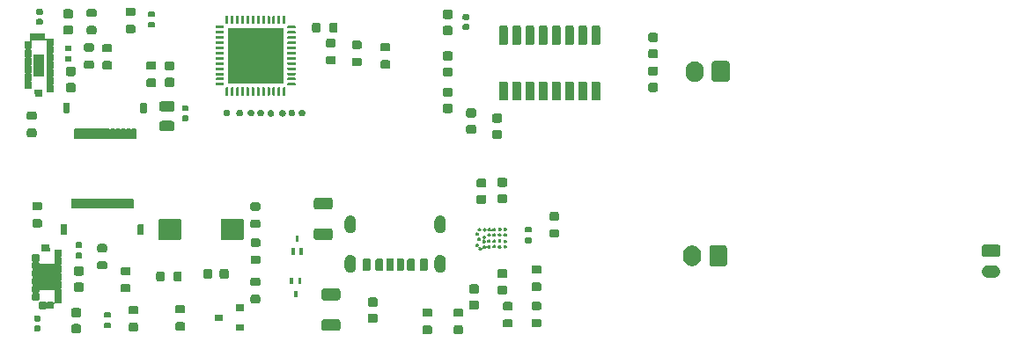
<source format=gts>
G04 #@! TF.GenerationSoftware,KiCad,Pcbnew,8.0.7*
G04 #@! TF.CreationDate,2025-06-23T12:01:53+08:00*
G04 #@! TF.ProjectId,Pagtingin_Final,50616774-696e-4676-996e-5f46696e616c,rev?*
G04 #@! TF.SameCoordinates,Original*
G04 #@! TF.FileFunction,Soldermask,Top*
G04 #@! TF.FilePolarity,Negative*
%FSLAX46Y46*%
G04 Gerber Fmt 4.6, Leading zero omitted, Abs format (unit mm)*
G04 Created by KiCad (PCBNEW 8.0.7) date 2025-06-23 12:01:53*
%MOMM*%
%LPD*%
G01*
G04 APERTURE LIST*
G04 APERTURE END LIST*
G36*
X0095851834Y0012824871D02*
G01*
X0095858847Y0012878137D01*
X0095865094Y0012891535D01*
X0095868952Y0012910927D01*
X0095886113Y0012936610D01*
X0095896081Y0012957987D01*
X0095909085Y0012970991D01*
X0095923145Y0012992033D01*
X0095944186Y0013006092D01*
X0095957190Y0013019096D01*
X0095978564Y0013029063D01*
X0096004251Y0013046226D01*
X0096023642Y0013050083D01*
X0096037037Y0013056329D01*
X0096090280Y0013063338D01*
X0096099921Y0013065256D01*
X0097349921Y0013065256D01*
X0097359552Y0013063340D01*
X0097412803Y0013056330D01*
X0097426198Y0013050083D01*
X0097445593Y0013046226D01*
X0097471281Y0013029061D01*
X0097492652Y0013019096D01*
X0097505654Y0013006094D01*
X0097526699Y0012992033D01*
X0097540760Y0012970988D01*
X0097553762Y0012957987D01*
X0097563727Y0012936615D01*
X0097580892Y0012910927D01*
X0097584748Y0012891533D01*
X0097590994Y0012878140D01*
X0097598003Y0012824899D01*
X0097599921Y0012815256D01*
X0097599921Y0012115256D01*
X0097598006Y0012105627D01*
X0097590995Y0012052374D01*
X0097584748Y0012038978D01*
X0097580892Y0012019585D01*
X0097563728Y0011993898D01*
X0097553762Y0011972524D01*
X0097540758Y0011959520D01*
X0097526699Y0011938479D01*
X0097505657Y0011924419D01*
X0097492652Y0011911415D01*
X0097471275Y0011901446D01*
X0097445593Y0011884286D01*
X0097426202Y0011880429D01*
X0097412805Y0011874182D01*
X0097359550Y0011867171D01*
X0097349921Y0011865256D01*
X0096099921Y0011865256D01*
X0096090307Y0011867168D01*
X0096037039Y0011874181D01*
X0096023640Y0011880429D01*
X0096004251Y0011884286D01*
X0095978569Y0011901445D01*
X0095957190Y0011911415D01*
X0095944183Y0011924421D01*
X0095923145Y0011938479D01*
X0095909087Y0011959517D01*
X0095896081Y0011972524D01*
X0095886111Y0011993903D01*
X0095868952Y0012019585D01*
X0095865095Y0012038973D01*
X0095858848Y0012052371D01*
X0095851835Y0012105629D01*
X0095849921Y0012115256D01*
X0095849921Y0012815256D01*
X0095851834Y0012824871D01*
G37*
G36*
X0095855055Y0010533496D02*
G01*
X0095855055Y0010543572D01*
X0095862833Y0010572604D01*
X0095876105Y0010639322D01*
X0095889148Y0010670812D01*
X0095895593Y0010694866D01*
X0095908046Y0010716433D01*
X0095921089Y0010747924D01*
X0095958882Y0010804486D01*
X0095973909Y0010830513D01*
X0095981033Y0010837636D01*
X0095986396Y0010845662D01*
X0096069515Y0010928781D01*
X0096077540Y0010934143D01*
X0096084665Y0010941268D01*
X0096110695Y0010956296D01*
X0096167252Y0010994087D01*
X0096198739Y0011007129D01*
X0096220312Y0011019584D01*
X0096244369Y0011026030D01*
X0096275855Y0011039072D01*
X0096342567Y0011052342D01*
X0096371606Y0011060123D01*
X0096386636Y0011061108D01*
X0096392965Y0011062367D01*
X0096444392Y0011064893D01*
X0096449921Y0011065256D01*
X0096999922Y0011065256D01*
X0097005452Y0011064893D01*
X0097056878Y0011062367D01*
X0097063206Y0011061108D01*
X0097078238Y0011060123D01*
X0097107279Y0011052341D01*
X0097173988Y0011039072D01*
X0097205470Y0011026031D01*
X0097229532Y0011019584D01*
X0097251105Y0011007128D01*
X0097282590Y0010994087D01*
X0097339141Y0010956301D01*
X0097365179Y0010941268D01*
X0097372305Y0010934141D01*
X0097380327Y0010928781D01*
X0097463447Y0010845662D01*
X0097468807Y0010837639D01*
X0097475934Y0010830513D01*
X0097490967Y0010804475D01*
X0097528753Y0010747924D01*
X0097541794Y0010716439D01*
X0097554250Y0010694866D01*
X0097560697Y0010670805D01*
X0097573737Y0010639322D01*
X0097587008Y0010572610D01*
X0097594788Y0010543572D01*
X0097594788Y0010533495D01*
X0097596672Y0010524029D01*
X0097596672Y0010406483D01*
X0097594788Y0010397017D01*
X0097594788Y0010386940D01*
X0097587008Y0010357903D01*
X0097573737Y0010291189D01*
X0097560696Y0010259703D01*
X0097554250Y0010235646D01*
X0097541795Y0010214074D01*
X0097528753Y0010182587D01*
X0097490962Y0010126029D01*
X0097475934Y0010099999D01*
X0097468809Y0010092874D01*
X0097463447Y0010084849D01*
X0097380327Y0010001730D01*
X0097372301Y0009996367D01*
X0097365179Y0009989244D01*
X0097339152Y0009974217D01*
X0097282590Y0009936424D01*
X0097251099Y0009923380D01*
X0097229532Y0009910928D01*
X0097205478Y0009904482D01*
X0097173988Y0009891439D01*
X0097107265Y0009878166D01*
X0097078238Y0009870389D01*
X0097063212Y0009869404D01*
X0097056878Y0009868144D01*
X0097005446Y0009865618D01*
X0096999922Y0009865256D01*
X0096449921Y0009865256D01*
X0096444400Y0009865617D01*
X0096392965Y0009868144D01*
X0096386628Y0009869404D01*
X0096371606Y0009870389D01*
X0096342581Y0009878166D01*
X0096275855Y0009891439D01*
X0096244363Y0009904483D01*
X0096220312Y0009910928D01*
X0096198746Y0009923378D01*
X0096167252Y0009936424D01*
X0096110683Y0009974221D01*
X0096084665Y0009989244D01*
X0096077542Y0009996365D01*
X0096069515Y0010001730D01*
X0095986396Y0010084849D01*
X0095981031Y0010092877D01*
X0095973909Y0010099999D01*
X0095958887Y0010126018D01*
X0095921089Y0010182587D01*
X0095908043Y0010214080D01*
X0095895593Y0010235646D01*
X0095889149Y0010259697D01*
X0095876105Y0010291189D01*
X0095862833Y0010357909D01*
X0095855055Y0010386940D01*
X0095855055Y0010397016D01*
X0095853172Y0010406483D01*
X0095853172Y0010524029D01*
X0095855055Y0010533496D01*
G37*
G36*
X0069876834Y0030474871D02*
G01*
X0069883847Y0030528137D01*
X0069890094Y0030541535D01*
X0069893952Y0030560927D01*
X0069911113Y0030586610D01*
X0069921081Y0030607987D01*
X0069934085Y0030620991D01*
X0069948145Y0030642033D01*
X0069969186Y0030656092D01*
X0069982190Y0030669096D01*
X0070003564Y0030679063D01*
X0070029251Y0030696226D01*
X0070048642Y0030700083D01*
X0070062037Y0030706329D01*
X0070115280Y0030713338D01*
X0070124922Y0030715256D01*
X0071324922Y0030715256D01*
X0071334552Y0030713340D01*
X0071387803Y0030706330D01*
X0071401198Y0030700083D01*
X0071420593Y0030696226D01*
X0071446281Y0030679061D01*
X0071467653Y0030669096D01*
X0071480654Y0030656094D01*
X0071501699Y0030642033D01*
X0071515760Y0030620988D01*
X0071528762Y0030607987D01*
X0071538727Y0030586615D01*
X0071555892Y0030560927D01*
X0071559749Y0030541533D01*
X0071565995Y0030528140D01*
X0071573003Y0030474899D01*
X0071574922Y0030465256D01*
X0071574922Y0028965256D01*
X0071573006Y0028955627D01*
X0071565996Y0028902374D01*
X0071559749Y0028888978D01*
X0071555892Y0028869585D01*
X0071538728Y0028843898D01*
X0071528762Y0028822524D01*
X0071515758Y0028809520D01*
X0071501699Y0028788479D01*
X0071480657Y0028774419D01*
X0071467653Y0028761415D01*
X0071446276Y0028751446D01*
X0071420593Y0028734286D01*
X0071401203Y0028730429D01*
X0071387806Y0028724182D01*
X0071334550Y0028717171D01*
X0071324922Y0028715256D01*
X0070124922Y0028715256D01*
X0070115307Y0028717168D01*
X0070062040Y0028724181D01*
X0070048640Y0028730429D01*
X0070029251Y0028734286D01*
X0070003569Y0028751445D01*
X0069982190Y0028761415D01*
X0069969183Y0028774421D01*
X0069948145Y0028788479D01*
X0069934087Y0028809517D01*
X0069921081Y0028822524D01*
X0069911111Y0028843903D01*
X0069893952Y0028869585D01*
X0069890095Y0028888973D01*
X0069883848Y0028902371D01*
X0069876836Y0028955629D01*
X0069874922Y0028965256D01*
X0069874922Y0030465256D01*
X0069876834Y0030474871D01*
G37*
G36*
X0069626834Y0012724871D02*
G01*
X0069633847Y0012778137D01*
X0069640094Y0012791535D01*
X0069643952Y0012810927D01*
X0069661113Y0012836610D01*
X0069671081Y0012857987D01*
X0069684085Y0012870991D01*
X0069698145Y0012892033D01*
X0069719186Y0012906092D01*
X0069732190Y0012919096D01*
X0069753564Y0012929063D01*
X0069779251Y0012946226D01*
X0069798642Y0012950083D01*
X0069812037Y0012956329D01*
X0069865280Y0012963338D01*
X0069874922Y0012965256D01*
X0071074922Y0012965256D01*
X0071084552Y0012963340D01*
X0071137803Y0012956330D01*
X0071151198Y0012950083D01*
X0071170593Y0012946226D01*
X0071196281Y0012929061D01*
X0071217653Y0012919096D01*
X0071230654Y0012906094D01*
X0071251699Y0012892033D01*
X0071265760Y0012870988D01*
X0071278762Y0012857987D01*
X0071288727Y0012836615D01*
X0071305892Y0012810927D01*
X0071309749Y0012791533D01*
X0071315995Y0012778140D01*
X0071323003Y0012724899D01*
X0071324922Y0012715256D01*
X0071324922Y0011215256D01*
X0071323006Y0011205627D01*
X0071315996Y0011152374D01*
X0071309749Y0011138978D01*
X0071305892Y0011119585D01*
X0071288728Y0011093898D01*
X0071278762Y0011072524D01*
X0071265758Y0011059520D01*
X0071251699Y0011038479D01*
X0071230657Y0011024419D01*
X0071217653Y0011011415D01*
X0071196276Y0011001446D01*
X0071170593Y0010984286D01*
X0071151203Y0010980429D01*
X0071137806Y0010974182D01*
X0071084550Y0010967171D01*
X0071074922Y0010965256D01*
X0069874922Y0010965256D01*
X0069865307Y0010967168D01*
X0069812040Y0010974181D01*
X0069798640Y0010980429D01*
X0069779251Y0010984286D01*
X0069753569Y0011001445D01*
X0069732190Y0011011415D01*
X0069719183Y0011024421D01*
X0069698145Y0011038479D01*
X0069684087Y0011059517D01*
X0069671081Y0011072524D01*
X0069661111Y0011093903D01*
X0069643952Y0011119585D01*
X0069640095Y0011138973D01*
X0069633848Y0011152371D01*
X0069626836Y0011205629D01*
X0069624922Y0011215256D01*
X0069624922Y0012715256D01*
X0069626834Y0012724871D01*
G37*
G36*
X0067379015Y0029948571D02*
G01*
X0067411523Y0030111998D01*
X0067475289Y0030265943D01*
X0067567863Y0030404490D01*
X0067685688Y0030522315D01*
X0067824235Y0030614889D01*
X0067978180Y0030678655D01*
X0068141607Y0030711163D01*
X0068308237Y0030711163D01*
X0068471664Y0030678655D01*
X0068625609Y0030614889D01*
X0068764156Y0030522315D01*
X0068881981Y0030404490D01*
X0068974555Y0030265943D01*
X0069038321Y0030111998D01*
X0069070829Y0029948571D01*
X0069074922Y0029865256D01*
X0069074922Y0029863408D01*
X0069074922Y0029567104D01*
X0069074922Y0029565256D01*
X0069070829Y0029481941D01*
X0069038321Y0029318514D01*
X0068974555Y0029164569D01*
X0068881981Y0029026022D01*
X0068764156Y0028908197D01*
X0068625609Y0028815623D01*
X0068471664Y0028751857D01*
X0068308237Y0028719349D01*
X0068141607Y0028719349D01*
X0067978180Y0028751857D01*
X0067824235Y0028815623D01*
X0067685688Y0028908197D01*
X0067567863Y0029026022D01*
X0067475289Y0029164569D01*
X0067411523Y0029318514D01*
X0067379015Y0029481941D01*
X0067374922Y0029565256D01*
X0067374922Y0029865256D01*
X0067379015Y0029948571D01*
G37*
G36*
X0067129015Y0012198571D02*
G01*
X0067161523Y0012361998D01*
X0067225289Y0012515943D01*
X0067317863Y0012654490D01*
X0067435688Y0012772315D01*
X0067574235Y0012864889D01*
X0067728180Y0012928655D01*
X0067891607Y0012961163D01*
X0068058237Y0012961163D01*
X0068221664Y0012928655D01*
X0068375609Y0012864889D01*
X0068514156Y0012772315D01*
X0068631981Y0012654490D01*
X0068724555Y0012515943D01*
X0068788321Y0012361998D01*
X0068820829Y0012198571D01*
X0068824922Y0012115256D01*
X0068824922Y0012113408D01*
X0068824922Y0011817104D01*
X0068824922Y0011815256D01*
X0068820829Y0011731941D01*
X0068788321Y0011568514D01*
X0068724555Y0011414569D01*
X0068631981Y0011276022D01*
X0068514156Y0011158197D01*
X0068375609Y0011065623D01*
X0068221664Y0011001857D01*
X0068058237Y0010969349D01*
X0067891607Y0010969349D01*
X0067728180Y0011001857D01*
X0067574235Y0011065623D01*
X0067435688Y0011158197D01*
X0067317863Y0011276022D01*
X0067225289Y0011414569D01*
X0067161523Y0011568514D01*
X0067129015Y0011731941D01*
X0067124922Y0011815256D01*
X0067124922Y0012115256D01*
X0067129015Y0012198571D01*
G37*
G36*
X0063751127Y0028402573D02*
G01*
X0063755917Y0028443843D01*
X0063762142Y0028457941D01*
X0063766572Y0028480218D01*
X0063782508Y0028504066D01*
X0063789277Y0028519397D01*
X0063799747Y0028529867D01*
X0063813992Y0028551186D01*
X0063835310Y0028565430D01*
X0063845780Y0028575900D01*
X0063861108Y0028582668D01*
X0063884960Y0028598605D01*
X0063907238Y0028603036D01*
X0063921334Y0028609260D01*
X0063962594Y0028614047D01*
X0063968672Y0028615256D01*
X0064481172Y0028615256D01*
X0064487251Y0028614046D01*
X0064528509Y0028609260D01*
X0064542603Y0028603036D01*
X0064564884Y0028598605D01*
X0064588736Y0028582666D01*
X0064604063Y0028575900D01*
X0064614530Y0028565432D01*
X0064635852Y0028551186D01*
X0064650098Y0028529864D01*
X0064660566Y0028519397D01*
X0064667332Y0028504071D01*
X0064683271Y0028480218D01*
X0064687702Y0028457937D01*
X0064693926Y0028443843D01*
X0064698713Y0028402583D01*
X0064699922Y0028396506D01*
X0064699922Y0027959006D01*
X0064698712Y0027952927D01*
X0064693926Y0027911668D01*
X0064687702Y0027897572D01*
X0064683271Y0027875294D01*
X0064667334Y0027851442D01*
X0064660566Y0027836114D01*
X0064650096Y0027825644D01*
X0064635852Y0027804326D01*
X0064614532Y0027790081D01*
X0064604063Y0027779611D01*
X0064588731Y0027772842D01*
X0064564884Y0027756907D01*
X0064542607Y0027752476D01*
X0064528509Y0027746251D01*
X0064487236Y0027741462D01*
X0064481172Y0027740256D01*
X0063968672Y0027740256D01*
X0063962605Y0027741462D01*
X0063921334Y0027746251D01*
X0063907234Y0027752476D01*
X0063884960Y0027756907D01*
X0063861113Y0027772840D01*
X0063845780Y0027779611D01*
X0063835307Y0027790083D01*
X0063813992Y0027804326D01*
X0063799749Y0027825641D01*
X0063789277Y0027836114D01*
X0063782506Y0027851447D01*
X0063766572Y0027875294D01*
X0063762142Y0027897568D01*
X0063755917Y0027911668D01*
X0063751127Y0027952941D01*
X0063749922Y0027959006D01*
X0063749922Y0028396506D01*
X0063751127Y0028402573D01*
G37*
G36*
X0063751127Y0029977573D02*
G01*
X0063755917Y0030018843D01*
X0063762142Y0030032941D01*
X0063766572Y0030055218D01*
X0063782508Y0030079066D01*
X0063789277Y0030094397D01*
X0063799747Y0030104867D01*
X0063813992Y0030126186D01*
X0063835310Y0030140430D01*
X0063845780Y0030150900D01*
X0063861108Y0030157668D01*
X0063884960Y0030173605D01*
X0063907238Y0030178036D01*
X0063921334Y0030184260D01*
X0063962594Y0030189047D01*
X0063968672Y0030190256D01*
X0064481172Y0030190256D01*
X0064487251Y0030189046D01*
X0064528509Y0030184260D01*
X0064542603Y0030178036D01*
X0064564884Y0030173605D01*
X0064588736Y0030157666D01*
X0064604063Y0030150900D01*
X0064614530Y0030140432D01*
X0064635852Y0030126186D01*
X0064650098Y0030104864D01*
X0064660566Y0030094397D01*
X0064667332Y0030079071D01*
X0064683271Y0030055218D01*
X0064687702Y0030032937D01*
X0064693926Y0030018843D01*
X0064698713Y0029977583D01*
X0064699922Y0029971506D01*
X0064699922Y0029534006D01*
X0064698712Y0029527927D01*
X0064693926Y0029486668D01*
X0064687702Y0029472572D01*
X0064683271Y0029450294D01*
X0064667334Y0029426442D01*
X0064660566Y0029411114D01*
X0064650096Y0029400644D01*
X0064635852Y0029379326D01*
X0064614532Y0029365081D01*
X0064604063Y0029354611D01*
X0064588731Y0029347842D01*
X0064564884Y0029331907D01*
X0064542607Y0029327476D01*
X0064528509Y0029321251D01*
X0064487236Y0029316462D01*
X0064481172Y0029315256D01*
X0063968672Y0029315256D01*
X0063962605Y0029316462D01*
X0063921334Y0029321251D01*
X0063907234Y0029327476D01*
X0063884960Y0029331907D01*
X0063861113Y0029347840D01*
X0063845780Y0029354611D01*
X0063835307Y0029365083D01*
X0063813992Y0029379326D01*
X0063799749Y0029400641D01*
X0063789277Y0029411114D01*
X0063782506Y0029426447D01*
X0063766572Y0029450294D01*
X0063762142Y0029472568D01*
X0063755917Y0029486668D01*
X0063751127Y0029527941D01*
X0063749922Y0029534006D01*
X0063749922Y0029971506D01*
X0063751127Y0029977573D01*
G37*
G36*
X0063751127Y0031652573D02*
G01*
X0063755917Y0031693843D01*
X0063762142Y0031707941D01*
X0063766572Y0031730218D01*
X0063782508Y0031754066D01*
X0063789277Y0031769397D01*
X0063799747Y0031779867D01*
X0063813992Y0031801186D01*
X0063835310Y0031815430D01*
X0063845780Y0031825900D01*
X0063861108Y0031832668D01*
X0063884960Y0031848605D01*
X0063907238Y0031853036D01*
X0063921334Y0031859260D01*
X0063962594Y0031864047D01*
X0063968672Y0031865256D01*
X0064481172Y0031865256D01*
X0064487251Y0031864046D01*
X0064528509Y0031859260D01*
X0064542603Y0031853036D01*
X0064564884Y0031848605D01*
X0064588736Y0031832666D01*
X0064604063Y0031825900D01*
X0064614530Y0031815432D01*
X0064635852Y0031801186D01*
X0064650098Y0031779864D01*
X0064660566Y0031769397D01*
X0064667332Y0031754071D01*
X0064683271Y0031730218D01*
X0064687702Y0031707937D01*
X0064693926Y0031693843D01*
X0064698713Y0031652583D01*
X0064699922Y0031646506D01*
X0064699922Y0031209006D01*
X0064698712Y0031202927D01*
X0064693926Y0031161668D01*
X0064687702Y0031147572D01*
X0064683271Y0031125294D01*
X0064667334Y0031101442D01*
X0064660566Y0031086114D01*
X0064650096Y0031075644D01*
X0064635852Y0031054326D01*
X0064614532Y0031040081D01*
X0064604063Y0031029611D01*
X0064588731Y0031022842D01*
X0064564884Y0031006907D01*
X0064542607Y0031002476D01*
X0064528509Y0030996251D01*
X0064487236Y0030991462D01*
X0064481172Y0030990256D01*
X0063968672Y0030990256D01*
X0063962605Y0030991462D01*
X0063921334Y0030996251D01*
X0063907234Y0031002476D01*
X0063884960Y0031006907D01*
X0063861113Y0031022840D01*
X0063845780Y0031029611D01*
X0063835307Y0031040083D01*
X0063813992Y0031054326D01*
X0063799749Y0031075641D01*
X0063789277Y0031086114D01*
X0063782506Y0031101447D01*
X0063766572Y0031125294D01*
X0063762142Y0031147568D01*
X0063755917Y0031161668D01*
X0063751127Y0031202941D01*
X0063749922Y0031209006D01*
X0063749922Y0031646506D01*
X0063751127Y0031652573D01*
G37*
G36*
X0063751127Y0033227573D02*
G01*
X0063755917Y0033268843D01*
X0063762142Y0033282941D01*
X0063766572Y0033305218D01*
X0063782508Y0033329066D01*
X0063789277Y0033344397D01*
X0063799747Y0033354867D01*
X0063813992Y0033376186D01*
X0063835310Y0033390430D01*
X0063845780Y0033400900D01*
X0063861108Y0033407668D01*
X0063884960Y0033423605D01*
X0063907238Y0033428036D01*
X0063921334Y0033434260D01*
X0063962594Y0033439047D01*
X0063968672Y0033440256D01*
X0064481172Y0033440256D01*
X0064487251Y0033439046D01*
X0064528509Y0033434260D01*
X0064542603Y0033428036D01*
X0064564884Y0033423605D01*
X0064588736Y0033407666D01*
X0064604063Y0033400900D01*
X0064614530Y0033390432D01*
X0064635852Y0033376186D01*
X0064650098Y0033354864D01*
X0064660566Y0033344397D01*
X0064667332Y0033329071D01*
X0064683271Y0033305218D01*
X0064687702Y0033282937D01*
X0064693926Y0033268843D01*
X0064698713Y0033227583D01*
X0064699922Y0033221506D01*
X0064699922Y0032784006D01*
X0064698712Y0032777927D01*
X0064693926Y0032736668D01*
X0064687702Y0032722572D01*
X0064683271Y0032700294D01*
X0064667334Y0032676442D01*
X0064660566Y0032661114D01*
X0064650096Y0032650644D01*
X0064635852Y0032629326D01*
X0064614532Y0032615081D01*
X0064604063Y0032604611D01*
X0064588731Y0032597842D01*
X0064564884Y0032581907D01*
X0064542607Y0032577476D01*
X0064528509Y0032571251D01*
X0064487236Y0032566462D01*
X0064481172Y0032565256D01*
X0063968672Y0032565256D01*
X0063962605Y0032566462D01*
X0063921334Y0032571251D01*
X0063907234Y0032577476D01*
X0063884960Y0032581907D01*
X0063861113Y0032597840D01*
X0063845780Y0032604611D01*
X0063835307Y0032615083D01*
X0063813992Y0032629326D01*
X0063799749Y0032650641D01*
X0063789277Y0032661114D01*
X0063782506Y0032676447D01*
X0063766572Y0032700294D01*
X0063762142Y0032722568D01*
X0063755917Y0032736668D01*
X0063751127Y0032777941D01*
X0063749922Y0032784006D01*
X0063749922Y0033221506D01*
X0063751127Y0033227573D01*
G37*
G36*
X0058330686Y0028654290D02*
G01*
X0058352796Y0028687381D01*
X0058385887Y0028709492D01*
X0058424921Y0028717256D01*
X0059024922Y0028717256D01*
X0059063956Y0028709492D01*
X0059097047Y0028687381D01*
X0059119158Y0028654290D01*
X0059126921Y0028615256D01*
X0059126921Y0027015256D01*
X0059119158Y0026976222D01*
X0059097047Y0026943131D01*
X0059063956Y0026921020D01*
X0059024922Y0026913256D01*
X0058424921Y0026913256D01*
X0058385887Y0026921020D01*
X0058352796Y0026943131D01*
X0058330686Y0026976222D01*
X0058322922Y0027015256D01*
X0058322922Y0028615256D01*
X0058330686Y0028654290D01*
G37*
G36*
X0058330686Y0034054290D02*
G01*
X0058352796Y0034087381D01*
X0058385887Y0034109492D01*
X0058424921Y0034117256D01*
X0059024922Y0034117256D01*
X0059063956Y0034109492D01*
X0059097047Y0034087381D01*
X0059119158Y0034054290D01*
X0059126921Y0034015256D01*
X0059126921Y0032415256D01*
X0059119158Y0032376222D01*
X0059097047Y0032343131D01*
X0059063956Y0032321020D01*
X0059024922Y0032313256D01*
X0058424921Y0032313256D01*
X0058385887Y0032321020D01*
X0058352796Y0032343131D01*
X0058330686Y0032376222D01*
X0058322922Y0032415256D01*
X0058322922Y0034015256D01*
X0058330686Y0034054290D01*
G37*
G36*
X0057060686Y0028654290D02*
G01*
X0057082797Y0028687381D01*
X0057115888Y0028709492D01*
X0057154922Y0028717256D01*
X0057754921Y0028717256D01*
X0057793955Y0028709492D01*
X0057827046Y0028687381D01*
X0057849158Y0028654290D01*
X0057856922Y0028615256D01*
X0057856922Y0027015256D01*
X0057849158Y0026976222D01*
X0057827046Y0026943131D01*
X0057793955Y0026921020D01*
X0057754921Y0026913256D01*
X0057154922Y0026913256D01*
X0057115888Y0026921020D01*
X0057082797Y0026943131D01*
X0057060686Y0026976222D01*
X0057052921Y0027015256D01*
X0057052921Y0028615256D01*
X0057060686Y0028654290D01*
G37*
G36*
X0057060686Y0034054290D02*
G01*
X0057082797Y0034087381D01*
X0057115888Y0034109492D01*
X0057154922Y0034117256D01*
X0057754921Y0034117256D01*
X0057793955Y0034109492D01*
X0057827046Y0034087381D01*
X0057849158Y0034054290D01*
X0057856922Y0034015256D01*
X0057856922Y0032415256D01*
X0057849158Y0032376222D01*
X0057827046Y0032343131D01*
X0057793955Y0032321020D01*
X0057754921Y0032313256D01*
X0057154922Y0032313256D01*
X0057115888Y0032321020D01*
X0057082797Y0032343131D01*
X0057060686Y0032376222D01*
X0057052921Y0032415256D01*
X0057052921Y0034015256D01*
X0057060686Y0034054290D01*
G37*
G36*
X0055790685Y0028654290D02*
G01*
X0055812797Y0028687381D01*
X0055845888Y0028709492D01*
X0055884922Y0028717256D01*
X0056484922Y0028717256D01*
X0056523956Y0028709492D01*
X0056557047Y0028687381D01*
X0056579158Y0028654290D01*
X0056586922Y0028615256D01*
X0056586922Y0027015256D01*
X0056579158Y0026976222D01*
X0056557047Y0026943131D01*
X0056523956Y0026921020D01*
X0056484922Y0026913256D01*
X0055884922Y0026913256D01*
X0055845888Y0026921020D01*
X0055812797Y0026943131D01*
X0055790685Y0026976222D01*
X0055782922Y0027015256D01*
X0055782922Y0028615256D01*
X0055790685Y0028654290D01*
G37*
G36*
X0055790685Y0034054290D02*
G01*
X0055812797Y0034087381D01*
X0055845888Y0034109492D01*
X0055884922Y0034117256D01*
X0056484922Y0034117256D01*
X0056523956Y0034109492D01*
X0056557047Y0034087381D01*
X0056579158Y0034054290D01*
X0056586922Y0034015256D01*
X0056586922Y0032415256D01*
X0056579158Y0032376222D01*
X0056557047Y0032343131D01*
X0056523956Y0032321020D01*
X0056484922Y0032313256D01*
X0055884922Y0032313256D01*
X0055845888Y0032321020D01*
X0055812797Y0032343131D01*
X0055790685Y0032376222D01*
X0055782922Y0032415256D01*
X0055782922Y0034015256D01*
X0055790685Y0034054290D01*
G37*
G36*
X0054520686Y0028654290D02*
G01*
X0054542796Y0028687381D01*
X0054575888Y0028709492D01*
X0054614922Y0028717256D01*
X0055214922Y0028717256D01*
X0055253956Y0028709492D01*
X0055287047Y0028687381D01*
X0055309158Y0028654290D01*
X0055316922Y0028615256D01*
X0055316922Y0027015256D01*
X0055309158Y0026976222D01*
X0055287047Y0026943131D01*
X0055253956Y0026921020D01*
X0055214922Y0026913256D01*
X0054614922Y0026913256D01*
X0054575888Y0026921020D01*
X0054542796Y0026943131D01*
X0054520686Y0026976222D01*
X0054512922Y0027015256D01*
X0054512922Y0028615256D01*
X0054520686Y0028654290D01*
G37*
G36*
X0054520686Y0034054290D02*
G01*
X0054542796Y0034087381D01*
X0054575888Y0034109492D01*
X0054614922Y0034117256D01*
X0055214922Y0034117256D01*
X0055253956Y0034109492D01*
X0055287047Y0034087381D01*
X0055309158Y0034054290D01*
X0055316922Y0034015256D01*
X0055316922Y0032415256D01*
X0055309158Y0032376222D01*
X0055287047Y0032343131D01*
X0055253956Y0032321020D01*
X0055214922Y0032313256D01*
X0054614922Y0032313256D01*
X0054575888Y0032321020D01*
X0054542796Y0032343131D01*
X0054520686Y0032376222D01*
X0054512922Y0032415256D01*
X0054512922Y0034015256D01*
X0054520686Y0034054290D01*
G37*
G36*
X0054265146Y0014416793D02*
G01*
X0054308501Y0014481677D01*
X0054373385Y0014525032D01*
X0054449922Y0014540256D01*
X0054999922Y0014540256D01*
X0055076459Y0014525032D01*
X0055141343Y0014481677D01*
X0055184698Y0014416793D01*
X0055199922Y0014340256D01*
X0055199922Y0013940256D01*
X0055184698Y0013863719D01*
X0055141343Y0013798835D01*
X0055076459Y0013755480D01*
X0054999922Y0013740256D01*
X0054449922Y0013740256D01*
X0054373385Y0013755480D01*
X0054308501Y0013798835D01*
X0054265146Y0013863719D01*
X0054249922Y0013940256D01*
X0054249922Y0014340256D01*
X0054265146Y0014416793D01*
G37*
G36*
X0054265146Y0016066793D02*
G01*
X0054308501Y0016131677D01*
X0054373385Y0016175032D01*
X0054449922Y0016190256D01*
X0054999922Y0016190256D01*
X0055076459Y0016175032D01*
X0055141343Y0016131677D01*
X0055184698Y0016066793D01*
X0055199922Y0015990256D01*
X0055199922Y0015590256D01*
X0055184698Y0015513719D01*
X0055141343Y0015448835D01*
X0055076459Y0015405480D01*
X0054999922Y0015390256D01*
X0054449922Y0015390256D01*
X0054373385Y0015405480D01*
X0054308501Y0015448835D01*
X0054265146Y0015513719D01*
X0054249922Y0015590256D01*
X0054249922Y0015990256D01*
X0054265146Y0016066793D01*
G37*
G36*
X0053250686Y0028654290D02*
G01*
X0053272797Y0028687381D01*
X0053305887Y0028709492D01*
X0053344922Y0028717256D01*
X0053944922Y0028717256D01*
X0053983956Y0028709492D01*
X0054017047Y0028687381D01*
X0054039158Y0028654290D01*
X0054046921Y0028615256D01*
X0054046921Y0027015256D01*
X0054039158Y0026976222D01*
X0054017047Y0026943131D01*
X0053983956Y0026921020D01*
X0053944922Y0026913256D01*
X0053344922Y0026913256D01*
X0053305887Y0026921020D01*
X0053272797Y0026943131D01*
X0053250686Y0026976222D01*
X0053242921Y0027015256D01*
X0053242921Y0028615256D01*
X0053250686Y0028654290D01*
G37*
G36*
X0053250686Y0034054290D02*
G01*
X0053272797Y0034087381D01*
X0053305887Y0034109492D01*
X0053344922Y0034117256D01*
X0053944922Y0034117256D01*
X0053983956Y0034109492D01*
X0054017047Y0034087381D01*
X0054039158Y0034054290D01*
X0054046921Y0034015256D01*
X0054046921Y0032415256D01*
X0054039158Y0032376222D01*
X0054017047Y0032343131D01*
X0053983956Y0032321020D01*
X0053944922Y0032313256D01*
X0053344922Y0032313256D01*
X0053305887Y0032321020D01*
X0053272797Y0032343131D01*
X0053250686Y0032376222D01*
X0053242921Y0032415256D01*
X0053242921Y0034015256D01*
X0053250686Y0034054290D01*
G37*
G36*
X0052540223Y0005776536D02*
G01*
X0052583579Y0005841420D01*
X0052648463Y0005884775D01*
X0052724999Y0005899999D01*
X0053275000Y0005899999D01*
X0053351536Y0005884775D01*
X0053416421Y0005841420D01*
X0053459776Y0005776536D01*
X0053474999Y0005699999D01*
X0053474999Y0005299999D01*
X0053459776Y0005223462D01*
X0053416421Y0005158578D01*
X0053351536Y0005115223D01*
X0053275000Y0005099999D01*
X0052724999Y0005099999D01*
X0052648463Y0005115223D01*
X0052583579Y0005158578D01*
X0052540223Y0005223462D01*
X0052525000Y0005299999D01*
X0052525000Y0005699999D01*
X0052540223Y0005776536D01*
G37*
G36*
X0052540223Y0007426536D02*
G01*
X0052583579Y0007491420D01*
X0052648463Y0007534775D01*
X0052724999Y0007549999D01*
X0053275000Y0007549999D01*
X0053351536Y0007534775D01*
X0053416421Y0007491420D01*
X0053459776Y0007426536D01*
X0053474999Y0007349999D01*
X0053474999Y0006949999D01*
X0053459776Y0006873462D01*
X0053416421Y0006808578D01*
X0053351536Y0006765223D01*
X0053275000Y0006749999D01*
X0052724999Y0006749999D01*
X0052648463Y0006765223D01*
X0052583579Y0006808578D01*
X0052540223Y0006873462D01*
X0052525000Y0006949999D01*
X0052525000Y0007349999D01*
X0052540223Y0007426536D01*
G37*
G36*
X0052540223Y0009276536D02*
G01*
X0052583579Y0009341420D01*
X0052648463Y0009384775D01*
X0052724999Y0009399999D01*
X0053275000Y0009399999D01*
X0053351536Y0009384775D01*
X0053416421Y0009341420D01*
X0053459776Y0009276536D01*
X0053474999Y0009199999D01*
X0053474999Y0008799999D01*
X0053459776Y0008723462D01*
X0053416421Y0008658578D01*
X0053351536Y0008615223D01*
X0053275000Y0008599999D01*
X0052724999Y0008599999D01*
X0052648463Y0008615223D01*
X0052583579Y0008658578D01*
X0052540223Y0008723462D01*
X0052525000Y0008799999D01*
X0052525000Y0009199999D01*
X0052540223Y0009276536D01*
G37*
G36*
X0052540223Y0010926536D02*
G01*
X0052583579Y0010991420D01*
X0052648463Y0011034775D01*
X0052724999Y0011049999D01*
X0053275000Y0011049999D01*
X0053351536Y0011034775D01*
X0053416421Y0010991420D01*
X0053459776Y0010926536D01*
X0053474999Y0010849999D01*
X0053474999Y0010449999D01*
X0053459776Y0010373462D01*
X0053416421Y0010308578D01*
X0053351536Y0010265223D01*
X0053275000Y0010249999D01*
X0052724999Y0010249999D01*
X0052648463Y0010265223D01*
X0052583579Y0010308578D01*
X0052540223Y0010373462D01*
X0052525000Y0010449999D01*
X0052525000Y0010849999D01*
X0052540223Y0010926536D01*
G37*
G36*
X0051980686Y0028654290D02*
G01*
X0052002797Y0028687381D01*
X0052035888Y0028709492D01*
X0052074922Y0028717256D01*
X0052674921Y0028717256D01*
X0052713955Y0028709492D01*
X0052747046Y0028687381D01*
X0052769158Y0028654290D01*
X0052776922Y0028615256D01*
X0052776922Y0027015256D01*
X0052769158Y0026976222D01*
X0052747046Y0026943131D01*
X0052713955Y0026921020D01*
X0052674921Y0026913256D01*
X0052074922Y0026913256D01*
X0052035888Y0026921020D01*
X0052002797Y0026943131D01*
X0051980686Y0026976222D01*
X0051972922Y0027015256D01*
X0051972922Y0028615256D01*
X0051980686Y0028654290D01*
G37*
G36*
X0051980686Y0034054290D02*
G01*
X0052002797Y0034087381D01*
X0052035888Y0034109492D01*
X0052074922Y0034117256D01*
X0052674921Y0034117256D01*
X0052713955Y0034109492D01*
X0052747046Y0034087381D01*
X0052769158Y0034054290D01*
X0052776922Y0034015256D01*
X0052776922Y0032415256D01*
X0052769158Y0032376222D01*
X0052747046Y0032343131D01*
X0052713955Y0032321020D01*
X0052674921Y0032313256D01*
X0052074922Y0032313256D01*
X0052035888Y0032321020D01*
X0052002797Y0032343131D01*
X0051980686Y0032376222D01*
X0051972922Y0032415256D01*
X0051972922Y0034015256D01*
X0051980686Y0034054290D01*
G37*
G36*
X0051915198Y0013641918D02*
G01*
X0051944463Y0013685715D01*
X0051988260Y0013714980D01*
X0052039922Y0013725256D01*
X0052409921Y0013725256D01*
X0052461584Y0013714980D01*
X0052505381Y0013685715D01*
X0052534645Y0013641918D01*
X0052544922Y0013590256D01*
X0052544922Y0013320256D01*
X0052534645Y0013268594D01*
X0052505381Y0013224797D01*
X0052461584Y0013195532D01*
X0052409921Y0013185256D01*
X0052039922Y0013185256D01*
X0051988260Y0013195532D01*
X0051944463Y0013224797D01*
X0051915198Y0013268594D01*
X0051904922Y0013320256D01*
X0051904922Y0013590256D01*
X0051915198Y0013641918D01*
G37*
G36*
X0051915198Y0014661918D02*
G01*
X0051944463Y0014705715D01*
X0051988260Y0014734980D01*
X0052039922Y0014745256D01*
X0052409921Y0014745256D01*
X0052461584Y0014734980D01*
X0052505381Y0014705715D01*
X0052534645Y0014661918D01*
X0052544922Y0014610256D01*
X0052544922Y0014340256D01*
X0052534645Y0014288594D01*
X0052505381Y0014244797D01*
X0052461584Y0014215532D01*
X0052409921Y0014205256D01*
X0052039922Y0014205256D01*
X0051988260Y0014215532D01*
X0051944463Y0014244797D01*
X0051915198Y0014288594D01*
X0051904922Y0014340256D01*
X0051904922Y0014610256D01*
X0051915198Y0014661918D01*
G37*
G36*
X0050710685Y0028654290D02*
G01*
X0050732797Y0028687381D01*
X0050765888Y0028709492D01*
X0050804922Y0028717256D01*
X0051404922Y0028717256D01*
X0051443956Y0028709492D01*
X0051477047Y0028687381D01*
X0051499157Y0028654290D01*
X0051506922Y0028615256D01*
X0051506922Y0027015256D01*
X0051499157Y0026976222D01*
X0051477047Y0026943131D01*
X0051443956Y0026921020D01*
X0051404922Y0026913256D01*
X0050804922Y0026913256D01*
X0050765888Y0026921020D01*
X0050732797Y0026943131D01*
X0050710685Y0026976222D01*
X0050702922Y0027015256D01*
X0050702922Y0028615256D01*
X0050710685Y0028654290D01*
G37*
G36*
X0050710685Y0034054290D02*
G01*
X0050732797Y0034087381D01*
X0050765888Y0034109492D01*
X0050804922Y0034117256D01*
X0051404922Y0034117256D01*
X0051443956Y0034109492D01*
X0051477047Y0034087381D01*
X0051499157Y0034054290D01*
X0051506922Y0034015256D01*
X0051506922Y0032415256D01*
X0051499157Y0032376222D01*
X0051477047Y0032343131D01*
X0051443956Y0032321020D01*
X0051404922Y0032313256D01*
X0050804922Y0032313256D01*
X0050765888Y0032321020D01*
X0050732797Y0032343131D01*
X0050710685Y0032376222D01*
X0050702922Y0032415256D01*
X0050702922Y0034015256D01*
X0050710685Y0034054290D01*
G37*
G36*
X0049791818Y0005748146D02*
G01*
X0049835173Y0005813030D01*
X0049900057Y0005856385D01*
X0049976594Y0005871609D01*
X0050526594Y0005871609D01*
X0050603131Y0005856385D01*
X0050668015Y0005813030D01*
X0050711370Y0005748146D01*
X0050726594Y0005671609D01*
X0050726594Y0005271609D01*
X0050711370Y0005195072D01*
X0050668015Y0005130188D01*
X0050603131Y0005086833D01*
X0050526594Y0005071609D01*
X0049976594Y0005071609D01*
X0049900057Y0005086833D01*
X0049835173Y0005130188D01*
X0049791818Y0005195072D01*
X0049776594Y0005271609D01*
X0049776594Y0005671609D01*
X0049791818Y0005748146D01*
G37*
G36*
X0049791818Y0007398146D02*
G01*
X0049835173Y0007463030D01*
X0049900057Y0007506385D01*
X0049976594Y0007521609D01*
X0050526594Y0007521609D01*
X0050603131Y0007506385D01*
X0050668015Y0007463030D01*
X0050711370Y0007398146D01*
X0050726594Y0007321609D01*
X0050726594Y0006921609D01*
X0050711370Y0006845072D01*
X0050668015Y0006780188D01*
X0050603131Y0006736833D01*
X0050526594Y0006721609D01*
X0049976594Y0006721609D01*
X0049900057Y0006736833D01*
X0049835173Y0006780188D01*
X0049791818Y0006845072D01*
X0049776594Y0006921609D01*
X0049776594Y0007321609D01*
X0049791818Y0007398146D01*
G37*
G36*
X0049440686Y0028654290D02*
G01*
X0049462796Y0028687381D01*
X0049495887Y0028709492D01*
X0049534921Y0028717256D01*
X0050134922Y0028717256D01*
X0050173956Y0028709492D01*
X0050207047Y0028687381D01*
X0050229158Y0028654290D01*
X0050236922Y0028615256D01*
X0050236922Y0027015256D01*
X0050229158Y0026976222D01*
X0050207047Y0026943131D01*
X0050173956Y0026921020D01*
X0050134922Y0026913256D01*
X0049534921Y0026913256D01*
X0049495887Y0026921020D01*
X0049462796Y0026943131D01*
X0049440686Y0026976222D01*
X0049432922Y0027015256D01*
X0049432922Y0028615256D01*
X0049440686Y0028654290D01*
G37*
G36*
X0049440686Y0034054290D02*
G01*
X0049462796Y0034087381D01*
X0049495887Y0034109492D01*
X0049534921Y0034117256D01*
X0050134922Y0034117256D01*
X0050173956Y0034109492D01*
X0050207047Y0034087381D01*
X0050229158Y0034054290D01*
X0050236922Y0034015256D01*
X0050236922Y0032415256D01*
X0050229158Y0032376222D01*
X0050207047Y0032343131D01*
X0050173956Y0032321020D01*
X0050134922Y0032313256D01*
X0049534921Y0032313256D01*
X0049495887Y0032321020D01*
X0049462796Y0032343131D01*
X0049440686Y0032376222D01*
X0049432922Y0032415256D01*
X0049432922Y0034015256D01*
X0049440686Y0034054290D01*
G37*
G36*
X0049251127Y0008902573D02*
G01*
X0049255917Y0008943843D01*
X0049262142Y0008957941D01*
X0049266572Y0008980218D01*
X0049282508Y0009004066D01*
X0049289277Y0009019397D01*
X0049299747Y0009029867D01*
X0049313992Y0009051186D01*
X0049335310Y0009065430D01*
X0049345780Y0009075900D01*
X0049361108Y0009082668D01*
X0049384960Y0009098605D01*
X0049407238Y0009103036D01*
X0049421334Y0009109260D01*
X0049462594Y0009114047D01*
X0049468672Y0009115256D01*
X0049981172Y0009115256D01*
X0049987251Y0009114046D01*
X0050028509Y0009109260D01*
X0050042603Y0009103036D01*
X0050064884Y0009098605D01*
X0050088736Y0009082666D01*
X0050104063Y0009075900D01*
X0050114530Y0009065432D01*
X0050135852Y0009051186D01*
X0050150098Y0009029864D01*
X0050160566Y0009019397D01*
X0050167332Y0009004071D01*
X0050183271Y0008980218D01*
X0050187702Y0008957937D01*
X0050193926Y0008943843D01*
X0050198713Y0008902583D01*
X0050199922Y0008896506D01*
X0050199922Y0008459006D01*
X0050198712Y0008452927D01*
X0050193926Y0008411668D01*
X0050187702Y0008397572D01*
X0050183271Y0008375294D01*
X0050167334Y0008351442D01*
X0050160566Y0008336114D01*
X0050150096Y0008325644D01*
X0050135852Y0008304326D01*
X0050114532Y0008290081D01*
X0050104063Y0008279611D01*
X0050088731Y0008272842D01*
X0050064884Y0008256907D01*
X0050042607Y0008252476D01*
X0050028509Y0008246251D01*
X0049987236Y0008241462D01*
X0049981172Y0008240256D01*
X0049468672Y0008240256D01*
X0049462605Y0008241462D01*
X0049421334Y0008246251D01*
X0049407234Y0008252476D01*
X0049384960Y0008256907D01*
X0049361113Y0008272840D01*
X0049345780Y0008279611D01*
X0049335307Y0008290083D01*
X0049313992Y0008304326D01*
X0049299749Y0008325641D01*
X0049289277Y0008336114D01*
X0049282506Y0008351447D01*
X0049266572Y0008375294D01*
X0049262142Y0008397568D01*
X0049255917Y0008411668D01*
X0049251127Y0008452941D01*
X0049249922Y0008459006D01*
X0049249922Y0008896506D01*
X0049251127Y0008902573D01*
G37*
G36*
X0049251127Y0010477573D02*
G01*
X0049255917Y0010518843D01*
X0049262142Y0010532941D01*
X0049266572Y0010555218D01*
X0049282508Y0010579066D01*
X0049289277Y0010594397D01*
X0049299747Y0010604867D01*
X0049313992Y0010626186D01*
X0049335310Y0010640430D01*
X0049345780Y0010650900D01*
X0049361108Y0010657668D01*
X0049384960Y0010673605D01*
X0049407238Y0010678036D01*
X0049421334Y0010684260D01*
X0049462594Y0010689047D01*
X0049468672Y0010690256D01*
X0049981172Y0010690256D01*
X0049987251Y0010689046D01*
X0050028509Y0010684260D01*
X0050042603Y0010678036D01*
X0050064884Y0010673605D01*
X0050088736Y0010657666D01*
X0050104063Y0010650900D01*
X0050114530Y0010640432D01*
X0050135852Y0010626186D01*
X0050150098Y0010604864D01*
X0050160566Y0010594397D01*
X0050167332Y0010579071D01*
X0050183271Y0010555218D01*
X0050187702Y0010532937D01*
X0050193926Y0010518843D01*
X0050198713Y0010477583D01*
X0050199922Y0010471506D01*
X0050199922Y0010034006D01*
X0050198712Y0010027927D01*
X0050193926Y0009986668D01*
X0050187702Y0009972572D01*
X0050183271Y0009950294D01*
X0050167334Y0009926442D01*
X0050160566Y0009911114D01*
X0050150096Y0009900644D01*
X0050135852Y0009879326D01*
X0050114532Y0009865081D01*
X0050104063Y0009854611D01*
X0050088731Y0009847842D01*
X0050064884Y0009831907D01*
X0050042607Y0009827476D01*
X0050028509Y0009821251D01*
X0049987236Y0009816462D01*
X0049981172Y0009815256D01*
X0049468672Y0009815256D01*
X0049462605Y0009816462D01*
X0049421334Y0009821251D01*
X0049407234Y0009827476D01*
X0049384960Y0009831907D01*
X0049361113Y0009847840D01*
X0049345780Y0009854611D01*
X0049335307Y0009865083D01*
X0049313992Y0009879326D01*
X0049299749Y0009900641D01*
X0049289277Y0009911114D01*
X0049282506Y0009926447D01*
X0049266572Y0009950294D01*
X0049262142Y0009972568D01*
X0049255917Y0009986668D01*
X0049251127Y0010027941D01*
X0049249922Y0010034006D01*
X0049249922Y0010471506D01*
X0049251127Y0010477573D01*
G37*
G36*
X0049251127Y0017687316D02*
G01*
X0049255917Y0017728586D01*
X0049262142Y0017742684D01*
X0049266572Y0017764961D01*
X0049282508Y0017788809D01*
X0049289277Y0017804140D01*
X0049299747Y0017814610D01*
X0049313992Y0017835929D01*
X0049335310Y0017850173D01*
X0049345780Y0017860643D01*
X0049361108Y0017867411D01*
X0049384960Y0017883348D01*
X0049407238Y0017887779D01*
X0049421334Y0017894003D01*
X0049462594Y0017898790D01*
X0049468672Y0017899999D01*
X0049981172Y0017899999D01*
X0049987251Y0017898789D01*
X0050028509Y0017894003D01*
X0050042603Y0017887779D01*
X0050064884Y0017883348D01*
X0050088736Y0017867409D01*
X0050104063Y0017860643D01*
X0050114530Y0017850175D01*
X0050135852Y0017835929D01*
X0050150098Y0017814607D01*
X0050160566Y0017804140D01*
X0050167332Y0017788814D01*
X0050183271Y0017764961D01*
X0050187702Y0017742680D01*
X0050193926Y0017728586D01*
X0050198713Y0017687326D01*
X0050199922Y0017681249D01*
X0050199922Y0017243749D01*
X0050198712Y0017237670D01*
X0050193926Y0017196411D01*
X0050187702Y0017182315D01*
X0050183271Y0017160037D01*
X0050167334Y0017136185D01*
X0050160566Y0017120857D01*
X0050150096Y0017110387D01*
X0050135852Y0017089069D01*
X0050114532Y0017074824D01*
X0050104063Y0017064354D01*
X0050088731Y0017057585D01*
X0050064884Y0017041650D01*
X0050042607Y0017037219D01*
X0050028509Y0017030994D01*
X0049987236Y0017026205D01*
X0049981172Y0017024999D01*
X0049468672Y0017024999D01*
X0049462605Y0017026205D01*
X0049421334Y0017030994D01*
X0049407234Y0017037219D01*
X0049384960Y0017041650D01*
X0049361113Y0017057583D01*
X0049345780Y0017064354D01*
X0049335307Y0017074826D01*
X0049313992Y0017089069D01*
X0049299749Y0017110384D01*
X0049289277Y0017120857D01*
X0049282506Y0017136190D01*
X0049266572Y0017160037D01*
X0049262142Y0017182311D01*
X0049255917Y0017196411D01*
X0049251127Y0017237684D01*
X0049249922Y0017243749D01*
X0049249922Y0017681249D01*
X0049251127Y0017687316D01*
G37*
G36*
X0049251127Y0019262316D02*
G01*
X0049255917Y0019303586D01*
X0049262142Y0019317684D01*
X0049266572Y0019339961D01*
X0049282508Y0019363809D01*
X0049289277Y0019379140D01*
X0049299747Y0019389610D01*
X0049313992Y0019410929D01*
X0049335310Y0019425173D01*
X0049345780Y0019435643D01*
X0049361108Y0019442411D01*
X0049384960Y0019458348D01*
X0049407238Y0019462779D01*
X0049421334Y0019469003D01*
X0049462594Y0019473790D01*
X0049468672Y0019474999D01*
X0049981172Y0019474999D01*
X0049987251Y0019473789D01*
X0050028509Y0019469003D01*
X0050042603Y0019462779D01*
X0050064884Y0019458348D01*
X0050088736Y0019442409D01*
X0050104063Y0019435643D01*
X0050114530Y0019425175D01*
X0050135852Y0019410929D01*
X0050150098Y0019389607D01*
X0050160566Y0019379140D01*
X0050167332Y0019363814D01*
X0050183271Y0019339961D01*
X0050187702Y0019317680D01*
X0050193926Y0019303586D01*
X0050198713Y0019262326D01*
X0050199922Y0019256249D01*
X0050199922Y0018818749D01*
X0050198712Y0018812670D01*
X0050193926Y0018771411D01*
X0050187702Y0018757315D01*
X0050183271Y0018735037D01*
X0050167334Y0018711185D01*
X0050160566Y0018695857D01*
X0050150096Y0018685387D01*
X0050135852Y0018664069D01*
X0050114532Y0018649824D01*
X0050104063Y0018639354D01*
X0050088731Y0018632585D01*
X0050064884Y0018616650D01*
X0050042607Y0018612219D01*
X0050028509Y0018605994D01*
X0049987236Y0018601205D01*
X0049981172Y0018599999D01*
X0049468672Y0018599999D01*
X0049462605Y0018601205D01*
X0049421334Y0018605994D01*
X0049407234Y0018612219D01*
X0049384960Y0018616650D01*
X0049361113Y0018632583D01*
X0049345780Y0018639354D01*
X0049335307Y0018649826D01*
X0049313992Y0018664069D01*
X0049299749Y0018685384D01*
X0049289277Y0018695857D01*
X0049282506Y0018711190D01*
X0049266572Y0018735037D01*
X0049262142Y0018757311D01*
X0049255917Y0018771411D01*
X0049251127Y0018812684D01*
X0049249922Y0018818749D01*
X0049249922Y0019256249D01*
X0049251127Y0019262316D01*
G37*
G36*
X0049830540Y0012916670D02*
G01*
X0049868909Y0012974093D01*
X0049926332Y0013012462D01*
X0049994067Y0013025935D01*
X0050061802Y0013012462D01*
X0050119225Y0012974093D01*
X0050157594Y0012916670D01*
X0050171066Y0012848935D01*
X0050157594Y0012781200D01*
X0050119225Y0012723777D01*
X0050061802Y0012685408D01*
X0049994067Y0012671935D01*
X0049926332Y0012685408D01*
X0049868909Y0012723777D01*
X0049830540Y0012781200D01*
X0049817066Y0012848935D01*
X0049830540Y0012916670D01*
G37*
G36*
X0049830540Y0013424670D02*
G01*
X0049868909Y0013482093D01*
X0049926332Y0013520462D01*
X0049994067Y0013533935D01*
X0050061802Y0013520462D01*
X0050119225Y0013482093D01*
X0050157594Y0013424670D01*
X0050171066Y0013356935D01*
X0050157594Y0013289200D01*
X0050119225Y0013231777D01*
X0050061802Y0013193408D01*
X0049994067Y0013179935D01*
X0049926332Y0013193408D01*
X0049868909Y0013231777D01*
X0049830540Y0013289200D01*
X0049817066Y0013356935D01*
X0049830540Y0013424670D01*
G37*
G36*
X0049830540Y0014588638D02*
G01*
X0049868909Y0014646061D01*
X0049926332Y0014684430D01*
X0049994067Y0014697903D01*
X0050061802Y0014684430D01*
X0050119225Y0014646061D01*
X0050157594Y0014588638D01*
X0050171066Y0014520903D01*
X0050157594Y0014453168D01*
X0050119225Y0014395745D01*
X0050061802Y0014357376D01*
X0049994067Y0014343903D01*
X0049926332Y0014357376D01*
X0049868909Y0014395745D01*
X0049830540Y0014453168D01*
X0049817066Y0014520903D01*
X0049830540Y0014588638D01*
G37*
G36*
X0049822973Y0014046596D02*
G01*
X0049861341Y0014104019D01*
X0049918764Y0014142388D01*
X0049986500Y0014155861D01*
X0050054235Y0014142388D01*
X0050111658Y0014104019D01*
X0050150026Y0014046596D01*
X0050163500Y0013978861D01*
X0050150026Y0013911126D01*
X0050111658Y0013853703D01*
X0050054235Y0013815334D01*
X0049986500Y0013801861D01*
X0049918764Y0013815334D01*
X0049861341Y0013853703D01*
X0049822973Y0013911126D01*
X0049809500Y0013978861D01*
X0049822973Y0014046596D01*
G37*
G36*
X0048751127Y0023865073D02*
G01*
X0048755917Y0023906343D01*
X0048762142Y0023920441D01*
X0048766572Y0023942718D01*
X0048782508Y0023966566D01*
X0048789277Y0023981897D01*
X0048799747Y0023992367D01*
X0048813992Y0024013686D01*
X0048835310Y0024027930D01*
X0048845780Y0024038400D01*
X0048861108Y0024045168D01*
X0048884960Y0024061105D01*
X0048907238Y0024065536D01*
X0048921334Y0024071760D01*
X0048962594Y0024076547D01*
X0048968672Y0024077756D01*
X0049481172Y0024077756D01*
X0049487251Y0024076546D01*
X0049528509Y0024071760D01*
X0049542603Y0024065536D01*
X0049564884Y0024061105D01*
X0049588736Y0024045166D01*
X0049604063Y0024038400D01*
X0049614530Y0024027932D01*
X0049635852Y0024013686D01*
X0049650098Y0023992364D01*
X0049660566Y0023981897D01*
X0049667332Y0023966571D01*
X0049683271Y0023942718D01*
X0049687702Y0023920437D01*
X0049693926Y0023906343D01*
X0049698713Y0023865083D01*
X0049699922Y0023859006D01*
X0049699922Y0023421506D01*
X0049698712Y0023415427D01*
X0049693926Y0023374168D01*
X0049687702Y0023360072D01*
X0049683271Y0023337794D01*
X0049667334Y0023313942D01*
X0049660566Y0023298614D01*
X0049650096Y0023288144D01*
X0049635852Y0023266826D01*
X0049614532Y0023252581D01*
X0049604063Y0023242111D01*
X0049588731Y0023235342D01*
X0049564884Y0023219407D01*
X0049542607Y0023214976D01*
X0049528509Y0023208751D01*
X0049487236Y0023203962D01*
X0049481172Y0023202756D01*
X0048968672Y0023202756D01*
X0048962605Y0023203962D01*
X0048921334Y0023208751D01*
X0048907234Y0023214976D01*
X0048884960Y0023219407D01*
X0048861113Y0023235340D01*
X0048845780Y0023242111D01*
X0048835307Y0023252583D01*
X0048813992Y0023266826D01*
X0048799749Y0023288141D01*
X0048789277Y0023298614D01*
X0048782506Y0023313947D01*
X0048766572Y0023337794D01*
X0048762142Y0023360068D01*
X0048755917Y0023374168D01*
X0048751127Y0023415441D01*
X0048749922Y0023421506D01*
X0048749922Y0023859006D01*
X0048751127Y0023865073D01*
G37*
G36*
X0048751127Y0025440073D02*
G01*
X0048755917Y0025481343D01*
X0048762142Y0025495441D01*
X0048766572Y0025517718D01*
X0048782508Y0025541566D01*
X0048789277Y0025556897D01*
X0048799747Y0025567367D01*
X0048813992Y0025588686D01*
X0048835310Y0025602930D01*
X0048845780Y0025613400D01*
X0048861108Y0025620168D01*
X0048884960Y0025636105D01*
X0048907238Y0025640536D01*
X0048921334Y0025646760D01*
X0048962594Y0025651547D01*
X0048968672Y0025652756D01*
X0049481172Y0025652756D01*
X0049487251Y0025651546D01*
X0049528509Y0025646760D01*
X0049542603Y0025640536D01*
X0049564884Y0025636105D01*
X0049588736Y0025620166D01*
X0049604063Y0025613400D01*
X0049614530Y0025602932D01*
X0049635852Y0025588686D01*
X0049650098Y0025567364D01*
X0049660566Y0025556897D01*
X0049667332Y0025541571D01*
X0049683271Y0025517718D01*
X0049687702Y0025495437D01*
X0049693926Y0025481343D01*
X0049698713Y0025440083D01*
X0049699922Y0025434006D01*
X0049699922Y0024996506D01*
X0049698712Y0024990427D01*
X0049693926Y0024949168D01*
X0049687702Y0024935072D01*
X0049683271Y0024912794D01*
X0049667334Y0024888942D01*
X0049660566Y0024873614D01*
X0049650096Y0024863144D01*
X0049635852Y0024841826D01*
X0049614532Y0024827581D01*
X0049604063Y0024817111D01*
X0049588731Y0024810342D01*
X0049564884Y0024794407D01*
X0049542607Y0024789976D01*
X0049528509Y0024783751D01*
X0049487236Y0024778962D01*
X0049481172Y0024777756D01*
X0048968672Y0024777756D01*
X0048962605Y0024778962D01*
X0048921334Y0024783751D01*
X0048907234Y0024789976D01*
X0048884960Y0024794407D01*
X0048861113Y0024810340D01*
X0048845780Y0024817111D01*
X0048835307Y0024827583D01*
X0048813992Y0024841826D01*
X0048799749Y0024863141D01*
X0048789277Y0024873614D01*
X0048782506Y0024888947D01*
X0048766572Y0024912794D01*
X0048762142Y0024935068D01*
X0048755917Y0024949168D01*
X0048751127Y0024990441D01*
X0048749922Y0024996506D01*
X0048749922Y0025434006D01*
X0048751127Y0025440073D01*
G37*
G36*
X0049322427Y0014593090D02*
G01*
X0049360795Y0014650513D01*
X0049418218Y0014688882D01*
X0049485954Y0014702355D01*
X0049553689Y0014688882D01*
X0049611112Y0014650513D01*
X0049649480Y0014593090D01*
X0049662954Y0014525355D01*
X0049649480Y0014457620D01*
X0049611112Y0014400197D01*
X0049553689Y0014361828D01*
X0049485954Y0014348355D01*
X0049418218Y0014361828D01*
X0049360795Y0014400197D01*
X0049322427Y0014457620D01*
X0049308954Y0014525355D01*
X0049322427Y0014593090D01*
G37*
G36*
X0049304073Y0013499993D02*
G01*
X0049342442Y0013557416D01*
X0049399865Y0013595785D01*
X0049467600Y0013609258D01*
X0049535335Y0013595785D01*
X0049592758Y0013557416D01*
X0049631127Y0013499993D01*
X0049644600Y0013432258D01*
X0049631127Y0013364523D01*
X0049592758Y0013307100D01*
X0049535335Y0013268731D01*
X0049467600Y0013255258D01*
X0049399865Y0013268731D01*
X0049342442Y0013307100D01*
X0049304073Y0013364523D01*
X0049290600Y0013432258D01*
X0049304073Y0013499993D01*
G37*
G36*
X0049302366Y0014061245D02*
G01*
X0049340734Y0014118668D01*
X0049398157Y0014157037D01*
X0049465892Y0014170510D01*
X0049533627Y0014157037D01*
X0049591050Y0014118668D01*
X0049629419Y0014061245D01*
X0049642893Y0013993510D01*
X0049629419Y0013925775D01*
X0049591050Y0013868352D01*
X0049533627Y0013829983D01*
X0049465892Y0013816510D01*
X0049398157Y0013829983D01*
X0049340734Y0013868352D01*
X0049302366Y0013925775D01*
X0049288893Y0013993510D01*
X0049302366Y0014061245D01*
G37*
G36*
X0049302178Y0012899428D02*
G01*
X0049340547Y0012956851D01*
X0049397970Y0012995220D01*
X0049465705Y0013008693D01*
X0049533440Y0012995220D01*
X0049590863Y0012956851D01*
X0049629232Y0012899428D01*
X0049642705Y0012831693D01*
X0049629232Y0012763958D01*
X0049590863Y0012706535D01*
X0049533440Y0012668166D01*
X0049465705Y0012654693D01*
X0049397970Y0012668166D01*
X0049340547Y0012706535D01*
X0049302178Y0012763958D01*
X0049288704Y0012831693D01*
X0049302178Y0012899428D01*
G37*
G36*
X0048789618Y0014053867D02*
G01*
X0048827986Y0014111290D01*
X0048885409Y0014149659D01*
X0048953145Y0014163132D01*
X0049020880Y0014149659D01*
X0049078303Y0014111290D01*
X0049116671Y0014053867D01*
X0049130145Y0013986132D01*
X0049116671Y0013918397D01*
X0049078303Y0013860974D01*
X0049020880Y0013822605D01*
X0048953145Y0013809132D01*
X0048885409Y0013822605D01*
X0048827986Y0013860974D01*
X0048789618Y0013918397D01*
X0048776145Y0013986132D01*
X0048789618Y0014053867D01*
G37*
G36*
X0048787060Y0012932914D02*
G01*
X0048825429Y0012990337D01*
X0048882852Y0013028706D01*
X0048950587Y0013042179D01*
X0049018322Y0013028706D01*
X0049075745Y0012990337D01*
X0049114114Y0012932914D01*
X0049127587Y0012865179D01*
X0049114114Y0012797444D01*
X0049075745Y0012740021D01*
X0049018322Y0012701652D01*
X0048950587Y0012688179D01*
X0048882852Y0012701652D01*
X0048825429Y0012740021D01*
X0048787060Y0012797444D01*
X0048773587Y0012865179D01*
X0048787060Y0012932914D01*
G37*
G36*
X0048787060Y0013440914D02*
G01*
X0048825429Y0013498337D01*
X0048882852Y0013536706D01*
X0048950587Y0013550179D01*
X0049018322Y0013536706D01*
X0049075745Y0013498337D01*
X0049114114Y0013440914D01*
X0049127587Y0013373179D01*
X0049114114Y0013305444D01*
X0049075745Y0013248021D01*
X0049018322Y0013209652D01*
X0048950587Y0013196179D01*
X0048882852Y0013209652D01*
X0048825429Y0013248021D01*
X0048787060Y0013305444D01*
X0048773587Y0013373179D01*
X0048787060Y0013440914D01*
G37*
G36*
X0047865072Y0014533235D02*
G01*
X0047903442Y0014590658D01*
X0047960865Y0014629027D01*
X0048028600Y0014642500D01*
X0048096335Y0014629027D01*
X0048153758Y0014590658D01*
X0048192127Y0014533235D01*
X0048192860Y0014529539D01*
X0048213492Y0014498665D01*
X0048293667Y0014498665D01*
X0048319452Y0014537256D01*
X0048320188Y0014540949D01*
X0048358557Y0014598372D01*
X0048415980Y0014636741D01*
X0048483715Y0014650214D01*
X0048551450Y0014636741D01*
X0048608873Y0014598372D01*
X0048647242Y0014540949D01*
X0048647977Y0014537251D01*
X0048679171Y0014490566D01*
X0048775943Y0014509813D01*
X0048787047Y0014565637D01*
X0048825416Y0014623060D01*
X0048882839Y0014661429D01*
X0048950574Y0014674902D01*
X0049018309Y0014661429D01*
X0049075732Y0014623060D01*
X0049114101Y0014565637D01*
X0049127573Y0014497902D01*
X0049114101Y0014430167D01*
X0049075732Y0014372744D01*
X0049018309Y0014334375D01*
X0048950574Y0014320902D01*
X0048882839Y0014334375D01*
X0048825416Y0014372744D01*
X0048787047Y0014430167D01*
X0048786311Y0014433858D01*
X0048755114Y0014480550D01*
X0048658345Y0014461300D01*
X0048647242Y0014405479D01*
X0048608873Y0014348056D01*
X0048551450Y0014309687D01*
X0048483715Y0014296214D01*
X0048415980Y0014309687D01*
X0048358557Y0014348056D01*
X0048320188Y0014405479D01*
X0048319453Y0014409169D01*
X0048298821Y0014440048D01*
X0048218646Y0014440048D01*
X0048192860Y0014401459D01*
X0048192127Y0014397765D01*
X0048153758Y0014340342D01*
X0048096335Y0014301973D01*
X0048028600Y0014288500D01*
X0047960865Y0014301973D01*
X0047903442Y0014340342D01*
X0047865072Y0014397765D01*
X0047851600Y0014465500D01*
X0047865072Y0014533235D01*
G37*
G36*
X0048295118Y0014047265D02*
G01*
X0048333487Y0014104688D01*
X0048390910Y0014143057D01*
X0048458645Y0014156530D01*
X0048526380Y0014143057D01*
X0048583803Y0014104688D01*
X0048622172Y0014047265D01*
X0048635645Y0013979530D01*
X0048622172Y0013911795D01*
X0048583803Y0013854372D01*
X0048526380Y0013816003D01*
X0048458645Y0013802530D01*
X0048390910Y0013816003D01*
X0048333487Y0013854372D01*
X0048295118Y0013911795D01*
X0048281645Y0013979530D01*
X0048295118Y0014047265D01*
G37*
G36*
X0048277761Y0013449445D02*
G01*
X0048316131Y0013506868D01*
X0048373554Y0013545237D01*
X0048441289Y0013558710D01*
X0048509024Y0013545237D01*
X0048566447Y0013506868D01*
X0048604816Y0013449445D01*
X0048618289Y0013381710D01*
X0048604816Y0013313975D01*
X0048566447Y0013256552D01*
X0048509024Y0013218183D01*
X0048441289Y0013204710D01*
X0048373554Y0013218183D01*
X0048316131Y0013256552D01*
X0048277761Y0013313975D01*
X0048264289Y0013381710D01*
X0048277761Y0013449445D01*
G37*
G36*
X0047135561Y0013044062D02*
G01*
X0047173930Y0013101485D01*
X0047231353Y0013139854D01*
X0047299088Y0013153327D01*
X0047366823Y0013139854D01*
X0047424246Y0013101485D01*
X0047462616Y0013044062D01*
X0047476089Y0012976327D01*
X0047462616Y0012908592D01*
X0047438070Y0012871858D01*
X0047492886Y0012789821D01*
X0047540631Y0012799317D01*
X0047543763Y0012801410D01*
X0047611498Y0012814883D01*
X0047679233Y0012801410D01*
X0047736656Y0012763041D01*
X0047738749Y0012759905D01*
X0047758544Y0012746680D01*
X0047832618Y0012777361D01*
X0047838279Y0012805822D01*
X0047837545Y0012809515D01*
X0047851018Y0012877250D01*
X0047889387Y0012934673D01*
X0047946810Y0012973042D01*
X0048014545Y0012986515D01*
X0048082280Y0012973042D01*
X0048139703Y0012934673D01*
X0048175591Y0012880962D01*
X0048254031Y0012880961D01*
X0048261599Y0012892286D01*
X0048262333Y0012895979D01*
X0048300703Y0012953402D01*
X0048358126Y0012991771D01*
X0048425861Y0013005244D01*
X0048493596Y0012991771D01*
X0048551019Y0012953402D01*
X0048589388Y0012895979D01*
X0048602861Y0012828244D01*
X0048589388Y0012760509D01*
X0048551019Y0012703086D01*
X0048493596Y0012664717D01*
X0048425861Y0012651244D01*
X0048358126Y0012664717D01*
X0048300703Y0012703086D01*
X0048264814Y0012756796D01*
X0048186372Y0012756796D01*
X0048178805Y0012745474D01*
X0048178072Y0012741780D01*
X0048139703Y0012684357D01*
X0048082280Y0012645988D01*
X0048014545Y0012632515D01*
X0047946810Y0012645988D01*
X0047889387Y0012684357D01*
X0047887294Y0012687487D01*
X0047867496Y0012700717D01*
X0047793423Y0012670035D01*
X0047787762Y0012641578D01*
X0047788498Y0012637883D01*
X0047775025Y0012570148D01*
X0047736656Y0012512725D01*
X0047679233Y0012474356D01*
X0047611498Y0012460883D01*
X0047543763Y0012474356D01*
X0047486340Y0012512725D01*
X0047447970Y0012570148D01*
X0047434498Y0012637883D01*
X0047447970Y0012705618D01*
X0047472515Y0012742350D01*
X0047417699Y0012824388D01*
X0047369952Y0012814891D01*
X0047366823Y0012812800D01*
X0047299088Y0012799327D01*
X0047231353Y0012812800D01*
X0047173930Y0012851169D01*
X0047135561Y0012908592D01*
X0047122089Y0012976327D01*
X0047135561Y0013044062D01*
G37*
G36*
X0047251127Y0017615073D02*
G01*
X0047255917Y0017656343D01*
X0047262142Y0017670441D01*
X0047266572Y0017692718D01*
X0047282508Y0017716566D01*
X0047289277Y0017731897D01*
X0047299747Y0017742367D01*
X0047313992Y0017763686D01*
X0047335310Y0017777930D01*
X0047345780Y0017788400D01*
X0047361108Y0017795168D01*
X0047384960Y0017811105D01*
X0047407238Y0017815536D01*
X0047421334Y0017821760D01*
X0047462594Y0017826547D01*
X0047468672Y0017827756D01*
X0047981172Y0017827756D01*
X0047987251Y0017826546D01*
X0048028509Y0017821760D01*
X0048042603Y0017815536D01*
X0048064884Y0017811105D01*
X0048088736Y0017795166D01*
X0048104063Y0017788400D01*
X0048114530Y0017777932D01*
X0048135852Y0017763686D01*
X0048150098Y0017742364D01*
X0048160566Y0017731897D01*
X0048167332Y0017716571D01*
X0048183271Y0017692718D01*
X0048187702Y0017670437D01*
X0048193926Y0017656343D01*
X0048198713Y0017615083D01*
X0048199922Y0017609006D01*
X0048199922Y0017171506D01*
X0048198712Y0017165427D01*
X0048193926Y0017124168D01*
X0048187702Y0017110072D01*
X0048183271Y0017087794D01*
X0048167334Y0017063942D01*
X0048160566Y0017048614D01*
X0048150096Y0017038144D01*
X0048135852Y0017016826D01*
X0048114532Y0017002581D01*
X0048104063Y0016992111D01*
X0048088731Y0016985342D01*
X0048064884Y0016969407D01*
X0048042607Y0016964976D01*
X0048028509Y0016958751D01*
X0047987236Y0016953962D01*
X0047981172Y0016952756D01*
X0047468672Y0016952756D01*
X0047462605Y0016953962D01*
X0047421334Y0016958751D01*
X0047407234Y0016964976D01*
X0047384960Y0016969407D01*
X0047361113Y0016985340D01*
X0047345780Y0016992111D01*
X0047335307Y0017002583D01*
X0047313992Y0017016826D01*
X0047299749Y0017038141D01*
X0047289277Y0017048614D01*
X0047282506Y0017063947D01*
X0047266572Y0017087794D01*
X0047262142Y0017110068D01*
X0047255917Y0017124168D01*
X0047251127Y0017165441D01*
X0047249922Y0017171506D01*
X0047249922Y0017609006D01*
X0047251127Y0017615073D01*
G37*
G36*
X0047251127Y0019190073D02*
G01*
X0047255917Y0019231343D01*
X0047262142Y0019245441D01*
X0047266572Y0019267718D01*
X0047282508Y0019291566D01*
X0047289277Y0019306897D01*
X0047299747Y0019317367D01*
X0047313992Y0019338686D01*
X0047335310Y0019352930D01*
X0047345780Y0019363400D01*
X0047361108Y0019370168D01*
X0047384960Y0019386105D01*
X0047407238Y0019390536D01*
X0047421334Y0019396760D01*
X0047462594Y0019401547D01*
X0047468672Y0019402756D01*
X0047981172Y0019402756D01*
X0047987251Y0019401546D01*
X0048028509Y0019396760D01*
X0048042603Y0019390536D01*
X0048064884Y0019386105D01*
X0048088736Y0019370166D01*
X0048104063Y0019363400D01*
X0048114530Y0019352932D01*
X0048135852Y0019338686D01*
X0048150098Y0019317364D01*
X0048160566Y0019306897D01*
X0048167332Y0019291571D01*
X0048183271Y0019267718D01*
X0048187702Y0019245437D01*
X0048193926Y0019231343D01*
X0048198713Y0019190083D01*
X0048199922Y0019184006D01*
X0048199922Y0018746506D01*
X0048198712Y0018740427D01*
X0048193926Y0018699168D01*
X0048187702Y0018685072D01*
X0048183271Y0018662794D01*
X0048167334Y0018638942D01*
X0048160566Y0018623614D01*
X0048150096Y0018613144D01*
X0048135852Y0018591826D01*
X0048114532Y0018577581D01*
X0048104063Y0018567111D01*
X0048088731Y0018560342D01*
X0048064884Y0018544407D01*
X0048042607Y0018539976D01*
X0048028509Y0018533751D01*
X0047987236Y0018528962D01*
X0047981172Y0018527756D01*
X0047468672Y0018527756D01*
X0047462605Y0018528962D01*
X0047421334Y0018533751D01*
X0047407234Y0018539976D01*
X0047384960Y0018544407D01*
X0047361113Y0018560340D01*
X0047345780Y0018567111D01*
X0047335307Y0018577583D01*
X0047313992Y0018591826D01*
X0047299749Y0018613141D01*
X0047289277Y0018623614D01*
X0047282506Y0018638947D01*
X0047266572Y0018662794D01*
X0047262142Y0018685068D01*
X0047255917Y0018699168D01*
X0047251127Y0018740441D01*
X0047249922Y0018746506D01*
X0047249922Y0019184006D01*
X0047251127Y0019190073D01*
G37*
G36*
X0047795092Y0013404200D02*
G01*
X0047833462Y0013461623D01*
X0047890885Y0013499992D01*
X0047894578Y0013500726D01*
X0047921679Y0013518835D01*
X0047921679Y0013597278D01*
X0047865112Y0013635075D01*
X0047826744Y0013692498D01*
X0047813271Y0013760233D01*
X0047826744Y0013827968D01*
X0047865112Y0013885391D01*
X0047922535Y0013923760D01*
X0047990271Y0013937233D01*
X0048058006Y0013923760D01*
X0048115429Y0013885391D01*
X0048153797Y0013827968D01*
X0048167271Y0013760233D01*
X0048153797Y0013692498D01*
X0048115429Y0013635075D01*
X0048058006Y0013596706D01*
X0048054312Y0013595971D01*
X0048027210Y0013577861D01*
X0048027210Y0013499421D01*
X0048083777Y0013461623D01*
X0048122147Y0013404200D01*
X0048135620Y0013336465D01*
X0048122147Y0013268730D01*
X0048083777Y0013211307D01*
X0048026354Y0013172938D01*
X0047958619Y0013159465D01*
X0047890885Y0013172938D01*
X0047833462Y0013211307D01*
X0047795092Y0013268730D01*
X0047781620Y0013336465D01*
X0047795092Y0013404200D01*
G37*
G36*
X0047364859Y0014566387D02*
G01*
X0047403228Y0014623810D01*
X0047460651Y0014662179D01*
X0047528386Y0014675652D01*
X0047596121Y0014662179D01*
X0047653544Y0014623810D01*
X0047691914Y0014566387D01*
X0047705387Y0014498652D01*
X0047691914Y0014430917D01*
X0047653544Y0014373494D01*
X0047596121Y0014335125D01*
X0047528386Y0014321652D01*
X0047460651Y0014335125D01*
X0047403228Y0014373494D01*
X0047364859Y0014430917D01*
X0047351387Y0014498652D01*
X0047364859Y0014566387D01*
G37*
G36*
X0047322140Y0013621151D02*
G01*
X0047360508Y0013678574D01*
X0047417931Y0013716943D01*
X0047485667Y0013730416D01*
X0047553402Y0013716943D01*
X0047610825Y0013678574D01*
X0047649193Y0013621151D01*
X0047662667Y0013553416D01*
X0047649193Y0013485681D01*
X0047610825Y0013428258D01*
X0047553402Y0013389889D01*
X0047485667Y0013376416D01*
X0047417931Y0013389889D01*
X0047360508Y0013428258D01*
X0047322140Y0013485681D01*
X0047308667Y0013553416D01*
X0047322140Y0013621151D01*
G37*
G36*
X0046526206Y0007456066D02*
G01*
X0046531161Y0007498767D01*
X0046537602Y0007513354D01*
X0046542126Y0007536103D01*
X0046558398Y0007560456D01*
X0046565449Y0007576422D01*
X0046576353Y0007587326D01*
X0046590901Y0007609098D01*
X0046612672Y0007623645D01*
X0046623576Y0007634549D01*
X0046639540Y0007641597D01*
X0046663895Y0007657872D01*
X0046686645Y0007662397D01*
X0046701231Y0007668837D01*
X0046743924Y0007673790D01*
X0046750000Y0007674999D01*
X0047250000Y0007674999D01*
X0047256079Y0007673789D01*
X0047298767Y0007668837D01*
X0047313351Y0007662397D01*
X0047336104Y0007657872D01*
X0047360461Y0007641596D01*
X0047376423Y0007634549D01*
X0047387324Y0007623647D01*
X0047409099Y0007609098D01*
X0047423648Y0007587323D01*
X0047434550Y0007576422D01*
X0047441597Y0007560460D01*
X0047457873Y0007536103D01*
X0047462397Y0007513350D01*
X0047468838Y0007498767D01*
X0047473791Y0007456076D01*
X0047474999Y0007449999D01*
X0047474999Y0006999999D01*
X0047473789Y0006993920D01*
X0047468838Y0006951230D01*
X0047462397Y0006936645D01*
X0047457873Y0006913895D01*
X0047441598Y0006889539D01*
X0047434550Y0006873575D01*
X0047423646Y0006862671D01*
X0047409099Y0006840900D01*
X0047387327Y0006826352D01*
X0047376423Y0006815448D01*
X0047360457Y0006808398D01*
X0047336104Y0006792126D01*
X0047313355Y0006787601D01*
X0047298767Y0006781160D01*
X0047256065Y0006776205D01*
X0047250000Y0006774999D01*
X0046750000Y0006774999D01*
X0046743933Y0006776205D01*
X0046701231Y0006781160D01*
X0046686642Y0006787601D01*
X0046663895Y0006792126D01*
X0046639544Y0006808397D01*
X0046623576Y0006815448D01*
X0046612669Y0006826354D01*
X0046590901Y0006840900D01*
X0046576355Y0006862668D01*
X0046565449Y0006873575D01*
X0046558398Y0006889543D01*
X0046542126Y0006913895D01*
X0046537602Y0006936641D01*
X0046531161Y0006951230D01*
X0046526206Y0006993935D01*
X0046525000Y0006999999D01*
X0046525000Y0007449999D01*
X0046526206Y0007456066D01*
G37*
G36*
X0046526206Y0009006066D02*
G01*
X0046531161Y0009048767D01*
X0046537602Y0009063354D01*
X0046542126Y0009086103D01*
X0046558398Y0009110456D01*
X0046565449Y0009126422D01*
X0046576353Y0009137326D01*
X0046590901Y0009159098D01*
X0046612672Y0009173645D01*
X0046623576Y0009184549D01*
X0046639540Y0009191597D01*
X0046663895Y0009207872D01*
X0046686645Y0009212397D01*
X0046701231Y0009218837D01*
X0046743924Y0009223790D01*
X0046750000Y0009224999D01*
X0047250000Y0009224999D01*
X0047256079Y0009223789D01*
X0047298767Y0009218837D01*
X0047313351Y0009212397D01*
X0047336104Y0009207872D01*
X0047360461Y0009191596D01*
X0047376423Y0009184549D01*
X0047387324Y0009173647D01*
X0047409099Y0009159098D01*
X0047423648Y0009137323D01*
X0047434550Y0009126422D01*
X0047441597Y0009110460D01*
X0047457873Y0009086103D01*
X0047462397Y0009063350D01*
X0047468838Y0009048767D01*
X0047473791Y0009006076D01*
X0047474999Y0008999999D01*
X0047474999Y0008549999D01*
X0047473789Y0008543920D01*
X0047468838Y0008501230D01*
X0047462397Y0008486645D01*
X0047457873Y0008463895D01*
X0047441598Y0008439539D01*
X0047434550Y0008423575D01*
X0047423646Y0008412671D01*
X0047409099Y0008390900D01*
X0047387327Y0008376352D01*
X0047376423Y0008365448D01*
X0047360457Y0008358398D01*
X0047336104Y0008342126D01*
X0047313355Y0008337601D01*
X0047298767Y0008331160D01*
X0047256065Y0008326205D01*
X0047250000Y0008324999D01*
X0046750000Y0008324999D01*
X0046743933Y0008326205D01*
X0046701231Y0008331160D01*
X0046686642Y0008337601D01*
X0046663895Y0008342126D01*
X0046639544Y0008358397D01*
X0046623576Y0008365448D01*
X0046612669Y0008376354D01*
X0046590901Y0008390900D01*
X0046576355Y0008412668D01*
X0046565449Y0008423575D01*
X0046558398Y0008439543D01*
X0046542126Y0008463895D01*
X0046537602Y0008486641D01*
X0046531161Y0008501230D01*
X0046526206Y0008543935D01*
X0046525000Y0008549999D01*
X0046525000Y0008999999D01*
X0046526206Y0009006066D01*
G37*
G36*
X0047124459Y0014124999D02*
G01*
X0047162828Y0014182422D01*
X0047220251Y0014220791D01*
X0047287986Y0014234264D01*
X0047355721Y0014220791D01*
X0047413144Y0014182422D01*
X0047451513Y0014124999D01*
X0047464985Y0014057264D01*
X0047451513Y0013989529D01*
X0047413144Y0013932106D01*
X0047355721Y0013893737D01*
X0047287986Y0013880264D01*
X0047220251Y0013893737D01*
X0047162828Y0013932106D01*
X0047124459Y0013989529D01*
X0047110986Y0014057264D01*
X0047124459Y0014124999D01*
G37*
G36*
X0046251127Y0024365073D02*
G01*
X0046255917Y0024406343D01*
X0046262142Y0024420441D01*
X0046266572Y0024442718D01*
X0046282508Y0024466566D01*
X0046289277Y0024481897D01*
X0046299747Y0024492367D01*
X0046313992Y0024513686D01*
X0046335310Y0024527930D01*
X0046345780Y0024538400D01*
X0046361108Y0024545168D01*
X0046384960Y0024561105D01*
X0046407238Y0024565536D01*
X0046421334Y0024571760D01*
X0046462594Y0024576547D01*
X0046468672Y0024577756D01*
X0046981172Y0024577756D01*
X0046987251Y0024576546D01*
X0047028509Y0024571760D01*
X0047042603Y0024565536D01*
X0047064884Y0024561105D01*
X0047088736Y0024545166D01*
X0047104063Y0024538400D01*
X0047114530Y0024527932D01*
X0047135852Y0024513686D01*
X0047150098Y0024492364D01*
X0047160566Y0024481897D01*
X0047167332Y0024466571D01*
X0047183271Y0024442718D01*
X0047187702Y0024420437D01*
X0047193926Y0024406343D01*
X0047198713Y0024365083D01*
X0047199922Y0024359006D01*
X0047199922Y0023921506D01*
X0047198712Y0023915427D01*
X0047193926Y0023874168D01*
X0047187702Y0023860072D01*
X0047183271Y0023837794D01*
X0047167334Y0023813942D01*
X0047160566Y0023798614D01*
X0047150096Y0023788144D01*
X0047135852Y0023766826D01*
X0047114532Y0023752581D01*
X0047104063Y0023742111D01*
X0047088731Y0023735342D01*
X0047064884Y0023719407D01*
X0047042607Y0023714976D01*
X0047028509Y0023708751D01*
X0046987236Y0023703962D01*
X0046981172Y0023702756D01*
X0046468672Y0023702756D01*
X0046462605Y0023703962D01*
X0046421334Y0023708751D01*
X0046407234Y0023714976D01*
X0046384960Y0023719407D01*
X0046361113Y0023735340D01*
X0046345780Y0023742111D01*
X0046335307Y0023752583D01*
X0046313992Y0023766826D01*
X0046299749Y0023788141D01*
X0046289277Y0023798614D01*
X0046282506Y0023813947D01*
X0046266572Y0023837794D01*
X0046262142Y0023860068D01*
X0046255917Y0023874168D01*
X0046251127Y0023915441D01*
X0046249922Y0023921506D01*
X0046249922Y0024359006D01*
X0046251127Y0024365073D01*
G37*
G36*
X0046251127Y0025940073D02*
G01*
X0046255917Y0025981343D01*
X0046262142Y0025995441D01*
X0046266572Y0026017718D01*
X0046282508Y0026041566D01*
X0046289277Y0026056897D01*
X0046299747Y0026067367D01*
X0046313992Y0026088686D01*
X0046335310Y0026102930D01*
X0046345780Y0026113400D01*
X0046361108Y0026120168D01*
X0046384960Y0026136105D01*
X0046407238Y0026140536D01*
X0046421334Y0026146760D01*
X0046462594Y0026151547D01*
X0046468672Y0026152756D01*
X0046981172Y0026152756D01*
X0046987251Y0026151546D01*
X0047028509Y0026146760D01*
X0047042603Y0026140536D01*
X0047064884Y0026136105D01*
X0047088736Y0026120166D01*
X0047104063Y0026113400D01*
X0047114530Y0026102932D01*
X0047135852Y0026088686D01*
X0047150098Y0026067364D01*
X0047160566Y0026056897D01*
X0047167332Y0026041571D01*
X0047183271Y0026017718D01*
X0047187702Y0025995437D01*
X0047193926Y0025981343D01*
X0047198713Y0025940083D01*
X0047199922Y0025934006D01*
X0047199922Y0025496506D01*
X0047198712Y0025490427D01*
X0047193926Y0025449168D01*
X0047187702Y0025435072D01*
X0047183271Y0025412794D01*
X0047167334Y0025388942D01*
X0047160566Y0025373614D01*
X0047150096Y0025363144D01*
X0047135852Y0025341826D01*
X0047114532Y0025327581D01*
X0047104063Y0025317111D01*
X0047088731Y0025310342D01*
X0047064884Y0025294407D01*
X0047042607Y0025289976D01*
X0047028509Y0025283751D01*
X0046987236Y0025278962D01*
X0046981172Y0025277756D01*
X0046468672Y0025277756D01*
X0046462605Y0025278962D01*
X0046421334Y0025283751D01*
X0046407234Y0025289976D01*
X0046384960Y0025294407D01*
X0046361113Y0025310340D01*
X0046345780Y0025317111D01*
X0046335307Y0025327583D01*
X0046313992Y0025341826D01*
X0046299749Y0025363141D01*
X0046289277Y0025373614D01*
X0046282506Y0025388947D01*
X0046266572Y0025412794D01*
X0046262142Y0025435068D01*
X0046255917Y0025449168D01*
X0046251127Y0025490441D01*
X0046249922Y0025496506D01*
X0046249922Y0025934006D01*
X0046251127Y0025940073D01*
G37*
G36*
X0045925579Y0034198832D02*
G01*
X0045955927Y0034244251D01*
X0046001346Y0034274599D01*
X0046054922Y0034285256D01*
X0046394921Y0034285256D01*
X0046448498Y0034274599D01*
X0046493916Y0034244251D01*
X0046524265Y0034198832D01*
X0046534921Y0034145256D01*
X0046534921Y0033865256D01*
X0046524265Y0033811680D01*
X0046493916Y0033766261D01*
X0046448498Y0033735913D01*
X0046394921Y0033725256D01*
X0046054922Y0033725256D01*
X0046001346Y0033735913D01*
X0045955927Y0033766261D01*
X0045925579Y0033811680D01*
X0045914922Y0033865256D01*
X0045914922Y0034145256D01*
X0045925579Y0034198832D01*
G37*
G36*
X0045925579Y0035158832D02*
G01*
X0045955927Y0035204251D01*
X0046001346Y0035234599D01*
X0046054922Y0035245256D01*
X0046394921Y0035245256D01*
X0046448498Y0035234599D01*
X0046493916Y0035204251D01*
X0046524265Y0035158832D01*
X0046534921Y0035105256D01*
X0046534921Y0034825256D01*
X0046524265Y0034771680D01*
X0046493916Y0034726261D01*
X0046448498Y0034695913D01*
X0046394921Y0034685256D01*
X0046054922Y0034685256D01*
X0046001346Y0034695913D01*
X0045955927Y0034726261D01*
X0045925579Y0034771680D01*
X0045914922Y0034825256D01*
X0045914922Y0035105256D01*
X0045925579Y0035158832D01*
G37*
G36*
X0045040223Y0005126536D02*
G01*
X0045083579Y0005191420D01*
X0045148463Y0005234775D01*
X0045224999Y0005249999D01*
X0045775000Y0005249999D01*
X0045851536Y0005234775D01*
X0045916421Y0005191420D01*
X0045959776Y0005126536D01*
X0045974999Y0005049999D01*
X0045974999Y0004649999D01*
X0045959776Y0004573462D01*
X0045916421Y0004508578D01*
X0045851536Y0004465223D01*
X0045775000Y0004449999D01*
X0045224999Y0004449999D01*
X0045148463Y0004465223D01*
X0045083579Y0004508578D01*
X0045040223Y0004573462D01*
X0045025000Y0004649999D01*
X0045025000Y0005049999D01*
X0045040223Y0005126536D01*
G37*
G36*
X0045040223Y0006776536D02*
G01*
X0045083579Y0006841420D01*
X0045148463Y0006884775D01*
X0045224999Y0006899999D01*
X0045775000Y0006899999D01*
X0045851536Y0006884775D01*
X0045916421Y0006841420D01*
X0045959776Y0006776536D01*
X0045974999Y0006699999D01*
X0045974999Y0006299999D01*
X0045959776Y0006223462D01*
X0045916421Y0006158578D01*
X0045851536Y0006115223D01*
X0045775000Y0006099999D01*
X0045224999Y0006099999D01*
X0045148463Y0006115223D01*
X0045083579Y0006158578D01*
X0045040223Y0006223462D01*
X0045025000Y0006299999D01*
X0045025000Y0006699999D01*
X0045040223Y0006776536D01*
G37*
G36*
X0044001127Y0026396323D02*
G01*
X0044006083Y0026439024D01*
X0044012524Y0026453611D01*
X0044017049Y0026476360D01*
X0044033321Y0026500713D01*
X0044040370Y0026516679D01*
X0044051275Y0026527583D01*
X0044065822Y0026549355D01*
X0044087593Y0026563902D01*
X0044098498Y0026574806D01*
X0044114462Y0026581854D01*
X0044138818Y0026598129D01*
X0044161568Y0026602654D01*
X0044176153Y0026609094D01*
X0044218846Y0026614047D01*
X0044224922Y0026615256D01*
X0044724922Y0026615256D01*
X0044731001Y0026614046D01*
X0044773690Y0026609094D01*
X0044788273Y0026602654D01*
X0044811026Y0026598129D01*
X0044835382Y0026581853D01*
X0044851344Y0026574806D01*
X0044862246Y0026563904D01*
X0044884021Y0026549355D01*
X0044898570Y0026527580D01*
X0044909471Y0026516679D01*
X0044916518Y0026500717D01*
X0044932795Y0026476360D01*
X0044937320Y0026453607D01*
X0044943760Y0026439024D01*
X0044948713Y0026396333D01*
X0044949922Y0026390256D01*
X0044949922Y0025940256D01*
X0044948712Y0025934177D01*
X0044943760Y0025891487D01*
X0044937320Y0025876902D01*
X0044932795Y0025854152D01*
X0044916520Y0025829796D01*
X0044909471Y0025813832D01*
X0044898568Y0025802928D01*
X0044884021Y0025781157D01*
X0044862249Y0025766609D01*
X0044851344Y0025755705D01*
X0044835379Y0025748655D01*
X0044811026Y0025732383D01*
X0044788276Y0025727858D01*
X0044773690Y0025721417D01*
X0044730987Y0025716462D01*
X0044724922Y0025715256D01*
X0044224922Y0025715256D01*
X0044218855Y0025716462D01*
X0044176153Y0025721417D01*
X0044161564Y0025727858D01*
X0044138818Y0025732383D01*
X0044114465Y0025748654D01*
X0044098498Y0025755705D01*
X0044087591Y0025766611D01*
X0044065822Y0025781157D01*
X0044051277Y0025802925D01*
X0044040370Y0025813832D01*
X0044033320Y0025829800D01*
X0044017049Y0025854152D01*
X0044012524Y0025876898D01*
X0044006083Y0025891487D01*
X0044001127Y0025934192D01*
X0043999922Y0025940256D01*
X0043999922Y0026390256D01*
X0044001127Y0026396323D01*
G37*
G36*
X0044001127Y0027946323D02*
G01*
X0044006083Y0027989024D01*
X0044012524Y0028003611D01*
X0044017049Y0028026360D01*
X0044033321Y0028050713D01*
X0044040370Y0028066679D01*
X0044051275Y0028077583D01*
X0044065822Y0028099355D01*
X0044087593Y0028113902D01*
X0044098498Y0028124806D01*
X0044114462Y0028131854D01*
X0044138818Y0028148129D01*
X0044161568Y0028152654D01*
X0044176153Y0028159094D01*
X0044218846Y0028164047D01*
X0044224922Y0028165256D01*
X0044724922Y0028165256D01*
X0044731001Y0028164046D01*
X0044773690Y0028159094D01*
X0044788273Y0028152654D01*
X0044811026Y0028148129D01*
X0044835382Y0028131853D01*
X0044851344Y0028124806D01*
X0044862246Y0028113904D01*
X0044884021Y0028099355D01*
X0044898570Y0028077580D01*
X0044909471Y0028066679D01*
X0044916518Y0028050717D01*
X0044932795Y0028026360D01*
X0044937320Y0028003607D01*
X0044943760Y0027989024D01*
X0044948713Y0027946333D01*
X0044949922Y0027940256D01*
X0044949922Y0027490256D01*
X0044948712Y0027484177D01*
X0044943760Y0027441487D01*
X0044937320Y0027426902D01*
X0044932795Y0027404152D01*
X0044916520Y0027379796D01*
X0044909471Y0027363832D01*
X0044898568Y0027352928D01*
X0044884021Y0027331157D01*
X0044862249Y0027316609D01*
X0044851344Y0027305705D01*
X0044835379Y0027298655D01*
X0044811026Y0027282383D01*
X0044788276Y0027277858D01*
X0044773690Y0027271417D01*
X0044730987Y0027266462D01*
X0044724922Y0027265256D01*
X0044224922Y0027265256D01*
X0044218855Y0027266462D01*
X0044176153Y0027271417D01*
X0044161564Y0027277858D01*
X0044138818Y0027282383D01*
X0044114465Y0027298654D01*
X0044098498Y0027305705D01*
X0044087591Y0027316611D01*
X0044065822Y0027331157D01*
X0044051277Y0027352925D01*
X0044040370Y0027363832D01*
X0044033320Y0027379800D01*
X0044017049Y0027404152D01*
X0044012524Y0027426898D01*
X0044006083Y0027441487D01*
X0044001127Y0027484192D01*
X0043999922Y0027490256D01*
X0043999922Y0027940256D01*
X0044001127Y0027946323D01*
G37*
G36*
X0044001127Y0029896323D02*
G01*
X0044006083Y0029939024D01*
X0044012524Y0029953611D01*
X0044017049Y0029976360D01*
X0044033321Y0030000713D01*
X0044040370Y0030016679D01*
X0044051275Y0030027583D01*
X0044065822Y0030049355D01*
X0044087593Y0030063902D01*
X0044098498Y0030074806D01*
X0044114462Y0030081854D01*
X0044138818Y0030098129D01*
X0044161568Y0030102654D01*
X0044176153Y0030109094D01*
X0044218846Y0030114047D01*
X0044224922Y0030115256D01*
X0044724922Y0030115256D01*
X0044731001Y0030114046D01*
X0044773690Y0030109094D01*
X0044788273Y0030102654D01*
X0044811026Y0030098129D01*
X0044835382Y0030081853D01*
X0044851344Y0030074806D01*
X0044862246Y0030063904D01*
X0044884021Y0030049355D01*
X0044898570Y0030027580D01*
X0044909471Y0030016679D01*
X0044916518Y0030000717D01*
X0044932795Y0029976360D01*
X0044937320Y0029953607D01*
X0044943760Y0029939024D01*
X0044948713Y0029896333D01*
X0044949922Y0029890256D01*
X0044949922Y0029440256D01*
X0044948712Y0029434177D01*
X0044943760Y0029391487D01*
X0044937320Y0029376902D01*
X0044932795Y0029354152D01*
X0044916520Y0029329796D01*
X0044909471Y0029313832D01*
X0044898568Y0029302928D01*
X0044884021Y0029281157D01*
X0044862249Y0029266609D01*
X0044851344Y0029255705D01*
X0044835379Y0029248655D01*
X0044811026Y0029232383D01*
X0044788276Y0029227858D01*
X0044773690Y0029221417D01*
X0044730987Y0029216462D01*
X0044724922Y0029215256D01*
X0044224922Y0029215256D01*
X0044218855Y0029216462D01*
X0044176153Y0029221417D01*
X0044161564Y0029227858D01*
X0044138818Y0029232383D01*
X0044114465Y0029248654D01*
X0044098498Y0029255705D01*
X0044087591Y0029266611D01*
X0044065822Y0029281157D01*
X0044051277Y0029302925D01*
X0044040370Y0029313832D01*
X0044033320Y0029329800D01*
X0044017049Y0029354152D01*
X0044012524Y0029376898D01*
X0044006083Y0029391487D01*
X0044001127Y0029434192D01*
X0043999922Y0029440256D01*
X0043999922Y0029890256D01*
X0044001127Y0029896323D01*
G37*
G36*
X0044001127Y0031446323D02*
G01*
X0044006083Y0031489024D01*
X0044012524Y0031503611D01*
X0044017049Y0031526360D01*
X0044033321Y0031550713D01*
X0044040370Y0031566679D01*
X0044051275Y0031577583D01*
X0044065822Y0031599355D01*
X0044087593Y0031613902D01*
X0044098498Y0031624806D01*
X0044114462Y0031631854D01*
X0044138818Y0031648129D01*
X0044161568Y0031652654D01*
X0044176153Y0031659094D01*
X0044218846Y0031664047D01*
X0044224922Y0031665256D01*
X0044724922Y0031665256D01*
X0044731001Y0031664046D01*
X0044773690Y0031659094D01*
X0044788273Y0031652654D01*
X0044811026Y0031648129D01*
X0044835382Y0031631853D01*
X0044851344Y0031624806D01*
X0044862246Y0031613904D01*
X0044884021Y0031599355D01*
X0044898570Y0031577580D01*
X0044909471Y0031566679D01*
X0044916518Y0031550717D01*
X0044932795Y0031526360D01*
X0044937320Y0031503607D01*
X0044943760Y0031489024D01*
X0044948713Y0031446333D01*
X0044949922Y0031440256D01*
X0044949922Y0030990256D01*
X0044948712Y0030984177D01*
X0044943760Y0030941487D01*
X0044937320Y0030926902D01*
X0044932795Y0030904152D01*
X0044916520Y0030879796D01*
X0044909471Y0030863832D01*
X0044898568Y0030852928D01*
X0044884021Y0030831157D01*
X0044862249Y0030816609D01*
X0044851344Y0030805705D01*
X0044835379Y0030798655D01*
X0044811026Y0030782383D01*
X0044788276Y0030777858D01*
X0044773690Y0030771417D01*
X0044730987Y0030766462D01*
X0044724922Y0030765256D01*
X0044224922Y0030765256D01*
X0044218855Y0030766462D01*
X0044176153Y0030771417D01*
X0044161564Y0030777858D01*
X0044138818Y0030782383D01*
X0044114465Y0030798654D01*
X0044098498Y0030805705D01*
X0044087591Y0030816611D01*
X0044065822Y0030831157D01*
X0044051277Y0030852925D01*
X0044040370Y0030863832D01*
X0044033320Y0030879800D01*
X0044017049Y0030904152D01*
X0044012524Y0030926898D01*
X0044006083Y0030941487D01*
X0044001127Y0030984192D01*
X0043999922Y0030990256D01*
X0043999922Y0031440256D01*
X0044001127Y0031446323D01*
G37*
G36*
X0044001127Y0033896323D02*
G01*
X0044006083Y0033939024D01*
X0044012524Y0033953611D01*
X0044017049Y0033976360D01*
X0044033321Y0034000713D01*
X0044040370Y0034016679D01*
X0044051275Y0034027583D01*
X0044065822Y0034049355D01*
X0044087593Y0034063902D01*
X0044098498Y0034074806D01*
X0044114462Y0034081854D01*
X0044138818Y0034098129D01*
X0044161568Y0034102654D01*
X0044176153Y0034109095D01*
X0044218846Y0034114047D01*
X0044224922Y0034115256D01*
X0044724922Y0034115256D01*
X0044731001Y0034114046D01*
X0044773690Y0034109095D01*
X0044788273Y0034102654D01*
X0044811026Y0034098129D01*
X0044835382Y0034081853D01*
X0044851344Y0034074806D01*
X0044862246Y0034063904D01*
X0044884021Y0034049355D01*
X0044898570Y0034027580D01*
X0044909471Y0034016679D01*
X0044916518Y0034000717D01*
X0044932795Y0033976360D01*
X0044937320Y0033953607D01*
X0044943760Y0033939024D01*
X0044948713Y0033896333D01*
X0044949922Y0033890256D01*
X0044949922Y0033440256D01*
X0044948712Y0033434177D01*
X0044943760Y0033391487D01*
X0044937320Y0033376902D01*
X0044932795Y0033354152D01*
X0044916520Y0033329796D01*
X0044909471Y0033313832D01*
X0044898568Y0033302928D01*
X0044884021Y0033281157D01*
X0044862249Y0033266609D01*
X0044851344Y0033255705D01*
X0044835379Y0033248655D01*
X0044811026Y0033232383D01*
X0044788276Y0033227858D01*
X0044773690Y0033221417D01*
X0044730987Y0033216462D01*
X0044724922Y0033215256D01*
X0044224922Y0033215256D01*
X0044218855Y0033216462D01*
X0044176153Y0033221417D01*
X0044161564Y0033227858D01*
X0044138818Y0033232383D01*
X0044114465Y0033248654D01*
X0044098498Y0033255705D01*
X0044087591Y0033266611D01*
X0044065822Y0033281157D01*
X0044051277Y0033302925D01*
X0044040370Y0033313832D01*
X0044033320Y0033329800D01*
X0044017049Y0033354152D01*
X0044012524Y0033376898D01*
X0044006083Y0033391487D01*
X0044001127Y0033434192D01*
X0043999922Y0033440256D01*
X0043999922Y0033890256D01*
X0044001127Y0033896323D01*
G37*
G36*
X0044001127Y0035446323D02*
G01*
X0044006083Y0035489024D01*
X0044012524Y0035503611D01*
X0044017049Y0035526360D01*
X0044033321Y0035550713D01*
X0044040370Y0035566679D01*
X0044051275Y0035577583D01*
X0044065822Y0035599355D01*
X0044087593Y0035613902D01*
X0044098498Y0035624806D01*
X0044114462Y0035631854D01*
X0044138818Y0035648129D01*
X0044161568Y0035652654D01*
X0044176153Y0035659094D01*
X0044218846Y0035664047D01*
X0044224922Y0035665256D01*
X0044724922Y0035665256D01*
X0044731001Y0035664046D01*
X0044773690Y0035659094D01*
X0044788273Y0035652654D01*
X0044811026Y0035648129D01*
X0044835382Y0035631853D01*
X0044851344Y0035624806D01*
X0044862246Y0035613904D01*
X0044884021Y0035599355D01*
X0044898570Y0035577580D01*
X0044909471Y0035566679D01*
X0044916518Y0035550717D01*
X0044932795Y0035526360D01*
X0044937320Y0035503607D01*
X0044943760Y0035489024D01*
X0044948713Y0035446333D01*
X0044949922Y0035440256D01*
X0044949922Y0034990256D01*
X0044948712Y0034984177D01*
X0044943760Y0034941487D01*
X0044937320Y0034926902D01*
X0044932795Y0034904152D01*
X0044916520Y0034879797D01*
X0044909471Y0034863832D01*
X0044898568Y0034852928D01*
X0044884021Y0034831157D01*
X0044862249Y0034816609D01*
X0044851344Y0034805705D01*
X0044835379Y0034798655D01*
X0044811026Y0034782383D01*
X0044788276Y0034777858D01*
X0044773690Y0034771417D01*
X0044730987Y0034766462D01*
X0044724922Y0034765256D01*
X0044224922Y0034765256D01*
X0044218855Y0034766462D01*
X0044176153Y0034771417D01*
X0044161564Y0034777858D01*
X0044138818Y0034782383D01*
X0044114465Y0034798654D01*
X0044098498Y0034805705D01*
X0044087591Y0034816611D01*
X0044065822Y0034831157D01*
X0044051277Y0034852925D01*
X0044040370Y0034863832D01*
X0044033320Y0034879800D01*
X0044017049Y0034904152D01*
X0044012524Y0034926898D01*
X0044006083Y0034941487D01*
X0044001127Y0034984192D01*
X0043999922Y0034990256D01*
X0043999922Y0035440256D01*
X0044001127Y0035446323D01*
G37*
G36*
X0043200362Y0011505531D02*
G01*
X0043202648Y0011552057D01*
X0043203787Y0011557784D01*
X0043204705Y0011571788D01*
X0043211952Y0011598838D01*
X0043224029Y0011659550D01*
X0043235899Y0011688205D01*
X0043241866Y0011710475D01*
X0043253395Y0011730443D01*
X0043265264Y0011759097D01*
X0043299653Y0011810565D01*
X0043313655Y0011834818D01*
X0043320293Y0011841455D01*
X0043325124Y0011848685D01*
X0043401313Y0011924874D01*
X0043408542Y0011929704D01*
X0043415181Y0011936343D01*
X0043439437Y0011950347D01*
X0043490900Y0011984734D01*
X0043519551Y0011996601D01*
X0043539524Y0012008133D01*
X0043561797Y0012014101D01*
X0043590447Y0012025969D01*
X0043651151Y0012038043D01*
X0043678211Y0012045294D01*
X0043687602Y0012045294D01*
X0043696124Y0012046989D01*
X0043803873Y0012046989D01*
X0043812394Y0012045294D01*
X0043821788Y0012045294D01*
X0043848850Y0012038042D01*
X0043909550Y0012025969D01*
X0043938199Y0012014101D01*
X0043960476Y0012008133D01*
X0043980450Y0011996600D01*
X0044009097Y0011984734D01*
X0044060554Y0011950351D01*
X0044084818Y0011936343D01*
X0044091459Y0011929702D01*
X0044098686Y0011924874D01*
X0044174875Y0011848685D01*
X0044179703Y0011841458D01*
X0044186344Y0011834818D01*
X0044200351Y0011810554D01*
X0044234735Y0011759097D01*
X0044246601Y0011730449D01*
X0044258134Y0011710475D01*
X0044264101Y0011688199D01*
X0044275970Y0011659550D01*
X0044288043Y0011598852D01*
X0044295294Y0011571788D01*
X0044296212Y0011557776D01*
X0044297351Y0011552057D01*
X0044299636Y0011505539D01*
X0044300000Y0011499999D01*
X0044300000Y0011498150D01*
X0044300000Y0010901848D01*
X0044300000Y0010899999D01*
X0044299636Y0010894458D01*
X0044297351Y0010847940D01*
X0044296212Y0010842219D01*
X0044295294Y0010828210D01*
X0044288043Y0010801148D01*
X0044275970Y0010740447D01*
X0044264101Y0010711796D01*
X0044258134Y0010689523D01*
X0044246601Y0010669550D01*
X0044234735Y0010640900D01*
X0044200348Y0010589436D01*
X0044186344Y0010565180D01*
X0044179705Y0010558541D01*
X0044174875Y0010551312D01*
X0044098686Y0010475123D01*
X0044091455Y0010470292D01*
X0044084818Y0010463655D01*
X0044060565Y0010449652D01*
X0044009097Y0010415263D01*
X0043980444Y0010403394D01*
X0043960476Y0010391865D01*
X0043938205Y0010385898D01*
X0043909550Y0010374028D01*
X0043848845Y0010361953D01*
X0043821788Y0010354704D01*
X0043812394Y0010354704D01*
X0043803873Y0010353009D01*
X0043696124Y0010353009D01*
X0043687602Y0010354704D01*
X0043678211Y0010354704D01*
X0043651157Y0010361953D01*
X0043590447Y0010374028D01*
X0043561790Y0010385898D01*
X0043539524Y0010391865D01*
X0043519557Y0010403392D01*
X0043490900Y0010415263D01*
X0043439426Y0010449657D01*
X0043415181Y0010463655D01*
X0043408545Y0010470290D01*
X0043401313Y0010475123D01*
X0043325124Y0010551312D01*
X0043320291Y0010558544D01*
X0043313655Y0010565180D01*
X0043299657Y0010589425D01*
X0043265264Y0010640900D01*
X0043253393Y0010669556D01*
X0043241866Y0010689523D01*
X0043235899Y0010711789D01*
X0043224029Y0010740447D01*
X0043211952Y0010801162D01*
X0043204705Y0010828210D01*
X0043203787Y0010842212D01*
X0043202648Y0010847940D01*
X0043200362Y0010894467D01*
X0043200000Y0010899999D01*
X0043200000Y0011499999D01*
X0043200362Y0011505531D01*
G37*
G36*
X0043200362Y0015305531D02*
G01*
X0043202648Y0015352057D01*
X0043203787Y0015357784D01*
X0043204705Y0015371788D01*
X0043211952Y0015398838D01*
X0043224029Y0015459550D01*
X0043235899Y0015488205D01*
X0043241866Y0015510475D01*
X0043253395Y0015530443D01*
X0043265264Y0015559097D01*
X0043299653Y0015610565D01*
X0043313655Y0015634818D01*
X0043320293Y0015641455D01*
X0043325124Y0015648685D01*
X0043401313Y0015724874D01*
X0043408542Y0015729704D01*
X0043415181Y0015736343D01*
X0043439437Y0015750347D01*
X0043490900Y0015784734D01*
X0043519551Y0015796601D01*
X0043539524Y0015808133D01*
X0043561797Y0015814101D01*
X0043590447Y0015825969D01*
X0043651151Y0015838043D01*
X0043678211Y0015845294D01*
X0043687602Y0015845294D01*
X0043696124Y0015846989D01*
X0043803873Y0015846989D01*
X0043812394Y0015845294D01*
X0043821788Y0015845294D01*
X0043848850Y0015838042D01*
X0043909550Y0015825969D01*
X0043938199Y0015814101D01*
X0043960476Y0015808133D01*
X0043980450Y0015796600D01*
X0044009097Y0015784734D01*
X0044060554Y0015750351D01*
X0044084818Y0015736343D01*
X0044091459Y0015729702D01*
X0044098686Y0015724874D01*
X0044174875Y0015648685D01*
X0044179703Y0015641458D01*
X0044186344Y0015634818D01*
X0044200351Y0015610554D01*
X0044234735Y0015559097D01*
X0044246601Y0015530449D01*
X0044258134Y0015510475D01*
X0044264101Y0015488199D01*
X0044275970Y0015459550D01*
X0044288043Y0015398852D01*
X0044295294Y0015371788D01*
X0044296212Y0015357776D01*
X0044297351Y0015352057D01*
X0044299636Y0015305539D01*
X0044300000Y0015299999D01*
X0044300000Y0015298150D01*
X0044300000Y0014701848D01*
X0044300000Y0014699999D01*
X0044299636Y0014694458D01*
X0044297351Y0014647940D01*
X0044296212Y0014642219D01*
X0044295294Y0014628210D01*
X0044288043Y0014601148D01*
X0044275970Y0014540447D01*
X0044264101Y0014511796D01*
X0044258134Y0014489523D01*
X0044246601Y0014469550D01*
X0044234735Y0014440900D01*
X0044200348Y0014389436D01*
X0044186344Y0014365180D01*
X0044179705Y0014358541D01*
X0044174875Y0014351312D01*
X0044098686Y0014275123D01*
X0044091455Y0014270292D01*
X0044084818Y0014263655D01*
X0044060565Y0014249652D01*
X0044009097Y0014215263D01*
X0043980444Y0014203394D01*
X0043960476Y0014191865D01*
X0043938205Y0014185898D01*
X0043909550Y0014174028D01*
X0043848845Y0014161953D01*
X0043821788Y0014154704D01*
X0043812394Y0014154704D01*
X0043803873Y0014153009D01*
X0043696124Y0014153009D01*
X0043687602Y0014154704D01*
X0043678211Y0014154704D01*
X0043651157Y0014161953D01*
X0043590447Y0014174028D01*
X0043561790Y0014185898D01*
X0043539524Y0014191865D01*
X0043519557Y0014203392D01*
X0043490900Y0014215263D01*
X0043439426Y0014249657D01*
X0043415181Y0014263655D01*
X0043408545Y0014270290D01*
X0043401313Y0014275123D01*
X0043325124Y0014351312D01*
X0043320291Y0014358544D01*
X0043313655Y0014365180D01*
X0043299657Y0014389425D01*
X0043265264Y0014440900D01*
X0043253393Y0014469556D01*
X0043241866Y0014489523D01*
X0043235899Y0014511789D01*
X0043224029Y0014540447D01*
X0043211952Y0014601162D01*
X0043204705Y0014628210D01*
X0043203787Y0014642212D01*
X0043202648Y0014647940D01*
X0043200362Y0014694467D01*
X0043200000Y0014699999D01*
X0043200000Y0015299999D01*
X0043200362Y0015305531D01*
G37*
G36*
X0042040223Y0005126536D02*
G01*
X0042083579Y0005191420D01*
X0042148463Y0005234775D01*
X0042224999Y0005249999D01*
X0042775000Y0005249999D01*
X0042851536Y0005234775D01*
X0042916421Y0005191420D01*
X0042959776Y0005126536D01*
X0042974999Y0005049999D01*
X0042974999Y0004649999D01*
X0042959776Y0004573462D01*
X0042916421Y0004508578D01*
X0042851536Y0004465223D01*
X0042775000Y0004449999D01*
X0042224999Y0004449999D01*
X0042148463Y0004465223D01*
X0042083579Y0004508578D01*
X0042040223Y0004573462D01*
X0042025000Y0004649999D01*
X0042025000Y0005049999D01*
X0042040223Y0005126536D01*
G37*
G36*
X0042040223Y0006776536D02*
G01*
X0042083579Y0006841420D01*
X0042148463Y0006884775D01*
X0042224999Y0006899999D01*
X0042775000Y0006899999D01*
X0042851536Y0006884775D01*
X0042916421Y0006841420D01*
X0042959776Y0006776536D01*
X0042974999Y0006699999D01*
X0042974999Y0006299999D01*
X0042959776Y0006223462D01*
X0042916421Y0006158578D01*
X0042851536Y0006115223D01*
X0042775000Y0006099999D01*
X0042224999Y0006099999D01*
X0042148463Y0006115223D01*
X0042083579Y0006158578D01*
X0042040223Y0006223462D01*
X0042025000Y0006299999D01*
X0042025000Y0006699999D01*
X0042040223Y0006776536D01*
G37*
G36*
X0041795224Y0011596536D02*
G01*
X0041838578Y0011661420D01*
X0041903463Y0011704775D01*
X0041980000Y0011719999D01*
X0042379999Y0011719999D01*
X0042456537Y0011704775D01*
X0042521421Y0011661420D01*
X0042564775Y0011596536D01*
X0042580000Y0011519999D01*
X0042580000Y0010719999D01*
X0042564775Y0010643462D01*
X0042521421Y0010578578D01*
X0042456537Y0010535223D01*
X0042379999Y0010519999D01*
X0041980000Y0010519999D01*
X0041903463Y0010535223D01*
X0041838578Y0010578578D01*
X0041795224Y0010643462D01*
X0041780000Y0010719999D01*
X0041780000Y0011519999D01*
X0041795224Y0011596536D01*
G37*
G36*
X0040584463Y0011602709D02*
G01*
X0040625649Y0011664349D01*
X0040687290Y0011705536D01*
X0040760000Y0011719999D01*
X0041140000Y0011719999D01*
X0041212710Y0011705536D01*
X0041274350Y0011664349D01*
X0041315537Y0011602709D01*
X0041330000Y0011529999D01*
X0041330000Y0010709999D01*
X0041315537Y0010637289D01*
X0041274350Y0010575649D01*
X0041212710Y0010534462D01*
X0041140000Y0010519999D01*
X0040760000Y0010519999D01*
X0040687290Y0010534462D01*
X0040625649Y0010575649D01*
X0040584463Y0010637289D01*
X0040569999Y0010709999D01*
X0040569999Y0011529999D01*
X0040584463Y0011602709D01*
G37*
G36*
X0039593321Y0011611969D02*
G01*
X0039631255Y0011668743D01*
X0039688030Y0011706678D01*
X0039754999Y0011719999D01*
X0040105000Y0011719999D01*
X0040171970Y0011706678D01*
X0040228744Y0011668743D01*
X0040266679Y0011611969D01*
X0040280000Y0011544999D01*
X0040280000Y0010694999D01*
X0040266679Y0010628029D01*
X0040228744Y0010571255D01*
X0040171970Y0010533320D01*
X0040105000Y0010519999D01*
X0039754999Y0010519999D01*
X0039688030Y0010533320D01*
X0039631255Y0010571255D01*
X0039593321Y0010628029D01*
X0039580000Y0010694999D01*
X0039580000Y0011544999D01*
X0039593321Y0011611969D01*
G37*
G36*
X0038593321Y0011611969D02*
G01*
X0038631255Y0011668743D01*
X0038688030Y0011706678D01*
X0038754999Y0011719999D01*
X0039105000Y0011719999D01*
X0039171970Y0011706678D01*
X0039228744Y0011668743D01*
X0039266679Y0011611969D01*
X0039280000Y0011544999D01*
X0039280000Y0010694999D01*
X0039266679Y0010628029D01*
X0039228744Y0010571255D01*
X0039171970Y0010533320D01*
X0039105000Y0010519999D01*
X0038754999Y0010519999D01*
X0038688030Y0010533320D01*
X0038631255Y0010571255D01*
X0038593321Y0010628029D01*
X0038580000Y0010694999D01*
X0038580000Y0011544999D01*
X0038593321Y0011611969D01*
G37*
G36*
X0038015146Y0030677703D02*
G01*
X0038058501Y0030742587D01*
X0038123385Y0030785942D01*
X0038199922Y0030801166D01*
X0038749922Y0030801166D01*
X0038826459Y0030785942D01*
X0038891343Y0030742587D01*
X0038934698Y0030677703D01*
X0038949922Y0030601166D01*
X0038949922Y0030201166D01*
X0038934698Y0030124629D01*
X0038891343Y0030059745D01*
X0038826459Y0030016390D01*
X0038749922Y0030001166D01*
X0038199922Y0030001166D01*
X0038123385Y0030016390D01*
X0038058501Y0030059745D01*
X0038015146Y0030124629D01*
X0037999922Y0030201166D01*
X0037999922Y0030601166D01*
X0038015146Y0030677703D01*
G37*
G36*
X0038015146Y0032327703D02*
G01*
X0038058501Y0032392587D01*
X0038123385Y0032435942D01*
X0038199922Y0032451166D01*
X0038749922Y0032451166D01*
X0038826459Y0032435942D01*
X0038891343Y0032392587D01*
X0038934698Y0032327703D01*
X0038949922Y0032251166D01*
X0038949922Y0031851166D01*
X0038934698Y0031774629D01*
X0038891343Y0031709745D01*
X0038826459Y0031666390D01*
X0038749922Y0031651166D01*
X0038199922Y0031651166D01*
X0038123385Y0031666390D01*
X0038058501Y0031709745D01*
X0038015146Y0031774629D01*
X0037999922Y0031851166D01*
X0037999922Y0032251166D01*
X0038015146Y0032327703D01*
G37*
G36*
X0037544462Y0011602709D02*
G01*
X0037585650Y0011664349D01*
X0037647290Y0011705536D01*
X0037720000Y0011719999D01*
X0038099999Y0011719999D01*
X0038172709Y0011705536D01*
X0038234350Y0011664349D01*
X0038275537Y0011602709D01*
X0038290000Y0011529999D01*
X0038290000Y0010709999D01*
X0038275537Y0010637289D01*
X0038234350Y0010575649D01*
X0038172709Y0010534462D01*
X0038099999Y0010519999D01*
X0037720000Y0010519999D01*
X0037647290Y0010534462D01*
X0037585650Y0010575649D01*
X0037544462Y0010637289D01*
X0037530000Y0010709999D01*
X0037530000Y0011529999D01*
X0037544462Y0011602709D01*
G37*
G36*
X0036776206Y0006181066D02*
G01*
X0036781161Y0006223767D01*
X0036787602Y0006238354D01*
X0036792126Y0006261103D01*
X0036808398Y0006285456D01*
X0036815449Y0006301422D01*
X0036826353Y0006312326D01*
X0036840901Y0006334098D01*
X0036862672Y0006348645D01*
X0036873576Y0006359549D01*
X0036889540Y0006366597D01*
X0036913895Y0006382872D01*
X0036936645Y0006387397D01*
X0036951231Y0006393837D01*
X0036993924Y0006398790D01*
X0037000000Y0006399999D01*
X0037500000Y0006399999D01*
X0037506079Y0006398789D01*
X0037548767Y0006393837D01*
X0037563351Y0006387397D01*
X0037586104Y0006382872D01*
X0037610461Y0006366596D01*
X0037626423Y0006359549D01*
X0037637324Y0006348647D01*
X0037659099Y0006334098D01*
X0037673648Y0006312323D01*
X0037684550Y0006301422D01*
X0037691597Y0006285460D01*
X0037707873Y0006261103D01*
X0037712397Y0006238350D01*
X0037718838Y0006223767D01*
X0037723791Y0006181076D01*
X0037724999Y0006174999D01*
X0037724999Y0005724999D01*
X0037723789Y0005718920D01*
X0037718838Y0005676230D01*
X0037712397Y0005661645D01*
X0037707873Y0005638895D01*
X0037691598Y0005614539D01*
X0037684550Y0005598575D01*
X0037673646Y0005587671D01*
X0037659099Y0005565900D01*
X0037637327Y0005551352D01*
X0037626423Y0005540448D01*
X0037610457Y0005533398D01*
X0037586104Y0005517126D01*
X0037563355Y0005512601D01*
X0037548767Y0005506160D01*
X0037506065Y0005501205D01*
X0037500000Y0005499999D01*
X0037000000Y0005499999D01*
X0036993933Y0005501205D01*
X0036951231Y0005506160D01*
X0036936642Y0005512601D01*
X0036913895Y0005517126D01*
X0036889544Y0005533397D01*
X0036873576Y0005540448D01*
X0036862669Y0005551354D01*
X0036840901Y0005565900D01*
X0036826355Y0005587668D01*
X0036815449Y0005598575D01*
X0036808398Y0005614543D01*
X0036792126Y0005638895D01*
X0036787602Y0005661641D01*
X0036781161Y0005676230D01*
X0036776206Y0005718935D01*
X0036775000Y0005724999D01*
X0036775000Y0006174999D01*
X0036776206Y0006181066D01*
G37*
G36*
X0036776206Y0007731066D02*
G01*
X0036781161Y0007773767D01*
X0036787602Y0007788354D01*
X0036792126Y0007811103D01*
X0036808398Y0007835456D01*
X0036815449Y0007851422D01*
X0036826353Y0007862326D01*
X0036840901Y0007884098D01*
X0036862672Y0007898645D01*
X0036873576Y0007909549D01*
X0036889540Y0007916597D01*
X0036913895Y0007932872D01*
X0036936645Y0007937397D01*
X0036951231Y0007943837D01*
X0036993924Y0007948790D01*
X0037000000Y0007949999D01*
X0037500000Y0007949999D01*
X0037506079Y0007948789D01*
X0037548767Y0007943837D01*
X0037563351Y0007937397D01*
X0037586104Y0007932872D01*
X0037610461Y0007916596D01*
X0037626423Y0007909549D01*
X0037637324Y0007898647D01*
X0037659099Y0007884098D01*
X0037673648Y0007862323D01*
X0037684550Y0007851422D01*
X0037691597Y0007835460D01*
X0037707873Y0007811103D01*
X0037712397Y0007788350D01*
X0037718838Y0007773767D01*
X0037723791Y0007731076D01*
X0037724999Y0007724999D01*
X0037724999Y0007274999D01*
X0037723789Y0007268920D01*
X0037718838Y0007226230D01*
X0037712397Y0007211645D01*
X0037707873Y0007188895D01*
X0037691598Y0007164539D01*
X0037684550Y0007148575D01*
X0037673646Y0007137671D01*
X0037659099Y0007115900D01*
X0037637327Y0007101352D01*
X0037626423Y0007090448D01*
X0037610457Y0007083398D01*
X0037586104Y0007067126D01*
X0037563355Y0007062601D01*
X0037548767Y0007056160D01*
X0037506065Y0007051205D01*
X0037500000Y0007049999D01*
X0037000000Y0007049999D01*
X0036993933Y0007051205D01*
X0036951231Y0007056160D01*
X0036936642Y0007062601D01*
X0036913895Y0007067126D01*
X0036889544Y0007083397D01*
X0036873576Y0007090448D01*
X0036862669Y0007101354D01*
X0036840901Y0007115900D01*
X0036826355Y0007137668D01*
X0036815449Y0007148575D01*
X0036808398Y0007164543D01*
X0036792126Y0007188895D01*
X0036787602Y0007211641D01*
X0036781161Y0007226230D01*
X0036776206Y0007268935D01*
X0036775000Y0007274999D01*
X0036775000Y0007724999D01*
X0036776206Y0007731066D01*
G37*
G36*
X0036295224Y0011596536D02*
G01*
X0036338578Y0011661420D01*
X0036403463Y0011704775D01*
X0036480000Y0011719999D01*
X0036879999Y0011719999D01*
X0036956537Y0011704775D01*
X0037021421Y0011661420D01*
X0037064775Y0011596536D01*
X0037080000Y0011519999D01*
X0037080000Y0010719999D01*
X0037064775Y0010643462D01*
X0037021421Y0010578578D01*
X0036956537Y0010535223D01*
X0036879999Y0010519999D01*
X0036480000Y0010519999D01*
X0036403463Y0010535223D01*
X0036338578Y0010578578D01*
X0036295224Y0010643462D01*
X0036280000Y0010719999D01*
X0036280000Y0011519999D01*
X0036295224Y0011596536D01*
G37*
G36*
X0035265146Y0030916793D02*
G01*
X0035308501Y0030981677D01*
X0035373385Y0031025032D01*
X0035449922Y0031040256D01*
X0035999922Y0031040256D01*
X0036076459Y0031025032D01*
X0036141343Y0030981677D01*
X0036184698Y0030916793D01*
X0036199922Y0030840256D01*
X0036199922Y0030440256D01*
X0036184698Y0030363719D01*
X0036141343Y0030298835D01*
X0036076459Y0030255480D01*
X0035999922Y0030240256D01*
X0035449922Y0030240256D01*
X0035373385Y0030255480D01*
X0035308501Y0030298835D01*
X0035265146Y0030363719D01*
X0035249922Y0030440256D01*
X0035249922Y0030840256D01*
X0035265146Y0030916793D01*
G37*
G36*
X0035265146Y0032566793D02*
G01*
X0035308501Y0032631677D01*
X0035373385Y0032675032D01*
X0035449922Y0032690256D01*
X0035999922Y0032690256D01*
X0036076459Y0032675032D01*
X0036141343Y0032631677D01*
X0036184698Y0032566793D01*
X0036199922Y0032490256D01*
X0036199922Y0032090256D01*
X0036184698Y0032013719D01*
X0036141343Y0031948835D01*
X0036076459Y0031905480D01*
X0035999922Y0031890256D01*
X0035449922Y0031890256D01*
X0035373385Y0031905480D01*
X0035308501Y0031948835D01*
X0035265146Y0032013719D01*
X0035249922Y0032090256D01*
X0035249922Y0032490256D01*
X0035265146Y0032566793D01*
G37*
G36*
X0034560362Y0011505531D02*
G01*
X0034562647Y0011552057D01*
X0034563787Y0011557784D01*
X0034564705Y0011571788D01*
X0034571952Y0011598838D01*
X0034584029Y0011659550D01*
X0034595899Y0011688205D01*
X0034601866Y0011710475D01*
X0034613395Y0011730443D01*
X0034625264Y0011759097D01*
X0034659653Y0011810565D01*
X0034673655Y0011834818D01*
X0034680293Y0011841455D01*
X0034685124Y0011848685D01*
X0034761313Y0011924874D01*
X0034768542Y0011929704D01*
X0034775181Y0011936343D01*
X0034799437Y0011950347D01*
X0034850900Y0011984734D01*
X0034879551Y0011996601D01*
X0034899524Y0012008133D01*
X0034921797Y0012014101D01*
X0034950447Y0012025969D01*
X0035011151Y0012038043D01*
X0035038211Y0012045294D01*
X0035047602Y0012045294D01*
X0035056124Y0012046989D01*
X0035163874Y0012046989D01*
X0035172394Y0012045294D01*
X0035181788Y0012045294D01*
X0035208850Y0012038042D01*
X0035269551Y0012025969D01*
X0035298199Y0012014101D01*
X0035320476Y0012008133D01*
X0035340450Y0011996600D01*
X0035369097Y0011984734D01*
X0035420554Y0011950351D01*
X0035444818Y0011936343D01*
X0035451459Y0011929702D01*
X0035458686Y0011924874D01*
X0035534875Y0011848685D01*
X0035539703Y0011841458D01*
X0035546344Y0011834818D01*
X0035560351Y0011810554D01*
X0035594735Y0011759097D01*
X0035606601Y0011730449D01*
X0035618134Y0011710475D01*
X0035624101Y0011688199D01*
X0035635970Y0011659550D01*
X0035648043Y0011598852D01*
X0035655294Y0011571788D01*
X0035656212Y0011557776D01*
X0035657351Y0011552057D01*
X0035659636Y0011505539D01*
X0035660000Y0011499999D01*
X0035660000Y0011498150D01*
X0035660000Y0010901848D01*
X0035660000Y0010899999D01*
X0035659636Y0010894458D01*
X0035657351Y0010847940D01*
X0035656212Y0010842219D01*
X0035655294Y0010828210D01*
X0035648043Y0010801148D01*
X0035635970Y0010740447D01*
X0035624101Y0010711796D01*
X0035618134Y0010689523D01*
X0035606601Y0010669550D01*
X0035594735Y0010640900D01*
X0035560348Y0010589436D01*
X0035546344Y0010565180D01*
X0035539705Y0010558541D01*
X0035534875Y0010551312D01*
X0035458686Y0010475123D01*
X0035451455Y0010470292D01*
X0035444818Y0010463655D01*
X0035420565Y0010449652D01*
X0035369097Y0010415263D01*
X0035340444Y0010403394D01*
X0035320476Y0010391865D01*
X0035298205Y0010385898D01*
X0035269551Y0010374028D01*
X0035208845Y0010361953D01*
X0035181788Y0010354704D01*
X0035172394Y0010354704D01*
X0035163874Y0010353009D01*
X0035056124Y0010353009D01*
X0035047602Y0010354704D01*
X0035038211Y0010354704D01*
X0035011157Y0010361953D01*
X0034950447Y0010374028D01*
X0034921790Y0010385898D01*
X0034899524Y0010391865D01*
X0034879557Y0010403392D01*
X0034850900Y0010415263D01*
X0034799426Y0010449657D01*
X0034775181Y0010463655D01*
X0034768545Y0010470290D01*
X0034761313Y0010475123D01*
X0034685124Y0010551312D01*
X0034680291Y0010558544D01*
X0034673655Y0010565180D01*
X0034659657Y0010589425D01*
X0034625264Y0010640900D01*
X0034613393Y0010669556D01*
X0034601866Y0010689523D01*
X0034595899Y0010711789D01*
X0034584029Y0010740447D01*
X0034571951Y0010801162D01*
X0034564705Y0010828210D01*
X0034563787Y0010842212D01*
X0034562647Y0010847940D01*
X0034560362Y0010894467D01*
X0034560000Y0010899999D01*
X0034560000Y0011499999D01*
X0034560362Y0011505531D01*
G37*
G36*
X0034560362Y0015305531D02*
G01*
X0034562647Y0015352057D01*
X0034563787Y0015357784D01*
X0034564705Y0015371788D01*
X0034571952Y0015398838D01*
X0034584029Y0015459550D01*
X0034595899Y0015488205D01*
X0034601866Y0015510475D01*
X0034613395Y0015530443D01*
X0034625264Y0015559097D01*
X0034659653Y0015610565D01*
X0034673655Y0015634818D01*
X0034680293Y0015641455D01*
X0034685124Y0015648685D01*
X0034761313Y0015724874D01*
X0034768542Y0015729704D01*
X0034775181Y0015736343D01*
X0034799437Y0015750347D01*
X0034850900Y0015784734D01*
X0034879551Y0015796601D01*
X0034899524Y0015808133D01*
X0034921797Y0015814101D01*
X0034950447Y0015825969D01*
X0035011151Y0015838043D01*
X0035038211Y0015845294D01*
X0035047602Y0015845294D01*
X0035056124Y0015846989D01*
X0035163874Y0015846989D01*
X0035172394Y0015845294D01*
X0035181788Y0015845294D01*
X0035208850Y0015838042D01*
X0035269551Y0015825969D01*
X0035298199Y0015814101D01*
X0035320476Y0015808133D01*
X0035340450Y0015796600D01*
X0035369097Y0015784734D01*
X0035420554Y0015750351D01*
X0035444818Y0015736343D01*
X0035451459Y0015729702D01*
X0035458686Y0015724874D01*
X0035534875Y0015648685D01*
X0035539703Y0015641458D01*
X0035546344Y0015634818D01*
X0035560351Y0015610554D01*
X0035594735Y0015559097D01*
X0035606601Y0015530449D01*
X0035618134Y0015510475D01*
X0035624101Y0015488199D01*
X0035635970Y0015459550D01*
X0035648043Y0015398852D01*
X0035655294Y0015371788D01*
X0035656212Y0015357776D01*
X0035657351Y0015352057D01*
X0035659636Y0015305539D01*
X0035660000Y0015299999D01*
X0035660000Y0015298150D01*
X0035660000Y0014701848D01*
X0035660000Y0014699999D01*
X0035659636Y0014694458D01*
X0035657351Y0014647940D01*
X0035656212Y0014642219D01*
X0035655294Y0014628210D01*
X0035648043Y0014601148D01*
X0035635970Y0014540447D01*
X0035624101Y0014511796D01*
X0035618134Y0014489523D01*
X0035606601Y0014469550D01*
X0035594735Y0014440900D01*
X0035560348Y0014389436D01*
X0035546344Y0014365180D01*
X0035539705Y0014358541D01*
X0035534875Y0014351312D01*
X0035458686Y0014275123D01*
X0035451455Y0014270292D01*
X0035444818Y0014263655D01*
X0035420565Y0014249652D01*
X0035369097Y0014215263D01*
X0035340444Y0014203394D01*
X0035320476Y0014191865D01*
X0035298205Y0014185898D01*
X0035269551Y0014174028D01*
X0035208845Y0014161953D01*
X0035181788Y0014154704D01*
X0035172394Y0014154704D01*
X0035163874Y0014153009D01*
X0035056124Y0014153009D01*
X0035047602Y0014154704D01*
X0035038211Y0014154704D01*
X0035011157Y0014161953D01*
X0034950447Y0014174028D01*
X0034921790Y0014185898D01*
X0034899524Y0014191865D01*
X0034879557Y0014203392D01*
X0034850900Y0014215263D01*
X0034799426Y0014249657D01*
X0034775181Y0014263655D01*
X0034768545Y0014270290D01*
X0034761313Y0014275123D01*
X0034685124Y0014351312D01*
X0034680291Y0014358544D01*
X0034673655Y0014365180D01*
X0034659657Y0014389425D01*
X0034625264Y0014440900D01*
X0034613393Y0014469556D01*
X0034601866Y0014489523D01*
X0034595899Y0014511789D01*
X0034584029Y0014540447D01*
X0034571951Y0014601162D01*
X0034564705Y0014628210D01*
X0034563787Y0014642212D01*
X0034562647Y0014647940D01*
X0034560362Y0014694467D01*
X0034560000Y0014699999D01*
X0034560000Y0015299999D01*
X0034560362Y0015305531D01*
G37*
G36*
X0032351912Y0005634614D02*
G01*
X0032358925Y0005687880D01*
X0032365172Y0005701278D01*
X0032369029Y0005720670D01*
X0032386190Y0005746353D01*
X0032396158Y0005767730D01*
X0032409163Y0005780734D01*
X0032423222Y0005801776D01*
X0032444264Y0005815835D01*
X0032457268Y0005828839D01*
X0032478641Y0005838806D01*
X0032504329Y0005855969D01*
X0032523719Y0005859826D01*
X0032537115Y0005866072D01*
X0032590357Y0005873081D01*
X0032599999Y0005874999D01*
X0033900000Y0005874999D01*
X0033909630Y0005873083D01*
X0033962880Y0005866073D01*
X0033976276Y0005859826D01*
X0033995671Y0005855969D01*
X0034021359Y0005838804D01*
X0034042731Y0005828839D01*
X0034055732Y0005815837D01*
X0034076777Y0005801776D01*
X0034090838Y0005780731D01*
X0034103840Y0005767730D01*
X0034113805Y0005746358D01*
X0034130970Y0005720670D01*
X0034134827Y0005701276D01*
X0034141073Y0005687883D01*
X0034148081Y0005634642D01*
X0034150000Y0005624999D01*
X0034150000Y0004974999D01*
X0034148084Y0004965370D01*
X0034141074Y0004912117D01*
X0034134827Y0004898721D01*
X0034130970Y0004879328D01*
X0034113806Y0004853641D01*
X0034103840Y0004832267D01*
X0034090835Y0004819263D01*
X0034076777Y0004798222D01*
X0034055735Y0004784162D01*
X0034042731Y0004771158D01*
X0034021354Y0004761189D01*
X0033995671Y0004744029D01*
X0033976281Y0004740172D01*
X0033962884Y0004733925D01*
X0033909628Y0004726914D01*
X0033900000Y0004724999D01*
X0032599999Y0004724999D01*
X0032590384Y0004726911D01*
X0032537118Y0004733924D01*
X0032523718Y0004740172D01*
X0032504329Y0004744029D01*
X0032478646Y0004761188D01*
X0032457268Y0004771158D01*
X0032444260Y0004784164D01*
X0032423222Y0004798222D01*
X0032409165Y0004819260D01*
X0032396158Y0004832267D01*
X0032386189Y0004853646D01*
X0032369029Y0004879328D01*
X0032365173Y0004898716D01*
X0032358925Y0004912114D01*
X0032351913Y0004965372D01*
X0032349999Y0004974999D01*
X0032349999Y0005624999D01*
X0032351912Y0005634614D01*
G37*
G36*
X0032351912Y0008584614D02*
G01*
X0032358925Y0008637880D01*
X0032365172Y0008651278D01*
X0032369029Y0008670670D01*
X0032386190Y0008696353D01*
X0032396158Y0008717730D01*
X0032409163Y0008730734D01*
X0032423222Y0008751776D01*
X0032444264Y0008765835D01*
X0032457268Y0008778839D01*
X0032478641Y0008788806D01*
X0032504329Y0008805969D01*
X0032523719Y0008809826D01*
X0032537115Y0008816072D01*
X0032590357Y0008823081D01*
X0032599999Y0008824999D01*
X0033900000Y0008824999D01*
X0033909630Y0008823083D01*
X0033962880Y0008816073D01*
X0033976276Y0008809826D01*
X0033995671Y0008805969D01*
X0034021359Y0008788804D01*
X0034042731Y0008778839D01*
X0034055732Y0008765837D01*
X0034076777Y0008751776D01*
X0034090838Y0008730731D01*
X0034103840Y0008717730D01*
X0034113805Y0008696358D01*
X0034130970Y0008670670D01*
X0034134827Y0008651276D01*
X0034141073Y0008637883D01*
X0034148081Y0008584642D01*
X0034150000Y0008574999D01*
X0034150000Y0007924999D01*
X0034148084Y0007915370D01*
X0034141074Y0007862117D01*
X0034134827Y0007848721D01*
X0034130970Y0007829328D01*
X0034113806Y0007803641D01*
X0034103840Y0007782267D01*
X0034090835Y0007769263D01*
X0034076777Y0007748222D01*
X0034055735Y0007734162D01*
X0034042731Y0007721158D01*
X0034021354Y0007711189D01*
X0033995671Y0007694029D01*
X0033976281Y0007690172D01*
X0033962884Y0007683925D01*
X0033909628Y0007676914D01*
X0033900000Y0007674999D01*
X0032599999Y0007674999D01*
X0032590384Y0007676911D01*
X0032537118Y0007683924D01*
X0032523718Y0007690172D01*
X0032504329Y0007694029D01*
X0032478646Y0007711188D01*
X0032457268Y0007721158D01*
X0032444260Y0007734164D01*
X0032423222Y0007748222D01*
X0032409165Y0007769260D01*
X0032396158Y0007782267D01*
X0032386189Y0007803646D01*
X0032369029Y0007829328D01*
X0032365173Y0007848716D01*
X0032358925Y0007862114D01*
X0032351913Y0007915372D01*
X0032349999Y0007924999D01*
X0032349999Y0008574999D01*
X0032351912Y0008584614D01*
G37*
G36*
X0033090146Y0034316793D02*
G01*
X0033133500Y0034381677D01*
X0033198385Y0034425032D01*
X0033274922Y0034440256D01*
X0033674921Y0034440256D01*
X0033751459Y0034425032D01*
X0033816343Y0034381677D01*
X0033859697Y0034316793D01*
X0033874922Y0034240256D01*
X0033874922Y0033690256D01*
X0033859697Y0033613719D01*
X0033816343Y0033548835D01*
X0033751459Y0033505480D01*
X0033674921Y0033490256D01*
X0033274922Y0033490256D01*
X0033198385Y0033505480D01*
X0033133500Y0033548835D01*
X0033090146Y0033613719D01*
X0033074922Y0033690256D01*
X0033074922Y0034240256D01*
X0033090146Y0034316793D01*
G37*
G36*
X0032765146Y0031091793D02*
G01*
X0032808501Y0031156677D01*
X0032873385Y0031200032D01*
X0032949922Y0031215256D01*
X0033499921Y0031215256D01*
X0033576459Y0031200032D01*
X0033641343Y0031156677D01*
X0033684698Y0031091793D01*
X0033699922Y0031015256D01*
X0033699922Y0030615256D01*
X0033684698Y0030538719D01*
X0033641343Y0030473835D01*
X0033576459Y0030430480D01*
X0033499921Y0030415256D01*
X0032949922Y0030415256D01*
X0032873385Y0030430480D01*
X0032808501Y0030473835D01*
X0032765146Y0030538719D01*
X0032749921Y0030615256D01*
X0032749921Y0031015256D01*
X0032765146Y0031091793D01*
G37*
G36*
X0032765146Y0032741793D02*
G01*
X0032808501Y0032806677D01*
X0032873385Y0032850032D01*
X0032949922Y0032865256D01*
X0033499921Y0032865256D01*
X0033576459Y0032850032D01*
X0033641343Y0032806677D01*
X0033684698Y0032741793D01*
X0033699922Y0032665256D01*
X0033699922Y0032265256D01*
X0033684698Y0032188719D01*
X0033641343Y0032123835D01*
X0033576459Y0032080480D01*
X0033499921Y0032065256D01*
X0032949922Y0032065256D01*
X0032873385Y0032080480D01*
X0032808501Y0032123835D01*
X0032765146Y0032188719D01*
X0032749921Y0032265256D01*
X0032749921Y0032665256D01*
X0032765146Y0032741793D01*
G37*
G36*
X0031601912Y0014384614D02*
G01*
X0031608925Y0014437880D01*
X0031615172Y0014451278D01*
X0031619029Y0014470670D01*
X0031636190Y0014496353D01*
X0031646158Y0014517730D01*
X0031659163Y0014530734D01*
X0031673222Y0014551776D01*
X0031694264Y0014565835D01*
X0031707268Y0014578839D01*
X0031728641Y0014588806D01*
X0031754329Y0014605969D01*
X0031773719Y0014609826D01*
X0031787115Y0014616072D01*
X0031840357Y0014623081D01*
X0031849999Y0014624999D01*
X0033150000Y0014624999D01*
X0033159630Y0014623083D01*
X0033212880Y0014616073D01*
X0033226276Y0014609826D01*
X0033245671Y0014605969D01*
X0033271359Y0014588804D01*
X0033292731Y0014578839D01*
X0033305732Y0014565837D01*
X0033326777Y0014551776D01*
X0033340838Y0014530731D01*
X0033353840Y0014517730D01*
X0033363805Y0014496358D01*
X0033380970Y0014470670D01*
X0033384827Y0014451276D01*
X0033391073Y0014437883D01*
X0033398081Y0014384642D01*
X0033400000Y0014374999D01*
X0033400000Y0013724999D01*
X0033398083Y0013715370D01*
X0033391074Y0013662117D01*
X0033384827Y0013648721D01*
X0033380970Y0013629328D01*
X0033363805Y0013603641D01*
X0033353840Y0013582267D01*
X0033340835Y0013569263D01*
X0033326777Y0013548222D01*
X0033305735Y0013534162D01*
X0033292731Y0013521158D01*
X0033271354Y0013511189D01*
X0033245671Y0013494029D01*
X0033226281Y0013490172D01*
X0033212884Y0013483925D01*
X0033159627Y0013476914D01*
X0033150000Y0013474999D01*
X0031849999Y0013474999D01*
X0031840384Y0013476911D01*
X0031787118Y0013483924D01*
X0031773718Y0013490172D01*
X0031754329Y0013494029D01*
X0031728646Y0013511188D01*
X0031707268Y0013521158D01*
X0031694260Y0013534164D01*
X0031673222Y0013548222D01*
X0031659165Y0013569260D01*
X0031646158Y0013582267D01*
X0031636189Y0013603646D01*
X0031619029Y0013629328D01*
X0031615173Y0013648716D01*
X0031608925Y0013662114D01*
X0031601913Y0013715372D01*
X0031599999Y0013724999D01*
X0031599999Y0014374999D01*
X0031601912Y0014384614D01*
G37*
G36*
X0031601912Y0017334614D02*
G01*
X0031608925Y0017387880D01*
X0031615172Y0017401278D01*
X0031619029Y0017420670D01*
X0031636190Y0017446353D01*
X0031646158Y0017467730D01*
X0031659163Y0017480734D01*
X0031673222Y0017501776D01*
X0031694264Y0017515835D01*
X0031707268Y0017528839D01*
X0031728641Y0017538806D01*
X0031754329Y0017555969D01*
X0031773719Y0017559826D01*
X0031787115Y0017566072D01*
X0031840357Y0017573081D01*
X0031849999Y0017574999D01*
X0033150000Y0017574999D01*
X0033159630Y0017573083D01*
X0033212880Y0017566073D01*
X0033226276Y0017559826D01*
X0033245671Y0017555969D01*
X0033271359Y0017538804D01*
X0033292731Y0017528839D01*
X0033305732Y0017515837D01*
X0033326777Y0017501776D01*
X0033340838Y0017480731D01*
X0033353840Y0017467730D01*
X0033363805Y0017446358D01*
X0033380970Y0017420670D01*
X0033384827Y0017401276D01*
X0033391073Y0017387883D01*
X0033398081Y0017334642D01*
X0033400000Y0017324999D01*
X0033400000Y0016674999D01*
X0033398083Y0016665370D01*
X0033391074Y0016612117D01*
X0033384827Y0016598721D01*
X0033380970Y0016579328D01*
X0033363805Y0016553641D01*
X0033353840Y0016532267D01*
X0033340835Y0016519263D01*
X0033326777Y0016498222D01*
X0033305735Y0016484162D01*
X0033292731Y0016471158D01*
X0033271354Y0016461189D01*
X0033245671Y0016444029D01*
X0033226281Y0016440172D01*
X0033212884Y0016433925D01*
X0033159627Y0016426914D01*
X0033150000Y0016424999D01*
X0031849999Y0016424999D01*
X0031840384Y0016426911D01*
X0031787118Y0016433924D01*
X0031773718Y0016440172D01*
X0031754329Y0016444029D01*
X0031728646Y0016461188D01*
X0031707268Y0016471158D01*
X0031694260Y0016484164D01*
X0031673222Y0016498222D01*
X0031659165Y0016519260D01*
X0031646158Y0016532267D01*
X0031636189Y0016553646D01*
X0031619029Y0016579328D01*
X0031615173Y0016598716D01*
X0031608925Y0016612114D01*
X0031601913Y0016665372D01*
X0031599999Y0016674999D01*
X0031599999Y0017324999D01*
X0031601912Y0017334614D01*
G37*
G36*
X0031440146Y0034316793D02*
G01*
X0031483501Y0034381677D01*
X0031548384Y0034425032D01*
X0031624921Y0034440256D01*
X0032024922Y0034440256D01*
X0032101459Y0034425032D01*
X0032166342Y0034381677D01*
X0032209698Y0034316793D01*
X0032224922Y0034240256D01*
X0032224922Y0033690256D01*
X0032209698Y0033613719D01*
X0032166342Y0033548835D01*
X0032101459Y0033505480D01*
X0032024922Y0033490256D01*
X0031624921Y0033490256D01*
X0031548384Y0033505480D01*
X0031483501Y0033548835D01*
X0031440146Y0033613719D01*
X0031424921Y0033690256D01*
X0031424921Y0034240256D01*
X0031440146Y0034316793D01*
G37*
G36*
X0030152890Y0025740720D02*
G01*
X0030152890Y0025772039D01*
X0030161671Y0025796167D01*
X0030164816Y0025816018D01*
X0030179102Y0025844056D01*
X0030191732Y0025878756D01*
X0030204591Y0025894081D01*
X0030211129Y0025906912D01*
X0030237405Y0025933188D01*
X0030264730Y0025965753D01*
X0030277127Y0025972910D01*
X0030283265Y0025979048D01*
X0030321517Y0025998538D01*
X0030363081Y0026022535D01*
X0030371540Y0026024026D01*
X0030374159Y0026025361D01*
X0030422773Y0026033060D01*
X0030474922Y0026042256D01*
X0030527073Y0026033060D01*
X0030575684Y0026025361D01*
X0030578302Y0026024026D01*
X0030586762Y0026022535D01*
X0030628334Y0025998534D01*
X0030666578Y0025979048D01*
X0030672713Y0025972912D01*
X0030685114Y0025965753D01*
X0030712443Y0025933182D01*
X0030738714Y0025906912D01*
X0030745249Y0025894084D01*
X0030758111Y0025878756D01*
X0030770744Y0025844049D01*
X0030785027Y0025816018D01*
X0030788170Y0025796171D01*
X0030796954Y0025772039D01*
X0030796954Y0025740713D01*
X0030800986Y0025715256D01*
X0030796954Y0025689798D01*
X0030796954Y0025658473D01*
X0030788170Y0025634340D01*
X0030785027Y0025614493D01*
X0030770742Y0025586459D01*
X0030758111Y0025551756D01*
X0030745251Y0025536428D01*
X0030738714Y0025523599D01*
X0030712438Y0025497323D01*
X0030685114Y0025464759D01*
X0030672716Y0025457601D01*
X0030666578Y0025451463D01*
X0030628318Y0025431969D01*
X0030586762Y0025407977D01*
X0030578305Y0025406485D01*
X0030575684Y0025405150D01*
X0030527018Y0025397442D01*
X0030474922Y0025388256D01*
X0030422829Y0025397441D01*
X0030374159Y0025405150D01*
X0030371536Y0025406485D01*
X0030363081Y0025407977D01*
X0030321531Y0025431964D01*
X0030283265Y0025451463D01*
X0030277124Y0025457602D01*
X0030264730Y0025464759D01*
X0030237411Y0025497316D01*
X0030211129Y0025523599D01*
X0030204590Y0025536431D01*
X0030191732Y0025551756D01*
X0030179102Y0025586452D01*
X0030164816Y0025614493D01*
X0030161671Y0025634345D01*
X0030152890Y0025658473D01*
X0030152890Y0025689792D01*
X0030148857Y0025715256D01*
X0030152890Y0025740720D01*
G37*
G36*
X0030565098Y0012682499D02*
G01*
X0030565098Y0012072899D01*
X0030234899Y0012072899D01*
X0030234899Y0012682499D01*
X0030565098Y0012682499D01*
G37*
G36*
X0030415100Y0009854799D02*
G01*
X0030415100Y0009245199D01*
X0030084899Y0009245199D01*
X0030084899Y0009854799D01*
X0030415100Y0009854799D01*
G37*
G36*
X0030165100Y0013927099D02*
G01*
X0030165100Y0013317499D01*
X0029834899Y0013317499D01*
X0029834899Y0013927099D01*
X0030165100Y0013927099D01*
G37*
G36*
X0030015101Y0008610199D02*
G01*
X0030015101Y0008000599D01*
X0029684901Y0008000599D01*
X0029684901Y0008610199D01*
X0030015101Y0008610199D01*
G37*
G36*
X0029054758Y0028571674D02*
G01*
X0029068306Y0028591950D01*
X0029088582Y0028605498D01*
X0029112499Y0028610256D01*
X0029787500Y0028610256D01*
X0029811418Y0028605498D01*
X0029831694Y0028591950D01*
X0029845242Y0028571674D01*
X0029850000Y0028547756D01*
X0029850000Y0028422756D01*
X0029845242Y0028398838D01*
X0029831694Y0028378562D01*
X0029811418Y0028365014D01*
X0029787500Y0028360256D01*
X0029112499Y0028360256D01*
X0029088582Y0028365014D01*
X0029068306Y0028378562D01*
X0029054758Y0028398838D01*
X0029049999Y0028422756D01*
X0029049999Y0028547756D01*
X0029054758Y0028571674D01*
G37*
G36*
X0029054758Y0029071674D02*
G01*
X0029068306Y0029091950D01*
X0029088582Y0029105498D01*
X0029112499Y0029110256D01*
X0029787500Y0029110256D01*
X0029811418Y0029105498D01*
X0029831694Y0029091950D01*
X0029845242Y0029071674D01*
X0029850000Y0029047756D01*
X0029850000Y0028922756D01*
X0029845242Y0028898838D01*
X0029831694Y0028878562D01*
X0029811418Y0028865014D01*
X0029787500Y0028860256D01*
X0029112499Y0028860256D01*
X0029088582Y0028865014D01*
X0029068306Y0028878562D01*
X0029054758Y0028898838D01*
X0029049999Y0028922756D01*
X0029049999Y0029047756D01*
X0029054758Y0029071674D01*
G37*
G36*
X0029054758Y0029571674D02*
G01*
X0029068306Y0029591950D01*
X0029088582Y0029605498D01*
X0029112499Y0029610256D01*
X0029787500Y0029610256D01*
X0029811418Y0029605498D01*
X0029831694Y0029591950D01*
X0029845242Y0029571674D01*
X0029850000Y0029547756D01*
X0029850000Y0029422756D01*
X0029845242Y0029398838D01*
X0029831694Y0029378562D01*
X0029811418Y0029365014D01*
X0029787500Y0029360256D01*
X0029112499Y0029360256D01*
X0029088582Y0029365014D01*
X0029068306Y0029378562D01*
X0029054758Y0029398838D01*
X0029049999Y0029422756D01*
X0029049999Y0029547756D01*
X0029054758Y0029571674D01*
G37*
G36*
X0029054758Y0030071674D02*
G01*
X0029068306Y0030091950D01*
X0029088582Y0030105498D01*
X0029112500Y0030110256D01*
X0029787500Y0030110256D01*
X0029811418Y0030105498D01*
X0029831694Y0030091950D01*
X0029845242Y0030071674D01*
X0029850000Y0030047756D01*
X0029850000Y0029922756D01*
X0029845242Y0029898838D01*
X0029831694Y0029878562D01*
X0029811418Y0029865014D01*
X0029787500Y0029860256D01*
X0029112499Y0029860256D01*
X0029088582Y0029865014D01*
X0029068306Y0029878562D01*
X0029054758Y0029898838D01*
X0029049999Y0029922756D01*
X0029050000Y0030047756D01*
X0029054758Y0030071674D01*
G37*
G36*
X0029054758Y0030571674D02*
G01*
X0029068306Y0030591950D01*
X0029088582Y0030605498D01*
X0029112500Y0030610256D01*
X0029787500Y0030610256D01*
X0029811418Y0030605498D01*
X0029831694Y0030591950D01*
X0029845242Y0030571674D01*
X0029850000Y0030547756D01*
X0029850000Y0030422756D01*
X0029845242Y0030398838D01*
X0029831694Y0030378562D01*
X0029811418Y0030365014D01*
X0029787500Y0030360256D01*
X0029112500Y0030360256D01*
X0029088582Y0030365014D01*
X0029068306Y0030378562D01*
X0029054758Y0030398838D01*
X0029050000Y0030422756D01*
X0029050000Y0030547756D01*
X0029054758Y0030571674D01*
G37*
G36*
X0029054758Y0031071674D02*
G01*
X0029068306Y0031091950D01*
X0029088582Y0031105498D01*
X0029112500Y0031110256D01*
X0029787500Y0031110256D01*
X0029811418Y0031105498D01*
X0029831694Y0031091950D01*
X0029845242Y0031071674D01*
X0029850000Y0031047756D01*
X0029850000Y0030922756D01*
X0029845242Y0030898838D01*
X0029831694Y0030878562D01*
X0029811418Y0030865014D01*
X0029787500Y0030860256D01*
X0029112500Y0030860256D01*
X0029088582Y0030865014D01*
X0029068306Y0030878562D01*
X0029054758Y0030898838D01*
X0029050000Y0030922756D01*
X0029050000Y0031047756D01*
X0029054758Y0031071674D01*
G37*
G36*
X0029054758Y0031571674D02*
G01*
X0029068306Y0031591950D01*
X0029088582Y0031605498D01*
X0029112500Y0031610256D01*
X0029787500Y0031610256D01*
X0029811418Y0031605498D01*
X0029831694Y0031591950D01*
X0029845242Y0031571674D01*
X0029850000Y0031547756D01*
X0029850000Y0031422756D01*
X0029845242Y0031398838D01*
X0029831694Y0031378562D01*
X0029811418Y0031365014D01*
X0029787500Y0031360256D01*
X0029112500Y0031360256D01*
X0029088582Y0031365014D01*
X0029068306Y0031378562D01*
X0029054758Y0031398838D01*
X0029050000Y0031422756D01*
X0029050000Y0031547756D01*
X0029054758Y0031571674D01*
G37*
G36*
X0029054758Y0032071674D02*
G01*
X0029068306Y0032091950D01*
X0029088582Y0032105498D01*
X0029112500Y0032110256D01*
X0029787500Y0032110256D01*
X0029811418Y0032105498D01*
X0029831694Y0032091950D01*
X0029845242Y0032071674D01*
X0029850000Y0032047756D01*
X0029850000Y0031922756D01*
X0029845242Y0031898838D01*
X0029831694Y0031878562D01*
X0029811418Y0031865014D01*
X0029787500Y0031860256D01*
X0029112500Y0031860256D01*
X0029088582Y0031865014D01*
X0029068306Y0031878562D01*
X0029054758Y0031898838D01*
X0029050000Y0031922756D01*
X0029050000Y0032047756D01*
X0029054758Y0032071674D01*
G37*
G36*
X0029054758Y0032571674D02*
G01*
X0029068306Y0032591950D01*
X0029088582Y0032605498D01*
X0029112500Y0032610256D01*
X0029787500Y0032610256D01*
X0029811418Y0032605498D01*
X0029831694Y0032591950D01*
X0029845242Y0032571674D01*
X0029850000Y0032547756D01*
X0029850000Y0032422756D01*
X0029845242Y0032398838D01*
X0029831694Y0032378562D01*
X0029811418Y0032365014D01*
X0029787500Y0032360256D01*
X0029112500Y0032360256D01*
X0029088582Y0032365014D01*
X0029068306Y0032378562D01*
X0029054758Y0032398838D01*
X0029050000Y0032422756D01*
X0029050000Y0032547756D01*
X0029054758Y0032571674D01*
G37*
G36*
X0029054758Y0033071674D02*
G01*
X0029068306Y0033091950D01*
X0029088582Y0033105498D01*
X0029112500Y0033110256D01*
X0029787500Y0033110256D01*
X0029811418Y0033105498D01*
X0029831694Y0033091950D01*
X0029845242Y0033071674D01*
X0029850000Y0033047756D01*
X0029850000Y0032922756D01*
X0029845242Y0032898838D01*
X0029831694Y0032878562D01*
X0029811418Y0032865014D01*
X0029787500Y0032860256D01*
X0029112500Y0032860256D01*
X0029088582Y0032865014D01*
X0029068306Y0032878562D01*
X0029054758Y0032898838D01*
X0029050000Y0032922756D01*
X0029050000Y0033047756D01*
X0029054758Y0033071674D01*
G37*
G36*
X0029054758Y0033571674D02*
G01*
X0029068306Y0033591950D01*
X0029088582Y0033605498D01*
X0029112500Y0033610256D01*
X0029787500Y0033610256D01*
X0029811418Y0033605498D01*
X0029831694Y0033591950D01*
X0029845242Y0033571674D01*
X0029850000Y0033547756D01*
X0029850000Y0033422756D01*
X0029845242Y0033398838D01*
X0029831694Y0033378562D01*
X0029811418Y0033365014D01*
X0029787500Y0033360256D01*
X0029112500Y0033360256D01*
X0029088582Y0033365014D01*
X0029068306Y0033378562D01*
X0029054758Y0033398838D01*
X0029050000Y0033422756D01*
X0029050000Y0033547756D01*
X0029054758Y0033571674D01*
G37*
G36*
X0029054758Y0034071674D02*
G01*
X0029068306Y0034091950D01*
X0029088582Y0034105498D01*
X0029112500Y0034110256D01*
X0029787500Y0034110256D01*
X0029811418Y0034105498D01*
X0029831694Y0034091950D01*
X0029845242Y0034071674D01*
X0029850000Y0034047756D01*
X0029850000Y0033922756D01*
X0029845242Y0033898838D01*
X0029831694Y0033878562D01*
X0029811418Y0033865014D01*
X0029787500Y0033860256D01*
X0029112500Y0033860256D01*
X0029088582Y0033865014D01*
X0029068306Y0033878562D01*
X0029054758Y0033898838D01*
X0029050000Y0033922756D01*
X0029050000Y0034047756D01*
X0029054758Y0034071674D01*
G37*
G36*
X0029152890Y0025740720D02*
G01*
X0029152890Y0025772039D01*
X0029161671Y0025796167D01*
X0029164816Y0025816018D01*
X0029179102Y0025844056D01*
X0029191732Y0025878756D01*
X0029204591Y0025894081D01*
X0029211129Y0025906912D01*
X0029237405Y0025933188D01*
X0029264730Y0025965753D01*
X0029277127Y0025972910D01*
X0029283265Y0025979048D01*
X0029321517Y0025998538D01*
X0029363081Y0026022535D01*
X0029371540Y0026024026D01*
X0029374159Y0026025361D01*
X0029422773Y0026033060D01*
X0029474922Y0026042256D01*
X0029527073Y0026033060D01*
X0029575684Y0026025361D01*
X0029578302Y0026024026D01*
X0029586762Y0026022535D01*
X0029628334Y0025998534D01*
X0029666578Y0025979048D01*
X0029672713Y0025972912D01*
X0029685114Y0025965753D01*
X0029712443Y0025933182D01*
X0029738714Y0025906912D01*
X0029745249Y0025894084D01*
X0029758111Y0025878756D01*
X0029770744Y0025844049D01*
X0029785027Y0025816018D01*
X0029788170Y0025796171D01*
X0029796954Y0025772039D01*
X0029796954Y0025740713D01*
X0029800986Y0025715256D01*
X0029796954Y0025689798D01*
X0029796954Y0025658473D01*
X0029788170Y0025634340D01*
X0029785027Y0025614493D01*
X0029770742Y0025586459D01*
X0029758111Y0025551756D01*
X0029745251Y0025536428D01*
X0029738714Y0025523599D01*
X0029712438Y0025497323D01*
X0029685114Y0025464759D01*
X0029672716Y0025457601D01*
X0029666578Y0025451463D01*
X0029628318Y0025431969D01*
X0029586762Y0025407977D01*
X0029578305Y0025406485D01*
X0029575684Y0025405150D01*
X0029527018Y0025397442D01*
X0029474922Y0025388256D01*
X0029422829Y0025397441D01*
X0029374159Y0025405150D01*
X0029371536Y0025406485D01*
X0029363081Y0025407977D01*
X0029321531Y0025431964D01*
X0029283265Y0025451463D01*
X0029277124Y0025457602D01*
X0029264730Y0025464759D01*
X0029237411Y0025497316D01*
X0029211129Y0025523599D01*
X0029204590Y0025536431D01*
X0029191732Y0025551756D01*
X0029179102Y0025586452D01*
X0029164816Y0025614493D01*
X0029161671Y0025634345D01*
X0029152890Y0025658473D01*
X0029152890Y0025689792D01*
X0029148857Y0025715256D01*
X0029152890Y0025740720D01*
G37*
G36*
X0029765101Y0012682499D02*
G01*
X0029765101Y0012072899D01*
X0029434901Y0012072899D01*
X0029434901Y0012682499D01*
X0029765101Y0012682499D01*
G37*
G36*
X0029615102Y0009854799D02*
G01*
X0029615102Y0009245199D01*
X0029284902Y0009245199D01*
X0029284902Y0009854799D01*
X0029615102Y0009854799D01*
G37*
G36*
X0028262938Y0025715481D02*
G01*
X0028262938Y0025746800D01*
X0028271718Y0025770928D01*
X0028274864Y0025790779D01*
X0028289150Y0025818817D01*
X0028301780Y0025853517D01*
X0028314639Y0025868842D01*
X0028321177Y0025881673D01*
X0028347453Y0025907949D01*
X0028374778Y0025940514D01*
X0028387175Y0025947671D01*
X0028393313Y0025953809D01*
X0028431565Y0025973299D01*
X0028473129Y0025997296D01*
X0028481588Y0025998787D01*
X0028484206Y0026000122D01*
X0028532822Y0026007821D01*
X0028584970Y0026017017D01*
X0028637121Y0026007821D01*
X0028685732Y0026000122D01*
X0028688350Y0025998787D01*
X0028696810Y0025997296D01*
X0028738382Y0025973295D01*
X0028776626Y0025953809D01*
X0028782761Y0025947673D01*
X0028795161Y0025940514D01*
X0028822491Y0025907943D01*
X0028848762Y0025881673D01*
X0028855297Y0025868845D01*
X0028868160Y0025853517D01*
X0028880792Y0025818810D01*
X0028895075Y0025790779D01*
X0028898218Y0025770932D01*
X0028907002Y0025746800D01*
X0028907002Y0025715474D01*
X0028911034Y0025690017D01*
X0028907002Y0025664559D01*
X0028907002Y0025633234D01*
X0028898218Y0025609101D01*
X0028895075Y0025589254D01*
X0028880789Y0025561220D01*
X0028868160Y0025526517D01*
X0028855299Y0025511189D01*
X0028848762Y0025498360D01*
X0028822485Y0025472084D01*
X0028795161Y0025439520D01*
X0028782764Y0025432362D01*
X0028776626Y0025426224D01*
X0028738366Y0025406730D01*
X0028696810Y0025382738D01*
X0028688353Y0025381246D01*
X0028685732Y0025379911D01*
X0028637065Y0025372203D01*
X0028584970Y0025363017D01*
X0028532877Y0025372202D01*
X0028484206Y0025379911D01*
X0028481585Y0025381246D01*
X0028473129Y0025382738D01*
X0028431579Y0025406725D01*
X0028393313Y0025426224D01*
X0028387172Y0025432363D01*
X0028374778Y0025439520D01*
X0028347459Y0025472077D01*
X0028321177Y0025498360D01*
X0028314638Y0025511192D01*
X0028301780Y0025526517D01*
X0028289150Y0025561213D01*
X0028274864Y0025589254D01*
X0028271718Y0025609106D01*
X0028262938Y0025633234D01*
X0028262938Y0025664553D01*
X0028258905Y0025690017D01*
X0028262938Y0025715481D01*
G37*
G36*
X0028629758Y0028146674D02*
G01*
X0028643306Y0028166950D01*
X0028663581Y0028180498D01*
X0028687500Y0028185256D01*
X0028812500Y0028185256D01*
X0028836418Y0028180498D01*
X0028856693Y0028166950D01*
X0028870241Y0028146674D01*
X0028875000Y0028122756D01*
X0028875000Y0027447756D01*
X0028870241Y0027423838D01*
X0028856693Y0027403562D01*
X0028836418Y0027390014D01*
X0028812500Y0027385256D01*
X0028687500Y0027385256D01*
X0028663581Y0027390014D01*
X0028643306Y0027403562D01*
X0028629758Y0027423838D01*
X0028625000Y0027447756D01*
X0028625000Y0028122756D01*
X0028629758Y0028146674D01*
G37*
G36*
X0028629758Y0035046674D02*
G01*
X0028643306Y0035066950D01*
X0028663582Y0035080498D01*
X0028687500Y0035085256D01*
X0028812500Y0035085256D01*
X0028836418Y0035080498D01*
X0028856694Y0035066950D01*
X0028870242Y0035046674D01*
X0028875000Y0035022756D01*
X0028875000Y0034347756D01*
X0028870242Y0034323838D01*
X0028856694Y0034303562D01*
X0028836418Y0034290014D01*
X0028812500Y0034285256D01*
X0028687500Y0034285256D01*
X0028663582Y0034290014D01*
X0028643306Y0034303562D01*
X0028629758Y0034323838D01*
X0028625000Y0034347756D01*
X0028625000Y0035022756D01*
X0028629758Y0035046674D01*
G37*
G36*
X0028650000Y0033885256D02*
G01*
X0028650000Y0028585256D01*
X0023350000Y0028585257D01*
X0023350000Y0033885257D01*
X0028650000Y0033885256D01*
G37*
G36*
X0028129758Y0028146674D02*
G01*
X0028143306Y0028166950D01*
X0028163581Y0028180498D01*
X0028187500Y0028185256D01*
X0028312500Y0028185256D01*
X0028336418Y0028180498D01*
X0028356693Y0028166950D01*
X0028370241Y0028146674D01*
X0028375000Y0028122756D01*
X0028375000Y0027447756D01*
X0028370241Y0027423838D01*
X0028356693Y0027403562D01*
X0028336418Y0027390014D01*
X0028312500Y0027385256D01*
X0028187500Y0027385256D01*
X0028163581Y0027390014D01*
X0028143306Y0027403562D01*
X0028129758Y0027423838D01*
X0028125000Y0027447756D01*
X0028125000Y0028122756D01*
X0028129758Y0028146674D01*
G37*
G36*
X0028129758Y0035046674D02*
G01*
X0028143306Y0035066950D01*
X0028163582Y0035080498D01*
X0028187500Y0035085256D01*
X0028312500Y0035085256D01*
X0028336418Y0035080498D01*
X0028356694Y0035066950D01*
X0028370242Y0035046674D01*
X0028375000Y0035022756D01*
X0028375000Y0034347756D01*
X0028370242Y0034323838D01*
X0028356694Y0034303562D01*
X0028336418Y0034290014D01*
X0028312500Y0034285256D01*
X0028187500Y0034285256D01*
X0028163582Y0034290014D01*
X0028143306Y0034303562D01*
X0028129758Y0034323838D01*
X0028125000Y0034347756D01*
X0028125000Y0035022756D01*
X0028129758Y0035046674D01*
G37*
G36*
X0027629758Y0028146674D02*
G01*
X0027643306Y0028166950D01*
X0027663581Y0028180498D01*
X0027687500Y0028185256D01*
X0027812500Y0028185256D01*
X0027836418Y0028180498D01*
X0027856693Y0028166950D01*
X0027870241Y0028146674D01*
X0027875000Y0028122756D01*
X0027875000Y0027447756D01*
X0027870241Y0027423838D01*
X0027856693Y0027403562D01*
X0027836418Y0027390014D01*
X0027812500Y0027385256D01*
X0027687500Y0027385256D01*
X0027663581Y0027390014D01*
X0027643306Y0027403562D01*
X0027629758Y0027423838D01*
X0027625000Y0027447756D01*
X0027625000Y0028122756D01*
X0027629758Y0028146674D01*
G37*
G36*
X0027629758Y0035046674D02*
G01*
X0027643306Y0035066950D01*
X0027663582Y0035080498D01*
X0027687500Y0035085256D01*
X0027812500Y0035085256D01*
X0027836418Y0035080498D01*
X0027856694Y0035066950D01*
X0027870242Y0035046674D01*
X0027875000Y0035022756D01*
X0027875000Y0034347756D01*
X0027870242Y0034323838D01*
X0027856694Y0034303562D01*
X0027836418Y0034290014D01*
X0027812500Y0034285256D01*
X0027687500Y0034285256D01*
X0027663582Y0034290014D01*
X0027643306Y0034303562D01*
X0027629758Y0034323838D01*
X0027625000Y0034347756D01*
X0027625000Y0035022756D01*
X0027629758Y0035046674D01*
G37*
G36*
X0027152890Y0025692156D02*
G01*
X0027152890Y0025723475D01*
X0027161671Y0025747603D01*
X0027164816Y0025767454D01*
X0027179102Y0025795492D01*
X0027191732Y0025830192D01*
X0027204591Y0025845517D01*
X0027211129Y0025858348D01*
X0027237405Y0025884624D01*
X0027264730Y0025917189D01*
X0027277127Y0025924346D01*
X0027283265Y0025930484D01*
X0027321517Y0025949974D01*
X0027363081Y0025973971D01*
X0027371540Y0025975462D01*
X0027374159Y0025976797D01*
X0027422773Y0025984496D01*
X0027474922Y0025993692D01*
X0027527073Y0025984496D01*
X0027575684Y0025976797D01*
X0027578302Y0025975462D01*
X0027586762Y0025973971D01*
X0027628334Y0025949970D01*
X0027666578Y0025930484D01*
X0027672713Y0025924348D01*
X0027685114Y0025917189D01*
X0027712443Y0025884618D01*
X0027738714Y0025858348D01*
X0027745249Y0025845520D01*
X0027758111Y0025830192D01*
X0027770744Y0025795485D01*
X0027785027Y0025767454D01*
X0027788170Y0025747607D01*
X0027796954Y0025723475D01*
X0027796954Y0025692149D01*
X0027800986Y0025666692D01*
X0027796954Y0025641234D01*
X0027796954Y0025609909D01*
X0027788170Y0025585776D01*
X0027785027Y0025565929D01*
X0027770742Y0025537895D01*
X0027758111Y0025503192D01*
X0027745251Y0025487864D01*
X0027738714Y0025475035D01*
X0027712438Y0025448759D01*
X0027685114Y0025416195D01*
X0027672716Y0025409037D01*
X0027666578Y0025402899D01*
X0027628318Y0025383405D01*
X0027586762Y0025359413D01*
X0027578305Y0025357921D01*
X0027575684Y0025356586D01*
X0027527018Y0025348878D01*
X0027474922Y0025339692D01*
X0027422829Y0025348877D01*
X0027374159Y0025356586D01*
X0027371536Y0025357921D01*
X0027363081Y0025359413D01*
X0027321531Y0025383400D01*
X0027283265Y0025402899D01*
X0027277124Y0025409038D01*
X0027264730Y0025416195D01*
X0027237411Y0025448752D01*
X0027211129Y0025475035D01*
X0027204590Y0025487867D01*
X0027191732Y0025503192D01*
X0027179102Y0025537888D01*
X0027164816Y0025565929D01*
X0027161671Y0025585781D01*
X0027152890Y0025609909D01*
X0027152890Y0025641228D01*
X0027148857Y0025666692D01*
X0027152890Y0025692156D01*
G37*
G36*
X0027129758Y0028146674D02*
G01*
X0027143306Y0028166950D01*
X0027163581Y0028180498D01*
X0027187500Y0028185256D01*
X0027312500Y0028185256D01*
X0027336418Y0028180498D01*
X0027356693Y0028166950D01*
X0027370241Y0028146674D01*
X0027375000Y0028122756D01*
X0027375000Y0027447756D01*
X0027370241Y0027423838D01*
X0027356693Y0027403562D01*
X0027336418Y0027390014D01*
X0027312500Y0027385256D01*
X0027187500Y0027385256D01*
X0027163581Y0027390014D01*
X0027143306Y0027403562D01*
X0027129758Y0027423838D01*
X0027125000Y0027447756D01*
X0027125000Y0028122756D01*
X0027129758Y0028146674D01*
G37*
G36*
X0027129758Y0035046674D02*
G01*
X0027143306Y0035066950D01*
X0027163582Y0035080498D01*
X0027187500Y0035085256D01*
X0027312500Y0035085256D01*
X0027336418Y0035080498D01*
X0027356694Y0035066950D01*
X0027370242Y0035046674D01*
X0027375000Y0035022756D01*
X0027375000Y0034347756D01*
X0027370242Y0034323838D01*
X0027356694Y0034303562D01*
X0027336418Y0034290014D01*
X0027312500Y0034285256D01*
X0027187500Y0034285256D01*
X0027163582Y0034290014D01*
X0027143306Y0034303562D01*
X0027129758Y0034323838D01*
X0027125000Y0034347756D01*
X0027125000Y0035022756D01*
X0027129758Y0035046674D01*
G37*
G36*
X0026629758Y0028146674D02*
G01*
X0026643306Y0028166950D01*
X0026663581Y0028180498D01*
X0026687500Y0028185256D01*
X0026812500Y0028185256D01*
X0026836418Y0028180498D01*
X0026856693Y0028166950D01*
X0026870241Y0028146674D01*
X0026875000Y0028122756D01*
X0026875000Y0027447756D01*
X0026870241Y0027423838D01*
X0026856693Y0027403562D01*
X0026836418Y0027390014D01*
X0026812500Y0027385256D01*
X0026687500Y0027385256D01*
X0026663581Y0027390014D01*
X0026643306Y0027403562D01*
X0026629758Y0027423838D01*
X0026625000Y0027447756D01*
X0026625000Y0028122756D01*
X0026629758Y0028146674D01*
G37*
G36*
X0026629758Y0035046674D02*
G01*
X0026643306Y0035066950D01*
X0026663582Y0035080498D01*
X0026687500Y0035085256D01*
X0026812500Y0035085256D01*
X0026836418Y0035080498D01*
X0026856694Y0035066950D01*
X0026870242Y0035046674D01*
X0026875000Y0035022756D01*
X0026875000Y0034347756D01*
X0026870242Y0034323838D01*
X0026856694Y0034303562D01*
X0026836418Y0034290014D01*
X0026812500Y0034285256D01*
X0026687500Y0034285256D01*
X0026663582Y0034290014D01*
X0026643306Y0034303562D01*
X0026629758Y0034323838D01*
X0026625000Y0034347756D01*
X0026625000Y0035022756D01*
X0026629758Y0035046674D01*
G37*
G36*
X0026152890Y0025740720D02*
G01*
X0026152890Y0025772039D01*
X0026161671Y0025796167D01*
X0026164816Y0025816018D01*
X0026179102Y0025844056D01*
X0026191732Y0025878756D01*
X0026204591Y0025894081D01*
X0026211129Y0025906912D01*
X0026237405Y0025933188D01*
X0026264730Y0025965753D01*
X0026277127Y0025972910D01*
X0026283265Y0025979048D01*
X0026321517Y0025998538D01*
X0026363081Y0026022535D01*
X0026371540Y0026024026D01*
X0026374159Y0026025361D01*
X0026422773Y0026033060D01*
X0026474922Y0026042256D01*
X0026527073Y0026033060D01*
X0026575684Y0026025361D01*
X0026578302Y0026024026D01*
X0026586762Y0026022535D01*
X0026628334Y0025998534D01*
X0026666578Y0025979048D01*
X0026672713Y0025972912D01*
X0026685114Y0025965753D01*
X0026712443Y0025933182D01*
X0026738714Y0025906912D01*
X0026745249Y0025894084D01*
X0026758111Y0025878756D01*
X0026770744Y0025844049D01*
X0026785027Y0025816018D01*
X0026788170Y0025796171D01*
X0026796954Y0025772039D01*
X0026796954Y0025740713D01*
X0026800986Y0025715256D01*
X0026796954Y0025689798D01*
X0026796954Y0025658473D01*
X0026788170Y0025634340D01*
X0026785027Y0025614493D01*
X0026770742Y0025586459D01*
X0026758111Y0025551756D01*
X0026745251Y0025536428D01*
X0026738714Y0025523599D01*
X0026712438Y0025497323D01*
X0026685114Y0025464759D01*
X0026672716Y0025457601D01*
X0026666578Y0025451463D01*
X0026628318Y0025431969D01*
X0026586762Y0025407977D01*
X0026578305Y0025406485D01*
X0026575684Y0025405150D01*
X0026527018Y0025397442D01*
X0026474922Y0025388256D01*
X0026422829Y0025397441D01*
X0026374159Y0025405150D01*
X0026371536Y0025406485D01*
X0026363081Y0025407977D01*
X0026321531Y0025431964D01*
X0026283265Y0025451463D01*
X0026277124Y0025457602D01*
X0026264730Y0025464759D01*
X0026237411Y0025497316D01*
X0026211129Y0025523599D01*
X0026204590Y0025536431D01*
X0026191732Y0025551756D01*
X0026179102Y0025586452D01*
X0026164816Y0025614493D01*
X0026161671Y0025634345D01*
X0026152890Y0025658473D01*
X0026152890Y0025689792D01*
X0026148857Y0025715256D01*
X0026152890Y0025740720D01*
G37*
G36*
X0025540224Y0011876536D02*
G01*
X0025583579Y0011941420D01*
X0025648463Y0011984775D01*
X0025725000Y0011999999D01*
X0026275000Y0011999999D01*
X0026351537Y0011984775D01*
X0026416421Y0011941420D01*
X0026459775Y0011876536D01*
X0026475000Y0011799999D01*
X0026475000Y0011399999D01*
X0026459775Y0011323462D01*
X0026416421Y0011258578D01*
X0026351537Y0011215223D01*
X0026275000Y0011199999D01*
X0025725000Y0011199999D01*
X0025648463Y0011215223D01*
X0025583579Y0011258578D01*
X0025540224Y0011323462D01*
X0025525000Y0011399999D01*
X0025525000Y0011799999D01*
X0025540224Y0011876536D01*
G37*
G36*
X0025540224Y0013526536D02*
G01*
X0025583579Y0013591420D01*
X0025648463Y0013634775D01*
X0025725000Y0013649999D01*
X0026275000Y0013649999D01*
X0026351537Y0013634775D01*
X0026416421Y0013591420D01*
X0026459775Y0013526536D01*
X0026475000Y0013449999D01*
X0026475000Y0013049999D01*
X0026459775Y0012973462D01*
X0026416421Y0012908578D01*
X0026351537Y0012865223D01*
X0026275000Y0012849999D01*
X0025725000Y0012849999D01*
X0025648463Y0012865223D01*
X0025583579Y0012908578D01*
X0025540224Y0012973462D01*
X0025525000Y0013049999D01*
X0025525000Y0013449999D01*
X0025540224Y0013526536D01*
G37*
G36*
X0025515146Y0008091793D02*
G01*
X0025558501Y0008156677D01*
X0025623385Y0008200032D01*
X0025699922Y0008215256D01*
X0026249921Y0008215256D01*
X0026326459Y0008200032D01*
X0026391343Y0008156677D01*
X0026434697Y0008091793D01*
X0026449922Y0008015256D01*
X0026449922Y0007615256D01*
X0026434697Y0007538719D01*
X0026391343Y0007473835D01*
X0026326459Y0007430480D01*
X0026249921Y0007415256D01*
X0025699922Y0007415256D01*
X0025623385Y0007430480D01*
X0025558501Y0007473835D01*
X0025515146Y0007538719D01*
X0025499921Y0007615256D01*
X0025499921Y0008015256D01*
X0025515146Y0008091793D01*
G37*
G36*
X0025515146Y0009741793D02*
G01*
X0025558501Y0009806677D01*
X0025623385Y0009850032D01*
X0025699922Y0009865256D01*
X0026249921Y0009865256D01*
X0026326459Y0009850032D01*
X0026391343Y0009806677D01*
X0026434697Y0009741793D01*
X0026449922Y0009665256D01*
X0026449922Y0009265256D01*
X0026434697Y0009188719D01*
X0026391343Y0009123835D01*
X0026326459Y0009080480D01*
X0026249921Y0009065256D01*
X0025699922Y0009065256D01*
X0025623385Y0009080480D01*
X0025558501Y0009123835D01*
X0025515146Y0009188719D01*
X0025499921Y0009265256D01*
X0025499921Y0009665256D01*
X0025515146Y0009741793D01*
G37*
G36*
X0025515146Y0015341793D02*
G01*
X0025558501Y0015406677D01*
X0025623385Y0015450032D01*
X0025699922Y0015465256D01*
X0026249921Y0015465256D01*
X0026326459Y0015450032D01*
X0026391343Y0015406677D01*
X0026434697Y0015341793D01*
X0026449922Y0015265256D01*
X0026449922Y0014865256D01*
X0026434697Y0014788719D01*
X0026391343Y0014723835D01*
X0026326459Y0014680480D01*
X0026249921Y0014665256D01*
X0025699922Y0014665256D01*
X0025623385Y0014680480D01*
X0025558501Y0014723835D01*
X0025515146Y0014788719D01*
X0025499921Y0014865256D01*
X0025499921Y0015265256D01*
X0025515146Y0015341793D01*
G37*
G36*
X0025515146Y0016991793D02*
G01*
X0025558501Y0017056677D01*
X0025623385Y0017100032D01*
X0025699922Y0017115256D01*
X0026249921Y0017115256D01*
X0026326459Y0017100032D01*
X0026391343Y0017056677D01*
X0026434697Y0016991793D01*
X0026449922Y0016915256D01*
X0026449922Y0016515256D01*
X0026434697Y0016438719D01*
X0026391343Y0016373835D01*
X0026326459Y0016330480D01*
X0026249921Y0016315256D01*
X0025699922Y0016315256D01*
X0025623385Y0016330480D01*
X0025558501Y0016373835D01*
X0025515146Y0016438719D01*
X0025499921Y0016515256D01*
X0025499921Y0016915256D01*
X0025515146Y0016991793D01*
G37*
G36*
X0026129758Y0028146674D02*
G01*
X0026143306Y0028166950D01*
X0026163581Y0028180498D01*
X0026187500Y0028185256D01*
X0026312500Y0028185256D01*
X0026336418Y0028180498D01*
X0026356693Y0028166950D01*
X0026370241Y0028146674D01*
X0026375000Y0028122756D01*
X0026375000Y0027447756D01*
X0026370241Y0027423838D01*
X0026356693Y0027403562D01*
X0026336418Y0027390014D01*
X0026312500Y0027385256D01*
X0026187500Y0027385256D01*
X0026163581Y0027390014D01*
X0026143306Y0027403562D01*
X0026129758Y0027423838D01*
X0026125000Y0027447756D01*
X0026125000Y0028122756D01*
X0026129758Y0028146674D01*
G37*
G36*
X0026129758Y0035046674D02*
G01*
X0026143306Y0035066950D01*
X0026163582Y0035080498D01*
X0026187500Y0035085256D01*
X0026312500Y0035085256D01*
X0026336418Y0035080498D01*
X0026356694Y0035066950D01*
X0026370242Y0035046674D01*
X0026375000Y0035022756D01*
X0026375000Y0034347756D01*
X0026370242Y0034323838D01*
X0026356694Y0034303562D01*
X0026336418Y0034290014D01*
X0026312500Y0034285256D01*
X0026187500Y0034285256D01*
X0026163582Y0034290014D01*
X0026143306Y0034303562D01*
X0026129758Y0034323838D01*
X0026125000Y0034347756D01*
X0026125000Y0035022756D01*
X0026129758Y0035046674D01*
G37*
G36*
X0025237934Y0025746224D02*
G01*
X0025237934Y0025777543D01*
X0025246715Y0025801671D01*
X0025249860Y0025821522D01*
X0025264145Y0025849560D01*
X0025276775Y0025884260D01*
X0025289634Y0025899585D01*
X0025296173Y0025912416D01*
X0025322449Y0025938692D01*
X0025349773Y0025971257D01*
X0025362170Y0025978414D01*
X0025368309Y0025984552D01*
X0025406561Y0026004042D01*
X0025448124Y0026028039D01*
X0025456584Y0026029530D01*
X0025459203Y0026030865D01*
X0025507818Y0026038564D01*
X0025559966Y0026047760D01*
X0025612116Y0026038564D01*
X0025660728Y0026030865D01*
X0025663345Y0026029530D01*
X0025671807Y0026028039D01*
X0025713378Y0026004038D01*
X0025751621Y0025984552D01*
X0025757756Y0025978416D01*
X0025770158Y0025971257D01*
X0025797486Y0025938686D01*
X0025823757Y0025912416D01*
X0025830292Y0025899588D01*
X0025843156Y0025884260D01*
X0025855787Y0025849553D01*
X0025870071Y0025821522D01*
X0025873213Y0025801675D01*
X0025881998Y0025777543D01*
X0025881998Y0025746217D01*
X0025886029Y0025720760D01*
X0025881998Y0025695302D01*
X0025881998Y0025663977D01*
X0025873213Y0025639844D01*
X0025870071Y0025619997D01*
X0025855786Y0025591963D01*
X0025843156Y0025557260D01*
X0025830295Y0025541932D01*
X0025823757Y0025529103D01*
X0025797482Y0025502827D01*
X0025770158Y0025470263D01*
X0025757759Y0025463105D01*
X0025751621Y0025456967D01*
X0025713363Y0025437473D01*
X0025671807Y0025413481D01*
X0025663348Y0025411989D01*
X0025660728Y0025410654D01*
X0025612062Y0025402946D01*
X0025559966Y0025393760D01*
X0025507874Y0025402945D01*
X0025459203Y0025410654D01*
X0025456581Y0025411989D01*
X0025448124Y0025413481D01*
X0025406576Y0025437468D01*
X0025368309Y0025456967D01*
X0025362169Y0025463106D01*
X0025349773Y0025470263D01*
X0025322454Y0025502820D01*
X0025296173Y0025529103D01*
X0025289634Y0025541935D01*
X0025276775Y0025557260D01*
X0025264147Y0025591956D01*
X0025249860Y0025619997D01*
X0025246715Y0025639849D01*
X0025237934Y0025663977D01*
X0025237934Y0025695296D01*
X0025233901Y0025720760D01*
X0025237934Y0025746224D01*
G37*
G36*
X0025629758Y0028146674D02*
G01*
X0025643306Y0028166950D01*
X0025663581Y0028180498D01*
X0025687500Y0028185256D01*
X0025812500Y0028185256D01*
X0025836418Y0028180498D01*
X0025856693Y0028166950D01*
X0025870241Y0028146674D01*
X0025875000Y0028122756D01*
X0025875000Y0027447756D01*
X0025870241Y0027423838D01*
X0025856693Y0027403562D01*
X0025836418Y0027390014D01*
X0025812500Y0027385256D01*
X0025687500Y0027385256D01*
X0025663581Y0027390014D01*
X0025643306Y0027403562D01*
X0025629758Y0027423838D01*
X0025625000Y0027447756D01*
X0025625000Y0028122756D01*
X0025629758Y0028146674D01*
G37*
G36*
X0025629758Y0035046674D02*
G01*
X0025643306Y0035066950D01*
X0025663582Y0035080498D01*
X0025687500Y0035085256D01*
X0025812500Y0035085256D01*
X0025836418Y0035080498D01*
X0025856694Y0035066950D01*
X0025870242Y0035046674D01*
X0025875000Y0035022756D01*
X0025875000Y0034347756D01*
X0025870242Y0034323838D01*
X0025856694Y0034303562D01*
X0025836418Y0034290014D01*
X0025812500Y0034285256D01*
X0025687500Y0034285256D01*
X0025663582Y0034290014D01*
X0025643306Y0034303562D01*
X0025629758Y0034323838D01*
X0025625000Y0034347756D01*
X0025625000Y0035022756D01*
X0025629758Y0035046674D01*
G37*
G36*
X0025129758Y0028146674D02*
G01*
X0025143306Y0028166950D01*
X0025163581Y0028180498D01*
X0025187500Y0028185256D01*
X0025312500Y0028185256D01*
X0025336418Y0028180498D01*
X0025356693Y0028166950D01*
X0025370241Y0028146674D01*
X0025375000Y0028122756D01*
X0025375000Y0027447756D01*
X0025370241Y0027423838D01*
X0025356693Y0027403562D01*
X0025336418Y0027390014D01*
X0025312500Y0027385256D01*
X0025187500Y0027385256D01*
X0025163581Y0027390014D01*
X0025143306Y0027403562D01*
X0025129758Y0027423838D01*
X0025125000Y0027447756D01*
X0025125000Y0028122756D01*
X0025129758Y0028146674D01*
G37*
G36*
X0025129758Y0035046674D02*
G01*
X0025143306Y0035066950D01*
X0025163582Y0035080498D01*
X0025187500Y0035085256D01*
X0025312500Y0035085256D01*
X0025336418Y0035080498D01*
X0025356694Y0035066950D01*
X0025370242Y0035046674D01*
X0025375000Y0035022756D01*
X0025375000Y0034347756D01*
X0025370242Y0034323838D01*
X0025356694Y0034303562D01*
X0025336418Y0034290014D01*
X0025312500Y0034285256D01*
X0025187500Y0034285256D01*
X0025163582Y0034290014D01*
X0025143306Y0034303562D01*
X0025129758Y0034323838D01*
X0025125000Y0034347756D01*
X0025125000Y0035022756D01*
X0025129758Y0035046674D01*
G37*
G36*
X0024629758Y0028146675D02*
G01*
X0024643306Y0028166950D01*
X0024663581Y0028180498D01*
X0024687500Y0028185257D01*
X0024812500Y0028185257D01*
X0024836418Y0028180498D01*
X0024856693Y0028166950D01*
X0024870241Y0028146675D01*
X0024875000Y0028122757D01*
X0024875000Y0027447757D01*
X0024870241Y0027423839D01*
X0024856693Y0027403563D01*
X0024836418Y0027390015D01*
X0024812500Y0027385257D01*
X0024687500Y0027385257D01*
X0024663581Y0027390015D01*
X0024643306Y0027403563D01*
X0024629758Y0027423839D01*
X0024625000Y0027447757D01*
X0024625000Y0028122757D01*
X0024629758Y0028146675D01*
G37*
G36*
X0024629758Y0035046675D02*
G01*
X0024643306Y0035066951D01*
X0024663582Y0035080499D01*
X0024687500Y0035085257D01*
X0024812500Y0035085257D01*
X0024836418Y0035080499D01*
X0024856694Y0035066951D01*
X0024870242Y0035046675D01*
X0024875000Y0035022757D01*
X0024875000Y0034347757D01*
X0024870242Y0034323839D01*
X0024856694Y0034303563D01*
X0024836418Y0034290015D01*
X0024812500Y0034285257D01*
X0024687500Y0034285257D01*
X0024663582Y0034290015D01*
X0024643306Y0034303563D01*
X0024629758Y0034323839D01*
X0024625000Y0034347757D01*
X0024625000Y0035022757D01*
X0024629758Y0035046675D01*
G37*
G36*
X0022655763Y0015439034D02*
G01*
X0022677875Y0015472124D01*
X0022710966Y0015494236D01*
X0022750000Y0015502000D01*
X0024750000Y0015502000D01*
X0024789034Y0015494236D01*
X0024822125Y0015472124D01*
X0024844236Y0015439034D01*
X0024851999Y0015399999D01*
X0024851999Y0013600000D01*
X0024844236Y0013560966D01*
X0024822125Y0013527875D01*
X0024789034Y0013505764D01*
X0024750000Y0013497999D01*
X0022750000Y0013497999D01*
X0022710966Y0013505764D01*
X0022677875Y0013527875D01*
X0022655763Y0013560966D01*
X0022648000Y0013600000D01*
X0022648000Y0015399999D01*
X0022655763Y0015439034D01*
G37*
G36*
X0024117851Y0005372328D02*
G01*
X0024124921Y0005375256D01*
X0024824922Y0005375256D01*
X0024831992Y0005372328D01*
X0024834922Y0005365257D01*
X0024834922Y0005357683D01*
X0024834922Y0004778480D01*
X0024834922Y0004765256D01*
X0024831992Y0004758186D01*
X0024824922Y0004755257D01*
X0024124921Y0004755257D01*
X0024117851Y0004758186D01*
X0024114922Y0004765256D01*
X0024114922Y0005365257D01*
X0024117851Y0005372328D01*
G37*
G36*
X0024117851Y0007272328D02*
G01*
X0024124921Y0007275257D01*
X0024824922Y0007275257D01*
X0024831992Y0007272328D01*
X0024834922Y0007265256D01*
X0024834922Y0007257683D01*
X0024834922Y0006678480D01*
X0024834922Y0006665256D01*
X0024831992Y0006658186D01*
X0024824922Y0006655256D01*
X0024124921Y0006655256D01*
X0024117851Y0006658186D01*
X0024114922Y0006665256D01*
X0024114922Y0007265256D01*
X0024117851Y0007272328D01*
G37*
G36*
X0024152890Y0025740721D02*
G01*
X0024152890Y0025772039D01*
X0024161671Y0025796168D01*
X0024164816Y0025816018D01*
X0024179102Y0025844057D01*
X0024191732Y0025878757D01*
X0024204591Y0025894081D01*
X0024211129Y0025906913D01*
X0024237405Y0025933189D01*
X0024264730Y0025965753D01*
X0024277127Y0025972911D01*
X0024283265Y0025979049D01*
X0024321517Y0025998539D01*
X0024363081Y0026022536D01*
X0024371540Y0026024026D01*
X0024374159Y0026025362D01*
X0024422773Y0026033060D01*
X0024474922Y0026042257D01*
X0024527073Y0026033060D01*
X0024575684Y0026025362D01*
X0024578302Y0026024026D01*
X0024586762Y0026022536D01*
X0024628334Y0025998534D01*
X0024666578Y0025979049D01*
X0024672713Y0025972913D01*
X0024685114Y0025965753D01*
X0024712443Y0025933183D01*
X0024738714Y0025906913D01*
X0024745249Y0025894084D01*
X0024758111Y0025878757D01*
X0024770744Y0025844050D01*
X0024785027Y0025816018D01*
X0024788170Y0025796172D01*
X0024796954Y0025772039D01*
X0024796954Y0025740713D01*
X0024800986Y0025715257D01*
X0024796954Y0025689799D01*
X0024796954Y0025658474D01*
X0024788170Y0025634341D01*
X0024785027Y0025614494D01*
X0024770742Y0025586460D01*
X0024758111Y0025551757D01*
X0024745251Y0025536429D01*
X0024738714Y0025523600D01*
X0024712438Y0025497324D01*
X0024685114Y0025464760D01*
X0024672716Y0025457602D01*
X0024666578Y0025451464D01*
X0024628318Y0025431970D01*
X0024586762Y0025407978D01*
X0024578305Y0025406486D01*
X0024575684Y0025405150D01*
X0024527018Y0025397443D01*
X0024474922Y0025388257D01*
X0024422829Y0025397441D01*
X0024374159Y0025405150D01*
X0024371536Y0025406486D01*
X0024363081Y0025407978D01*
X0024321531Y0025431965D01*
X0024283265Y0025451464D01*
X0024277124Y0025457603D01*
X0024264730Y0025464760D01*
X0024237411Y0025497317D01*
X0024211129Y0025523600D01*
X0024204590Y0025536431D01*
X0024191732Y0025551757D01*
X0024179102Y0025586453D01*
X0024164816Y0025614494D01*
X0024161671Y0025634346D01*
X0024152890Y0025658474D01*
X0024152890Y0025689793D01*
X0024148857Y0025715257D01*
X0024152890Y0025740721D01*
G37*
G36*
X0024129758Y0028146675D02*
G01*
X0024143306Y0028166950D01*
X0024163581Y0028180498D01*
X0024187500Y0028185257D01*
X0024312500Y0028185257D01*
X0024336418Y0028180498D01*
X0024356693Y0028166950D01*
X0024370241Y0028146675D01*
X0024375000Y0028122757D01*
X0024375000Y0027447757D01*
X0024370241Y0027423839D01*
X0024356693Y0027403563D01*
X0024336418Y0027390015D01*
X0024312500Y0027385257D01*
X0024187500Y0027385257D01*
X0024163581Y0027390015D01*
X0024143306Y0027403563D01*
X0024129758Y0027423839D01*
X0024125000Y0027447757D01*
X0024125000Y0028122757D01*
X0024129758Y0028146675D01*
G37*
G36*
X0024129758Y0035046675D02*
G01*
X0024143306Y0035066951D01*
X0024163582Y0035080499D01*
X0024187500Y0035085257D01*
X0024312500Y0035085257D01*
X0024336418Y0035080499D01*
X0024356694Y0035066951D01*
X0024370242Y0035046675D01*
X0024375000Y0035022757D01*
X0024375000Y0034347757D01*
X0024370242Y0034323839D01*
X0024356694Y0034303563D01*
X0024336418Y0034290015D01*
X0024312500Y0034285257D01*
X0024187500Y0034285257D01*
X0024163582Y0034290015D01*
X0024143306Y0034303563D01*
X0024129758Y0034323839D01*
X0024125000Y0034347757D01*
X0024125000Y0035022757D01*
X0024129758Y0035046675D01*
G37*
G36*
X0023629758Y0028146675D02*
G01*
X0023643306Y0028166950D01*
X0023663581Y0028180498D01*
X0023687500Y0028185257D01*
X0023812500Y0028185257D01*
X0023836418Y0028180498D01*
X0023856693Y0028166950D01*
X0023870241Y0028146675D01*
X0023875000Y0028122757D01*
X0023875000Y0027447757D01*
X0023870241Y0027423839D01*
X0023856693Y0027403563D01*
X0023836418Y0027390015D01*
X0023812500Y0027385257D01*
X0023687500Y0027385257D01*
X0023663581Y0027390015D01*
X0023643306Y0027403563D01*
X0023629758Y0027423839D01*
X0023625000Y0027447757D01*
X0023625000Y0028122757D01*
X0023629758Y0028146675D01*
G37*
G36*
X0023629758Y0035046675D02*
G01*
X0023643306Y0035066951D01*
X0023663582Y0035080499D01*
X0023687500Y0035085257D01*
X0023812500Y0035085257D01*
X0023836418Y0035080499D01*
X0023856694Y0035066951D01*
X0023870242Y0035046675D01*
X0023875000Y0035022757D01*
X0023875000Y0034347757D01*
X0023870242Y0034323839D01*
X0023856694Y0034303563D01*
X0023836418Y0034290015D01*
X0023812500Y0034285257D01*
X0023687500Y0034285257D01*
X0023663582Y0034290015D01*
X0023643306Y0034303563D01*
X0023629758Y0034323839D01*
X0023625000Y0034347757D01*
X0023625000Y0035022757D01*
X0023629758Y0035046675D01*
G37*
G36*
X0022902890Y0025740721D02*
G01*
X0022902890Y0025772039D01*
X0022911671Y0025796168D01*
X0022914816Y0025816018D01*
X0022929102Y0025844057D01*
X0022941732Y0025878757D01*
X0022954591Y0025894081D01*
X0022961129Y0025906913D01*
X0022987405Y0025933189D01*
X0023014730Y0025965753D01*
X0023027127Y0025972911D01*
X0023033265Y0025979049D01*
X0023071517Y0025998539D01*
X0023113081Y0026022536D01*
X0023121540Y0026024026D01*
X0023124159Y0026025362D01*
X0023172773Y0026033060D01*
X0023224922Y0026042257D01*
X0023277073Y0026033060D01*
X0023325684Y0026025362D01*
X0023328302Y0026024026D01*
X0023336762Y0026022536D01*
X0023378334Y0025998534D01*
X0023416578Y0025979049D01*
X0023422713Y0025972913D01*
X0023435114Y0025965753D01*
X0023462443Y0025933183D01*
X0023488714Y0025906913D01*
X0023495249Y0025894084D01*
X0023508111Y0025878757D01*
X0023520744Y0025844050D01*
X0023535027Y0025816018D01*
X0023538170Y0025796172D01*
X0023546954Y0025772039D01*
X0023546954Y0025740713D01*
X0023550986Y0025715257D01*
X0023546954Y0025689799D01*
X0023546954Y0025658474D01*
X0023538170Y0025634341D01*
X0023535027Y0025614494D01*
X0023520742Y0025586460D01*
X0023508111Y0025551757D01*
X0023495251Y0025536429D01*
X0023488714Y0025523600D01*
X0023462438Y0025497324D01*
X0023435114Y0025464760D01*
X0023422716Y0025457602D01*
X0023416578Y0025451464D01*
X0023378318Y0025431970D01*
X0023336762Y0025407978D01*
X0023328305Y0025406486D01*
X0023325684Y0025405150D01*
X0023277018Y0025397443D01*
X0023224922Y0025388257D01*
X0023172829Y0025397441D01*
X0023124159Y0025405150D01*
X0023121536Y0025406486D01*
X0023113081Y0025407978D01*
X0023071531Y0025431965D01*
X0023033265Y0025451464D01*
X0023027124Y0025457603D01*
X0023014730Y0025464760D01*
X0022987411Y0025497317D01*
X0022961129Y0025523600D01*
X0022954590Y0025536431D01*
X0022941732Y0025551757D01*
X0022929102Y0025586453D01*
X0022914816Y0025614494D01*
X0022911671Y0025634346D01*
X0022902890Y0025658474D01*
X0022902890Y0025689793D01*
X0022898857Y0025715257D01*
X0022902890Y0025740721D01*
G37*
G36*
X0022538628Y0010477573D02*
G01*
X0022543416Y0010518844D01*
X0022549642Y0010532941D01*
X0022554073Y0010555219D01*
X0022570008Y0010579067D01*
X0022576777Y0010594397D01*
X0022587246Y0010604868D01*
X0022601492Y0010626187D01*
X0022622810Y0010640431D01*
X0022633280Y0010650900D01*
X0022648608Y0010657668D01*
X0022672460Y0010673606D01*
X0022694738Y0010678037D01*
X0022708834Y0010684261D01*
X0022750095Y0010689048D01*
X0022756172Y0010690257D01*
X0023193672Y0010690257D01*
X0023199751Y0010689047D01*
X0023241009Y0010684261D01*
X0023255103Y0010678037D01*
X0023277383Y0010673606D01*
X0023301237Y0010657666D01*
X0023316563Y0010650900D01*
X0023327030Y0010640433D01*
X0023348352Y0010626187D01*
X0023362598Y0010604864D01*
X0023373066Y0010594397D01*
X0023379832Y0010579071D01*
X0023395771Y0010555219D01*
X0023400202Y0010532938D01*
X0023406426Y0010518844D01*
X0023411212Y0010477584D01*
X0023412422Y0010471507D01*
X0023412422Y0009959007D01*
X0023411212Y0009952928D01*
X0023406426Y0009911669D01*
X0023400202Y0009897573D01*
X0023395771Y0009875295D01*
X0023379834Y0009851443D01*
X0023373066Y0009836115D01*
X0023362596Y0009825645D01*
X0023348352Y0009804327D01*
X0023327033Y0009790081D01*
X0023316563Y0009779612D01*
X0023301232Y0009772843D01*
X0023277383Y0009756908D01*
X0023255107Y0009752476D01*
X0023241009Y0009746251D01*
X0023199737Y0009741463D01*
X0023193672Y0009740257D01*
X0022756172Y0009740257D01*
X0022750104Y0009741463D01*
X0022708834Y0009746251D01*
X0022694733Y0009752476D01*
X0022672460Y0009756908D01*
X0022648612Y0009772841D01*
X0022633280Y0009779612D01*
X0022622807Y0009790084D01*
X0022601492Y0009804327D01*
X0022587249Y0009825642D01*
X0022576777Y0009836115D01*
X0022570006Y0009851447D01*
X0022554073Y0009875295D01*
X0022549642Y0009897568D01*
X0022543416Y0009911669D01*
X0022538628Y0009952942D01*
X0022537422Y0009959007D01*
X0022537422Y0010471507D01*
X0022538628Y0010477573D01*
G37*
G36*
X0023129758Y0028146675D02*
G01*
X0023143306Y0028166950D01*
X0023163581Y0028180498D01*
X0023187500Y0028185257D01*
X0023312500Y0028185257D01*
X0023336418Y0028180498D01*
X0023356693Y0028166950D01*
X0023370241Y0028146675D01*
X0023375000Y0028122757D01*
X0023375000Y0027447757D01*
X0023370241Y0027423839D01*
X0023356693Y0027403563D01*
X0023336418Y0027390015D01*
X0023312500Y0027385257D01*
X0023187500Y0027385257D01*
X0023163581Y0027390015D01*
X0023143306Y0027403563D01*
X0023129758Y0027423839D01*
X0023125000Y0027447757D01*
X0023125000Y0028122757D01*
X0023129758Y0028146675D01*
G37*
G36*
X0023129758Y0035046675D02*
G01*
X0023143306Y0035066951D01*
X0023163582Y0035080499D01*
X0023187500Y0035085257D01*
X0023312500Y0035085257D01*
X0023336418Y0035080499D01*
X0023356694Y0035066951D01*
X0023370242Y0035046675D01*
X0023375000Y0035022757D01*
X0023375000Y0034347757D01*
X0023370242Y0034323839D01*
X0023356694Y0034303563D01*
X0023336418Y0034290015D01*
X0023312500Y0034285257D01*
X0023187500Y0034285257D01*
X0023163582Y0034290015D01*
X0023143306Y0034303563D01*
X0023129758Y0034323839D01*
X0023125000Y0034347757D01*
X0023125000Y0035022757D01*
X0023129758Y0035046675D01*
G37*
G36*
X0022154758Y0028571675D02*
G01*
X0022168306Y0028591951D01*
X0022188581Y0028605499D01*
X0022212500Y0028610256D01*
X0022887500Y0028610256D01*
X0022911417Y0028605499D01*
X0022931694Y0028591951D01*
X0022945242Y0028571675D01*
X0022950000Y0028547756D01*
X0022950000Y0028422756D01*
X0022945242Y0028398839D01*
X0022931694Y0028378563D01*
X0022911417Y0028365015D01*
X0022887500Y0028360256D01*
X0022212500Y0028360256D01*
X0022188581Y0028365015D01*
X0022168306Y0028378563D01*
X0022154758Y0028398839D01*
X0022150000Y0028422756D01*
X0022150000Y0028547756D01*
X0022154758Y0028571675D01*
G37*
G36*
X0022154758Y0029071675D02*
G01*
X0022168306Y0029091951D01*
X0022188581Y0029105499D01*
X0022212500Y0029110256D01*
X0022887500Y0029110256D01*
X0022911417Y0029105499D01*
X0022931694Y0029091951D01*
X0022945242Y0029071675D01*
X0022950000Y0029047756D01*
X0022950000Y0028922756D01*
X0022945242Y0028898839D01*
X0022931694Y0028878563D01*
X0022911417Y0028865015D01*
X0022887500Y0028860256D01*
X0022212500Y0028860256D01*
X0022188581Y0028865015D01*
X0022168306Y0028878563D01*
X0022154758Y0028898839D01*
X0022150000Y0028922756D01*
X0022150000Y0029047756D01*
X0022154758Y0029071675D01*
G37*
G36*
X0022154758Y0029571675D02*
G01*
X0022168306Y0029591951D01*
X0022188581Y0029605499D01*
X0022212500Y0029610256D01*
X0022887500Y0029610256D01*
X0022911417Y0029605499D01*
X0022931694Y0029591951D01*
X0022945242Y0029571675D01*
X0022950000Y0029547756D01*
X0022950000Y0029422756D01*
X0022945242Y0029398839D01*
X0022931694Y0029378563D01*
X0022911417Y0029365015D01*
X0022887500Y0029360256D01*
X0022212500Y0029360256D01*
X0022188581Y0029365015D01*
X0022168306Y0029378563D01*
X0022154758Y0029398839D01*
X0022150000Y0029422756D01*
X0022150000Y0029547756D01*
X0022154758Y0029571675D01*
G37*
G36*
X0022154758Y0030071675D02*
G01*
X0022168306Y0030091951D01*
X0022188582Y0030105499D01*
X0022212500Y0030110256D01*
X0022887500Y0030110256D01*
X0022911418Y0030105499D01*
X0022931694Y0030091951D01*
X0022945242Y0030071675D01*
X0022950000Y0030047756D01*
X0022950000Y0029922756D01*
X0022945242Y0029898839D01*
X0022931694Y0029878563D01*
X0022911417Y0029865015D01*
X0022887500Y0029860256D01*
X0022212500Y0029860256D01*
X0022188581Y0029865015D01*
X0022168306Y0029878563D01*
X0022154758Y0029898839D01*
X0022150000Y0029922756D01*
X0022150000Y0030047756D01*
X0022154758Y0030071675D01*
G37*
G36*
X0022154758Y0030571675D02*
G01*
X0022168306Y0030591951D01*
X0022188582Y0030605499D01*
X0022212500Y0030610256D01*
X0022887500Y0030610256D01*
X0022911418Y0030605499D01*
X0022931694Y0030591951D01*
X0022945242Y0030571675D01*
X0022950000Y0030547756D01*
X0022950000Y0030422756D01*
X0022945242Y0030398839D01*
X0022931694Y0030378563D01*
X0022911418Y0030365015D01*
X0022887500Y0030360256D01*
X0022212500Y0030360256D01*
X0022188582Y0030365015D01*
X0022168306Y0030378563D01*
X0022154758Y0030398839D01*
X0022150000Y0030422756D01*
X0022150000Y0030547756D01*
X0022154758Y0030571675D01*
G37*
G36*
X0022154758Y0031071675D02*
G01*
X0022168306Y0031091951D01*
X0022188582Y0031105499D01*
X0022212500Y0031110256D01*
X0022887500Y0031110256D01*
X0022911418Y0031105499D01*
X0022931694Y0031091951D01*
X0022945242Y0031071675D01*
X0022950000Y0031047756D01*
X0022950000Y0030922756D01*
X0022945242Y0030898839D01*
X0022931694Y0030878563D01*
X0022911418Y0030865015D01*
X0022887500Y0030860256D01*
X0022212500Y0030860256D01*
X0022188582Y0030865015D01*
X0022168306Y0030878563D01*
X0022154758Y0030898839D01*
X0022150000Y0030922756D01*
X0022150000Y0031047756D01*
X0022154758Y0031071675D01*
G37*
G36*
X0022154758Y0031571675D02*
G01*
X0022168306Y0031591951D01*
X0022188582Y0031605499D01*
X0022212500Y0031610256D01*
X0022887500Y0031610256D01*
X0022911418Y0031605499D01*
X0022931694Y0031591951D01*
X0022945242Y0031571675D01*
X0022950000Y0031547756D01*
X0022950000Y0031422756D01*
X0022945242Y0031398839D01*
X0022931694Y0031378563D01*
X0022911418Y0031365015D01*
X0022887500Y0031360256D01*
X0022212500Y0031360256D01*
X0022188582Y0031365015D01*
X0022168306Y0031378563D01*
X0022154758Y0031398839D01*
X0022150000Y0031422756D01*
X0022150000Y0031547756D01*
X0022154758Y0031571675D01*
G37*
G36*
X0022154758Y0032071675D02*
G01*
X0022168306Y0032091951D01*
X0022188582Y0032105499D01*
X0022212500Y0032110256D01*
X0022887500Y0032110256D01*
X0022911418Y0032105499D01*
X0022931694Y0032091951D01*
X0022945242Y0032071675D01*
X0022950000Y0032047756D01*
X0022950000Y0031922756D01*
X0022945242Y0031898839D01*
X0022931694Y0031878563D01*
X0022911418Y0031865015D01*
X0022887500Y0031860256D01*
X0022212500Y0031860256D01*
X0022188582Y0031865015D01*
X0022168306Y0031878563D01*
X0022154758Y0031898839D01*
X0022150000Y0031922756D01*
X0022150000Y0032047756D01*
X0022154758Y0032071675D01*
G37*
G36*
X0022154758Y0032571675D02*
G01*
X0022168306Y0032591951D01*
X0022188582Y0032605499D01*
X0022212500Y0032610256D01*
X0022887500Y0032610256D01*
X0022911418Y0032605499D01*
X0022931694Y0032591951D01*
X0022945242Y0032571675D01*
X0022950000Y0032547756D01*
X0022950000Y0032422756D01*
X0022945242Y0032398839D01*
X0022931694Y0032378563D01*
X0022911418Y0032365015D01*
X0022887500Y0032360256D01*
X0022212500Y0032360256D01*
X0022188582Y0032365015D01*
X0022168306Y0032378563D01*
X0022154758Y0032398839D01*
X0022150000Y0032422756D01*
X0022150000Y0032547756D01*
X0022154758Y0032571675D01*
G37*
G36*
X0022154758Y0033071675D02*
G01*
X0022168306Y0033091951D01*
X0022188582Y0033105499D01*
X0022212500Y0033110256D01*
X0022887500Y0033110256D01*
X0022911418Y0033105499D01*
X0022931694Y0033091951D01*
X0022945242Y0033071675D01*
X0022950000Y0033047756D01*
X0022950000Y0032922756D01*
X0022945242Y0032898839D01*
X0022931694Y0032878563D01*
X0022911418Y0032865015D01*
X0022887500Y0032860256D01*
X0022212500Y0032860256D01*
X0022188582Y0032865015D01*
X0022168306Y0032878563D01*
X0022154758Y0032898839D01*
X0022150000Y0032922756D01*
X0022150000Y0033047756D01*
X0022154758Y0033071675D01*
G37*
G36*
X0022154758Y0033571675D02*
G01*
X0022168306Y0033591951D01*
X0022188582Y0033605499D01*
X0022212500Y0033610257D01*
X0022887500Y0033610257D01*
X0022911418Y0033605499D01*
X0022931694Y0033591951D01*
X0022945242Y0033571675D01*
X0022950000Y0033547756D01*
X0022950000Y0033422756D01*
X0022945242Y0033398839D01*
X0022931694Y0033378563D01*
X0022911418Y0033365015D01*
X0022887500Y0033360256D01*
X0022212500Y0033360256D01*
X0022188582Y0033365015D01*
X0022168306Y0033378563D01*
X0022154758Y0033398839D01*
X0022150000Y0033422756D01*
X0022150000Y0033547756D01*
X0022154758Y0033571675D01*
G37*
G36*
X0022154758Y0034071675D02*
G01*
X0022168306Y0034091951D01*
X0022188582Y0034105499D01*
X0022212500Y0034110257D01*
X0022887500Y0034110257D01*
X0022911418Y0034105499D01*
X0022931694Y0034091951D01*
X0022945242Y0034071675D01*
X0022950000Y0034047757D01*
X0022950000Y0033922757D01*
X0022945242Y0033898839D01*
X0022931694Y0033878563D01*
X0022911418Y0033865015D01*
X0022887500Y0033860257D01*
X0022212500Y0033860257D01*
X0022188582Y0033865015D01*
X0022168306Y0033878563D01*
X0022154758Y0033898839D01*
X0022150000Y0033922757D01*
X0022150000Y0034047757D01*
X0022154758Y0034071675D01*
G37*
G36*
X0022117851Y0006322327D02*
G01*
X0022124921Y0006325257D01*
X0022824922Y0006325257D01*
X0022831992Y0006322327D01*
X0022834922Y0006315257D01*
X0022834922Y0006307684D01*
X0022834922Y0005728481D01*
X0022834922Y0005715257D01*
X0022831992Y0005708185D01*
X0022824922Y0005705257D01*
X0022124921Y0005705257D01*
X0022117851Y0005708185D01*
X0022114922Y0005715257D01*
X0022114922Y0006315257D01*
X0022117851Y0006322327D01*
G37*
G36*
X0020963628Y0010477573D02*
G01*
X0020968417Y0010518844D01*
X0020974642Y0010532941D01*
X0020979073Y0010555219D01*
X0020995008Y0010579067D01*
X0021001776Y0010594397D01*
X0021012247Y0010604868D01*
X0021026491Y0010626187D01*
X0021047810Y0010640431D01*
X0021058280Y0010650900D01*
X0021073608Y0010657668D01*
X0021097459Y0010673606D01*
X0021119737Y0010678037D01*
X0021133834Y0010684261D01*
X0021175095Y0010689048D01*
X0021181171Y0010690257D01*
X0021618671Y0010690257D01*
X0021624751Y0010689047D01*
X0021666009Y0010684261D01*
X0021680103Y0010678037D01*
X0021702384Y0010673606D01*
X0021726236Y0010657666D01*
X0021741563Y0010650900D01*
X0021752029Y0010640433D01*
X0021773352Y0010626187D01*
X0021787598Y0010604864D01*
X0021798066Y0010594397D01*
X0021804831Y0010579071D01*
X0021820771Y0010555219D01*
X0021825201Y0010532938D01*
X0021831426Y0010518844D01*
X0021836213Y0010477584D01*
X0021837421Y0010471507D01*
X0021837421Y0009959007D01*
X0021836212Y0009952928D01*
X0021831426Y0009911669D01*
X0021825201Y0009897573D01*
X0021820771Y0009875295D01*
X0021804834Y0009851443D01*
X0021798066Y0009836115D01*
X0021787596Y0009825645D01*
X0021773352Y0009804327D01*
X0021752032Y0009790081D01*
X0021741563Y0009779612D01*
X0021726232Y0009772843D01*
X0021702384Y0009756908D01*
X0021680107Y0009752476D01*
X0021666009Y0009746251D01*
X0021624737Y0009741463D01*
X0021618671Y0009740257D01*
X0021181171Y0009740257D01*
X0021175105Y0009741463D01*
X0021133834Y0009746251D01*
X0021119734Y0009752476D01*
X0021097459Y0009756908D01*
X0021073613Y0009772841D01*
X0021058280Y0009779612D01*
X0021047807Y0009790084D01*
X0021026491Y0009804327D01*
X0021012248Y0009825642D01*
X0021001776Y0009836115D01*
X0020995005Y0009851447D01*
X0020979073Y0009875295D01*
X0020974642Y0009897568D01*
X0020968417Y0009911669D01*
X0020963628Y0009952942D01*
X0020962421Y0009959007D01*
X0020962421Y0010471507D01*
X0020963628Y0010477573D01*
G37*
G36*
X0018925579Y0025408833D02*
G01*
X0018955927Y0025454251D01*
X0019001345Y0025484600D01*
X0019054921Y0025495257D01*
X0019394922Y0025495257D01*
X0019448498Y0025484600D01*
X0019493917Y0025454251D01*
X0019524265Y0025408833D01*
X0019534922Y0025355257D01*
X0019534922Y0025075257D01*
X0019524265Y0025021681D01*
X0019493917Y0024976262D01*
X0019448498Y0024945914D01*
X0019394922Y0024935257D01*
X0019054921Y0024935257D01*
X0019001345Y0024945914D01*
X0018955927Y0024976262D01*
X0018925579Y0025021681D01*
X0018914921Y0025075257D01*
X0018914921Y0025355257D01*
X0018925579Y0025408833D01*
G37*
G36*
X0018925579Y0026368833D02*
G01*
X0018955927Y0026414251D01*
X0019001345Y0026444600D01*
X0019054921Y0026455257D01*
X0019394922Y0026455257D01*
X0019448498Y0026444600D01*
X0019493917Y0026414251D01*
X0019524265Y0026368833D01*
X0019534922Y0026315257D01*
X0019534922Y0026035257D01*
X0019524265Y0025981681D01*
X0019493917Y0025936262D01*
X0019448498Y0025905914D01*
X0019394922Y0025895257D01*
X0019054921Y0025895257D01*
X0019001345Y0025905914D01*
X0018955927Y0025936262D01*
X0018925579Y0025981681D01*
X0018914921Y0026035257D01*
X0018914921Y0026315257D01*
X0018925579Y0026368833D01*
G37*
G36*
X0018290224Y0005451537D02*
G01*
X0018333579Y0005516421D01*
X0018398463Y0005559775D01*
X0018475000Y0005575000D01*
X0019025000Y0005575000D01*
X0019101537Y0005559775D01*
X0019166421Y0005516421D01*
X0019209775Y0005451537D01*
X0019225000Y0005375000D01*
X0019225000Y0004975000D01*
X0019209775Y0004898463D01*
X0019166421Y0004833579D01*
X0019101537Y0004790224D01*
X0019025000Y0004774999D01*
X0018475000Y0004774999D01*
X0018398463Y0004790224D01*
X0018333579Y0004833579D01*
X0018290224Y0004898463D01*
X0018275000Y0004975000D01*
X0018275000Y0005375000D01*
X0018290224Y0005451537D01*
G37*
G36*
X0018290224Y0007101537D02*
G01*
X0018333579Y0007166421D01*
X0018398463Y0007209775D01*
X0018475000Y0007225000D01*
X0019025000Y0007225000D01*
X0019101537Y0007209775D01*
X0019166421Y0007166421D01*
X0019209775Y0007101537D01*
X0019225000Y0007024999D01*
X0019225000Y0006625000D01*
X0019209775Y0006548462D01*
X0019166421Y0006483578D01*
X0019101537Y0006440224D01*
X0019025000Y0006424999D01*
X0018475000Y0006424999D01*
X0018398463Y0006440224D01*
X0018333579Y0006483578D01*
X0018290224Y0006548462D01*
X0018275000Y0006625000D01*
X0018275000Y0007024999D01*
X0018290224Y0007101537D01*
G37*
G36*
X0018115223Y0010351537D02*
G01*
X0018158579Y0010416421D01*
X0018223463Y0010459775D01*
X0018299999Y0010475000D01*
X0018700000Y0010475000D01*
X0018776536Y0010459775D01*
X0018841420Y0010416421D01*
X0018884776Y0010351537D01*
X0018900000Y0010274999D01*
X0018900000Y0009725000D01*
X0018884776Y0009648463D01*
X0018841420Y0009583579D01*
X0018776536Y0009540224D01*
X0018700000Y0009524999D01*
X0018299999Y0009524999D01*
X0018223463Y0009540224D01*
X0018158579Y0009583579D01*
X0018115223Y0009648463D01*
X0018100000Y0009725000D01*
X0018100000Y0010274999D01*
X0018115223Y0010351537D01*
G37*
G36*
X0016655763Y0015439034D02*
G01*
X0016677875Y0015472124D01*
X0016710966Y0015494236D01*
X0016750000Y0015502000D01*
X0018750000Y0015502000D01*
X0018789034Y0015494236D01*
X0018822125Y0015472124D01*
X0018844236Y0015439034D01*
X0018851999Y0015399999D01*
X0018851999Y0013600000D01*
X0018844236Y0013560966D01*
X0018822125Y0013527875D01*
X0018789034Y0013505764D01*
X0018750000Y0013497999D01*
X0016750000Y0013497999D01*
X0016710966Y0013505764D01*
X0016677875Y0013527875D01*
X0016655763Y0013560966D01*
X0016648000Y0013600000D01*
X0016648000Y0015399999D01*
X0016655763Y0015439034D01*
G37*
G36*
X0016751834Y0024724871D02*
G01*
X0016758847Y0024778138D01*
X0016765093Y0024791536D01*
X0016768951Y0024810927D01*
X0016786113Y0024836610D01*
X0016796081Y0024857988D01*
X0016809085Y0024870992D01*
X0016823144Y0024892034D01*
X0016844186Y0024906093D01*
X0016857190Y0024919097D01*
X0016878563Y0024929063D01*
X0016904251Y0024946227D01*
X0016923642Y0024950083D01*
X0016937036Y0024956330D01*
X0016990280Y0024963338D01*
X0016999921Y0024965257D01*
X0017949922Y0024965257D01*
X0017959552Y0024963341D01*
X0018012802Y0024956331D01*
X0018026198Y0024950083D01*
X0018045592Y0024946227D01*
X0018071281Y0024929062D01*
X0018092653Y0024919097D01*
X0018105654Y0024906095D01*
X0018126699Y0024892034D01*
X0018140760Y0024870989D01*
X0018153762Y0024857988D01*
X0018163727Y0024836616D01*
X0018180892Y0024810927D01*
X0018184748Y0024791534D01*
X0018190995Y0024778140D01*
X0018198003Y0024724899D01*
X0018199922Y0024715257D01*
X0018199922Y0024215257D01*
X0018198006Y0024205627D01*
X0018190996Y0024152375D01*
X0018184748Y0024138979D01*
X0018180892Y0024119586D01*
X0018163728Y0024093899D01*
X0018153762Y0024072525D01*
X0018140758Y0024059520D01*
X0018126699Y0024038480D01*
X0018105657Y0024024420D01*
X0018092653Y0024011415D01*
X0018071275Y0024001447D01*
X0018045592Y0023984287D01*
X0018026203Y0023980430D01*
X0018012805Y0023974182D01*
X0017959550Y0023967171D01*
X0017949922Y0023965257D01*
X0016999921Y0023965257D01*
X0016990307Y0023967169D01*
X0016937040Y0023974182D01*
X0016923640Y0023980430D01*
X0016904251Y0023984287D01*
X0016878569Y0024001446D01*
X0016857190Y0024011415D01*
X0016844183Y0024024422D01*
X0016823144Y0024038480D01*
X0016809086Y0024059517D01*
X0016796081Y0024072525D01*
X0016786111Y0024093904D01*
X0016768951Y0024119586D01*
X0016765095Y0024138973D01*
X0016758848Y0024152372D01*
X0016751835Y0024205630D01*
X0016749921Y0024215257D01*
X0016749921Y0024715257D01*
X0016751834Y0024724871D01*
G37*
G36*
X0016751834Y0026624872D02*
G01*
X0016758847Y0026678137D01*
X0016765093Y0026691536D01*
X0016768951Y0026710928D01*
X0016786113Y0026736611D01*
X0016796081Y0026757987D01*
X0016809085Y0026770992D01*
X0016823144Y0026792034D01*
X0016844186Y0026806092D01*
X0016857190Y0026819097D01*
X0016878563Y0026829064D01*
X0016904251Y0026846227D01*
X0016923642Y0026850084D01*
X0016937036Y0026856330D01*
X0016990280Y0026863339D01*
X0016999921Y0026865257D01*
X0017949922Y0026865257D01*
X0017959552Y0026863341D01*
X0018012802Y0026856330D01*
X0018026198Y0026850084D01*
X0018045592Y0026846227D01*
X0018071281Y0026829062D01*
X0018092653Y0026819097D01*
X0018105654Y0026806095D01*
X0018126699Y0026792034D01*
X0018140760Y0026770989D01*
X0018153762Y0026757987D01*
X0018163727Y0026736615D01*
X0018180892Y0026710928D01*
X0018184748Y0026691533D01*
X0018190995Y0026678140D01*
X0018198003Y0026624899D01*
X0018199922Y0026615257D01*
X0018199922Y0026115257D01*
X0018198006Y0026105628D01*
X0018190996Y0026052374D01*
X0018184748Y0026038978D01*
X0018180892Y0026019585D01*
X0018163728Y0025993899D01*
X0018153762Y0025972524D01*
X0018140758Y0025959521D01*
X0018126699Y0025938480D01*
X0018105657Y0025924419D01*
X0018092653Y0025911416D01*
X0018071275Y0025901446D01*
X0018045592Y0025884287D01*
X0018026203Y0025880429D01*
X0018012805Y0025874183D01*
X0017959550Y0025867171D01*
X0017949922Y0025865257D01*
X0016999921Y0025865257D01*
X0016990307Y0025867168D01*
X0016937040Y0025874181D01*
X0016923640Y0025880429D01*
X0016904251Y0025884287D01*
X0016878569Y0025901446D01*
X0016857190Y0025911416D01*
X0016844183Y0025924422D01*
X0016823144Y0025938480D01*
X0016809086Y0025959518D01*
X0016796081Y0025972524D01*
X0016786111Y0025993904D01*
X0016768951Y0026019585D01*
X0016765095Y0026038974D01*
X0016758848Y0026052372D01*
X0016751835Y0026105629D01*
X0016749921Y0026115257D01*
X0016749921Y0026615257D01*
X0016751834Y0026624872D01*
G37*
G36*
X0017251128Y0028902574D02*
G01*
X0017255916Y0028943844D01*
X0017262141Y0028957942D01*
X0017266573Y0028980219D01*
X0017282508Y0029004067D01*
X0017289277Y0029019398D01*
X0017299747Y0029029868D01*
X0017313992Y0029051187D01*
X0017335310Y0029065430D01*
X0017345779Y0029075901D01*
X0017361108Y0029082669D01*
X0017384960Y0029098605D01*
X0017407238Y0029103037D01*
X0017421334Y0029109260D01*
X0017462595Y0029114047D01*
X0017468671Y0029115257D01*
X0017981172Y0029115257D01*
X0017987251Y0029114047D01*
X0018028509Y0029109260D01*
X0018042603Y0029103037D01*
X0018064884Y0029098605D01*
X0018088737Y0029082667D01*
X0018104062Y0029075901D01*
X0018114530Y0029065433D01*
X0018135852Y0029051187D01*
X0018150098Y0029029865D01*
X0018160566Y0029019398D01*
X0018167332Y0029004072D01*
X0018183270Y0028980219D01*
X0018187702Y0028957938D01*
X0018193925Y0028943844D01*
X0018198712Y0028902583D01*
X0018199922Y0028896507D01*
X0018199922Y0028459007D01*
X0018198712Y0028452928D01*
X0018193925Y0028411669D01*
X0018187702Y0028397573D01*
X0018183270Y0028375295D01*
X0018167333Y0028351443D01*
X0018160566Y0028336115D01*
X0018150095Y0028325645D01*
X0018135852Y0028304327D01*
X0018114533Y0028290082D01*
X0018104062Y0028279612D01*
X0018088732Y0028272843D01*
X0018064884Y0028256908D01*
X0018042606Y0028252477D01*
X0018028509Y0028246252D01*
X0017987237Y0028241463D01*
X0017981172Y0028240257D01*
X0017468671Y0028240257D01*
X0017462605Y0028241463D01*
X0017421334Y0028246252D01*
X0017407234Y0028252477D01*
X0017384960Y0028256908D01*
X0017361113Y0028272841D01*
X0017345779Y0028279612D01*
X0017335307Y0028290084D01*
X0017313992Y0028304327D01*
X0017299749Y0028325642D01*
X0017289277Y0028336115D01*
X0017282505Y0028351447D01*
X0017266573Y0028375295D01*
X0017262141Y0028397568D01*
X0017255916Y0028411669D01*
X0017251128Y0028452942D01*
X0017249921Y0028459007D01*
X0017249921Y0028896507D01*
X0017251128Y0028902574D01*
G37*
G36*
X0017251128Y0030477573D02*
G01*
X0017255917Y0030518844D01*
X0017262142Y0030532942D01*
X0017266573Y0030555219D01*
X0017282508Y0030579067D01*
X0017289277Y0030594398D01*
X0017299747Y0030604868D01*
X0017313992Y0030626187D01*
X0017335310Y0030640431D01*
X0017345780Y0030650900D01*
X0017361108Y0030657669D01*
X0017384960Y0030673606D01*
X0017407238Y0030678037D01*
X0017421334Y0030684261D01*
X0017462595Y0030689048D01*
X0017468672Y0030690257D01*
X0017981172Y0030690257D01*
X0017987251Y0030689047D01*
X0018028509Y0030684261D01*
X0018042603Y0030678037D01*
X0018064884Y0030673606D01*
X0018088737Y0030657666D01*
X0018104063Y0030650900D01*
X0018114530Y0030640433D01*
X0018135852Y0030626187D01*
X0018150098Y0030604864D01*
X0018160566Y0030594398D01*
X0018167332Y0030579071D01*
X0018183271Y0030555219D01*
X0018187702Y0030532938D01*
X0018193926Y0030518844D01*
X0018198713Y0030477584D01*
X0018199922Y0030471507D01*
X0018199922Y0030034007D01*
X0018198712Y0030027928D01*
X0018193925Y0029986669D01*
X0018187702Y0029972572D01*
X0018183270Y0029950294D01*
X0018167333Y0029926443D01*
X0018160566Y0029911115D01*
X0018150095Y0029900644D01*
X0018135852Y0029879327D01*
X0018114533Y0029865082D01*
X0018104062Y0029854612D01*
X0018088732Y0029847842D01*
X0018064884Y0029831908D01*
X0018042606Y0029827477D01*
X0018028509Y0029821252D01*
X0017987237Y0029816463D01*
X0017981172Y0029815257D01*
X0017468671Y0029815257D01*
X0017462605Y0029816463D01*
X0017421334Y0029821252D01*
X0017407234Y0029827477D01*
X0017384960Y0029831908D01*
X0017361113Y0029847841D01*
X0017345779Y0029854612D01*
X0017335307Y0029865084D01*
X0017313992Y0029879327D01*
X0017299749Y0029900641D01*
X0017289277Y0029911115D01*
X0017282505Y0029926448D01*
X0017266573Y0029950294D01*
X0017262141Y0029972569D01*
X0017255916Y0029986669D01*
X0017251128Y0030027942D01*
X0017249922Y0030034007D01*
X0017249922Y0030471507D01*
X0017251128Y0030477573D01*
G37*
G36*
X0016465224Y0010351537D02*
G01*
X0016508578Y0010416421D01*
X0016573462Y0010459775D01*
X0016649999Y0010475000D01*
X0017049999Y0010475000D01*
X0017126537Y0010459775D01*
X0017191421Y0010416421D01*
X0017234775Y0010351537D01*
X0017250000Y0010274999D01*
X0017250000Y0009725000D01*
X0017234775Y0009648463D01*
X0017191421Y0009583579D01*
X0017126537Y0009540224D01*
X0017049999Y0009524999D01*
X0016649999Y0009524999D01*
X0016573462Y0009540224D01*
X0016508578Y0009583579D01*
X0016465224Y0009648463D01*
X0016450000Y0009725000D01*
X0016450000Y0010274999D01*
X0016465224Y0010351537D01*
G37*
G36*
X0015515146Y0028916794D02*
G01*
X0015558501Y0028981678D01*
X0015623384Y0029025033D01*
X0015699922Y0029040256D01*
X0016249921Y0029040256D01*
X0016326459Y0029025033D01*
X0016391343Y0028981678D01*
X0016434697Y0028916794D01*
X0016449922Y0028840257D01*
X0016449922Y0028440257D01*
X0016434697Y0028363720D01*
X0016391343Y0028298836D01*
X0016326459Y0028255481D01*
X0016249921Y0028240257D01*
X0015699922Y0028240257D01*
X0015623384Y0028255481D01*
X0015558501Y0028298836D01*
X0015515146Y0028363720D01*
X0015499921Y0028440257D01*
X0015499921Y0028840257D01*
X0015515146Y0028916794D01*
G37*
G36*
X0015515146Y0030566794D02*
G01*
X0015558501Y0030631678D01*
X0015623385Y0030675033D01*
X0015699922Y0030690257D01*
X0016249922Y0030690257D01*
X0016326459Y0030675033D01*
X0016391343Y0030631678D01*
X0016434698Y0030566794D01*
X0016449922Y0030490257D01*
X0016449922Y0030090257D01*
X0016434697Y0030013720D01*
X0016391343Y0029948836D01*
X0016326459Y0029905481D01*
X0016249921Y0029890257D01*
X0015699922Y0029890257D01*
X0015623384Y0029905481D01*
X0015558501Y0029948836D01*
X0015515146Y0030013720D01*
X0015499922Y0030090257D01*
X0015499922Y0030490257D01*
X0015515146Y0030566794D01*
G37*
G36*
X0015665198Y0034391919D02*
G01*
X0015694463Y0034435716D01*
X0015738260Y0034464981D01*
X0015789922Y0034475257D01*
X0016159922Y0034475257D01*
X0016211584Y0034464981D01*
X0016255381Y0034435716D01*
X0016284646Y0034391919D01*
X0016294922Y0034340257D01*
X0016294922Y0034070257D01*
X0016284646Y0034018595D01*
X0016255381Y0033974798D01*
X0016211584Y0033945533D01*
X0016159922Y0033935257D01*
X0015789922Y0033935257D01*
X0015738260Y0033945533D01*
X0015694463Y0033974798D01*
X0015665198Y0034018595D01*
X0015654922Y0034070257D01*
X0015654922Y0034340257D01*
X0015665198Y0034391919D01*
G37*
G36*
X0015665198Y0035411919D02*
G01*
X0015694463Y0035455716D01*
X0015738260Y0035484981D01*
X0015789922Y0035495257D01*
X0016159922Y0035495257D01*
X0016211584Y0035484981D01*
X0016255381Y0035455716D01*
X0016284646Y0035411919D01*
X0016294922Y0035360257D01*
X0016294922Y0035090257D01*
X0016284646Y0035038595D01*
X0016255381Y0034994798D01*
X0016211584Y0034965533D01*
X0016159922Y0034955257D01*
X0015789922Y0034955257D01*
X0015738260Y0034965533D01*
X0015694463Y0034994798D01*
X0015665198Y0035038595D01*
X0015654922Y0035090257D01*
X0015654922Y0035360257D01*
X0015665198Y0035411919D01*
G37*
G36*
X0014930686Y0026654291D02*
G01*
X0014952796Y0026687382D01*
X0014985888Y0026709493D01*
X0015024921Y0026717256D01*
X0015424922Y0026717256D01*
X0015463956Y0026709493D01*
X0015497047Y0026687382D01*
X0015519157Y0026654291D01*
X0015526921Y0026615257D01*
X0015526921Y0025815257D01*
X0015519157Y0025776223D01*
X0015497047Y0025743132D01*
X0015463956Y0025721021D01*
X0015424922Y0025713257D01*
X0015024921Y0025713257D01*
X0014985888Y0025721021D01*
X0014952796Y0025743132D01*
X0014930686Y0025776223D01*
X0014922922Y0025815257D01*
X0014922922Y0026615257D01*
X0014930686Y0026654291D01*
G37*
G36*
X0014655763Y0014939034D02*
G01*
X0014677875Y0014972124D01*
X0014710966Y0014994236D01*
X0014750000Y0015002000D01*
X0015149999Y0015002000D01*
X0015189034Y0014994236D01*
X0015222124Y0014972124D01*
X0015244236Y0014939034D01*
X0015252000Y0014899999D01*
X0015252000Y0014100000D01*
X0015244236Y0014060966D01*
X0015222124Y0014027875D01*
X0015189034Y0014005764D01*
X0015149999Y0013997999D01*
X0014750000Y0013997999D01*
X0014710966Y0014005764D01*
X0014677875Y0014027875D01*
X0014655763Y0014060966D01*
X0014648000Y0014100000D01*
X0014648000Y0014899999D01*
X0014655763Y0014939034D01*
G37*
G36*
X0013790224Y0005376536D02*
G01*
X0013833579Y0005441420D01*
X0013898463Y0005484775D01*
X0013975000Y0005500000D01*
X0014524999Y0005500000D01*
X0014601537Y0005484775D01*
X0014666421Y0005441420D01*
X0014709775Y0005376536D01*
X0014725000Y0005299999D01*
X0014725000Y0004899999D01*
X0014709775Y0004823462D01*
X0014666421Y0004758578D01*
X0014601537Y0004715223D01*
X0014524999Y0004700000D01*
X0013975000Y0004700000D01*
X0013898463Y0004715223D01*
X0013833579Y0004758578D01*
X0013790224Y0004823462D01*
X0013774999Y0004899999D01*
X0013774999Y0005299999D01*
X0013790224Y0005376536D01*
G37*
G36*
X0013790224Y0007026536D02*
G01*
X0013833579Y0007091420D01*
X0013898463Y0007134776D01*
X0013975000Y0007149999D01*
X0014524999Y0007149999D01*
X0014601537Y0007134776D01*
X0014666421Y0007091420D01*
X0014709775Y0007026536D01*
X0014725000Y0006950000D01*
X0014725000Y0006549999D01*
X0014709775Y0006473463D01*
X0014666421Y0006408579D01*
X0014601537Y0006365223D01*
X0014524999Y0006350000D01*
X0013975000Y0006350000D01*
X0013898463Y0006365223D01*
X0013833579Y0006408579D01*
X0013790224Y0006473463D01*
X0013774999Y0006549999D01*
X0013774999Y0006950000D01*
X0013790224Y0007026536D01*
G37*
G36*
X0008530686Y0024154291D02*
G01*
X0008552796Y0024187382D01*
X0008585887Y0024209493D01*
X0008624921Y0024217256D01*
X0008924922Y0024217256D01*
X0008963956Y0024209493D01*
X0008997047Y0024187382D01*
X0008999141Y0024184247D01*
X0009002170Y0024182223D01*
X0009047674Y0024182223D01*
X0009050702Y0024184247D01*
X0009052796Y0024187382D01*
X0009085887Y0024209493D01*
X0009124921Y0024217256D01*
X0009424922Y0024217256D01*
X0009463956Y0024209493D01*
X0009497047Y0024187382D01*
X0009499141Y0024184247D01*
X0009502170Y0024182223D01*
X0009547674Y0024182223D01*
X0009550702Y0024184247D01*
X0009552796Y0024187382D01*
X0009585887Y0024209493D01*
X0009624921Y0024217256D01*
X0009924922Y0024217256D01*
X0009963956Y0024209493D01*
X0009997047Y0024187382D01*
X0009999141Y0024184247D01*
X0010002170Y0024182223D01*
X0010047674Y0024182223D01*
X0010050702Y0024184247D01*
X0010052796Y0024187382D01*
X0010085887Y0024209493D01*
X0010124921Y0024217256D01*
X0010424922Y0024217256D01*
X0010463956Y0024209493D01*
X0010497047Y0024187382D01*
X0010499141Y0024184247D01*
X0010502170Y0024182223D01*
X0010547674Y0024182223D01*
X0010550702Y0024184247D01*
X0010552796Y0024187382D01*
X0010585887Y0024209493D01*
X0010624921Y0024217256D01*
X0010924922Y0024217256D01*
X0010963956Y0024209493D01*
X0010997047Y0024187382D01*
X0010999141Y0024184247D01*
X0011002170Y0024182223D01*
X0011047674Y0024182223D01*
X0011050702Y0024184247D01*
X0011052796Y0024187382D01*
X0011085887Y0024209493D01*
X0011124921Y0024217256D01*
X0011424922Y0024217256D01*
X0011463956Y0024209493D01*
X0011497047Y0024187382D01*
X0011499141Y0024184247D01*
X0011502170Y0024182223D01*
X0011547674Y0024182223D01*
X0011550702Y0024184247D01*
X0011552796Y0024187382D01*
X0011585887Y0024209493D01*
X0011624921Y0024217256D01*
X0011924922Y0024217256D01*
X0011963956Y0024209493D01*
X0011997047Y0024187382D01*
X0011999141Y0024184247D01*
X0012002170Y0024182223D01*
X0012047674Y0024182223D01*
X0012050702Y0024184247D01*
X0012052796Y0024187382D01*
X0012085887Y0024209493D01*
X0012124921Y0024217256D01*
X0012424922Y0024217256D01*
X0012463956Y0024209493D01*
X0012497047Y0024187382D01*
X0012499141Y0024184247D01*
X0012502170Y0024182223D01*
X0012547674Y0024182223D01*
X0012550702Y0024184247D01*
X0012552796Y0024187382D01*
X0012585887Y0024209493D01*
X0012624921Y0024217256D01*
X0012924922Y0024217256D01*
X0012963956Y0024209493D01*
X0012997047Y0024187382D01*
X0012999141Y0024184247D01*
X0013002170Y0024182223D01*
X0013047674Y0024182223D01*
X0013050702Y0024184247D01*
X0013052796Y0024187382D01*
X0013085887Y0024209493D01*
X0013124921Y0024217256D01*
X0013424922Y0024217256D01*
X0013463956Y0024209493D01*
X0013497047Y0024187382D01*
X0013499141Y0024184247D01*
X0013502170Y0024182223D01*
X0013547674Y0024182223D01*
X0013550702Y0024184247D01*
X0013552796Y0024187382D01*
X0013585887Y0024209493D01*
X0013624921Y0024217256D01*
X0013924922Y0024217256D01*
X0013963956Y0024209493D01*
X0013997047Y0024187382D01*
X0013999141Y0024184247D01*
X0014002170Y0024182223D01*
X0014047674Y0024182223D01*
X0014050702Y0024184247D01*
X0014052796Y0024187382D01*
X0014085887Y0024209493D01*
X0014124921Y0024217256D01*
X0014424922Y0024217256D01*
X0014463956Y0024209493D01*
X0014497047Y0024187382D01*
X0014519157Y0024154291D01*
X0014526921Y0024115257D01*
X0014526921Y0023315257D01*
X0014519157Y0023276223D01*
X0014497047Y0023243132D01*
X0014463956Y0023221021D01*
X0014424922Y0023213257D01*
X0014124921Y0023213257D01*
X0014085887Y0023221021D01*
X0014052796Y0023243132D01*
X0014050704Y0023246263D01*
X0014047673Y0023248289D01*
X0014002170Y0023248289D01*
X0013999139Y0023246263D01*
X0013997047Y0023243132D01*
X0013963956Y0023221021D01*
X0013924922Y0023213257D01*
X0013624921Y0023213257D01*
X0013585887Y0023221021D01*
X0013552796Y0023243132D01*
X0013550704Y0023246263D01*
X0013547673Y0023248289D01*
X0013502170Y0023248289D01*
X0013499139Y0023246263D01*
X0013497047Y0023243132D01*
X0013463956Y0023221021D01*
X0013424922Y0023213257D01*
X0013124921Y0023213257D01*
X0013085887Y0023221021D01*
X0013052796Y0023243132D01*
X0013050704Y0023246263D01*
X0013047673Y0023248289D01*
X0013002170Y0023248289D01*
X0012999139Y0023246263D01*
X0012997047Y0023243132D01*
X0012963956Y0023221021D01*
X0012924922Y0023213257D01*
X0012624921Y0023213257D01*
X0012585887Y0023221021D01*
X0012552796Y0023243132D01*
X0012550704Y0023246263D01*
X0012547673Y0023248289D01*
X0012502170Y0023248289D01*
X0012499139Y0023246263D01*
X0012497047Y0023243132D01*
X0012463956Y0023221021D01*
X0012424922Y0023213257D01*
X0012124921Y0023213257D01*
X0012085887Y0023221021D01*
X0012052796Y0023243132D01*
X0012050704Y0023246263D01*
X0012047673Y0023248289D01*
X0012002170Y0023248289D01*
X0011999139Y0023246263D01*
X0011997047Y0023243132D01*
X0011963956Y0023221021D01*
X0011924922Y0023213257D01*
X0011624921Y0023213257D01*
X0011585887Y0023221021D01*
X0011552796Y0023243132D01*
X0011550704Y0023246263D01*
X0011547673Y0023248289D01*
X0011502170Y0023248289D01*
X0011499139Y0023246263D01*
X0011497047Y0023243132D01*
X0011463956Y0023221021D01*
X0011424922Y0023213257D01*
X0011124921Y0023213257D01*
X0011085887Y0023221021D01*
X0011052796Y0023243132D01*
X0011050704Y0023246263D01*
X0011047673Y0023248289D01*
X0011002170Y0023248289D01*
X0010999139Y0023246263D01*
X0010997047Y0023243132D01*
X0010963956Y0023221021D01*
X0010924922Y0023213257D01*
X0010624921Y0023213257D01*
X0010585887Y0023221021D01*
X0010552796Y0023243132D01*
X0010550704Y0023246263D01*
X0010547673Y0023248289D01*
X0010502170Y0023248289D01*
X0010499139Y0023246263D01*
X0010497047Y0023243132D01*
X0010463956Y0023221021D01*
X0010424922Y0023213257D01*
X0010124921Y0023213257D01*
X0010085887Y0023221021D01*
X0010052796Y0023243132D01*
X0010050704Y0023246263D01*
X0010047673Y0023248289D01*
X0010002170Y0023248289D01*
X0009999139Y0023246263D01*
X0009997047Y0023243132D01*
X0009963956Y0023221021D01*
X0009924922Y0023213257D01*
X0009624921Y0023213257D01*
X0009585887Y0023221021D01*
X0009552796Y0023243132D01*
X0009550704Y0023246263D01*
X0009547673Y0023248289D01*
X0009502170Y0023248289D01*
X0009499139Y0023246263D01*
X0009497047Y0023243132D01*
X0009463956Y0023221021D01*
X0009424922Y0023213257D01*
X0009124921Y0023213257D01*
X0009085887Y0023221021D01*
X0009052796Y0023243132D01*
X0009050704Y0023246263D01*
X0009047673Y0023248289D01*
X0009002170Y0023248289D01*
X0008999139Y0023246263D01*
X0008997047Y0023243132D01*
X0008963956Y0023221021D01*
X0008924922Y0023213257D01*
X0008624921Y0023213257D01*
X0008585887Y0023221021D01*
X0008552796Y0023243132D01*
X0008530686Y0023276223D01*
X0008522922Y0023315257D01*
X0008522922Y0024115257D01*
X0008530686Y0024154291D01*
G37*
G36*
X0013515146Y0034091794D02*
G01*
X0013558501Y0034156678D01*
X0013623385Y0034200033D01*
X0013699922Y0034215257D01*
X0014249922Y0034215257D01*
X0014326459Y0034200033D01*
X0014391343Y0034156678D01*
X0014434698Y0034091794D01*
X0014449922Y0034015257D01*
X0014449922Y0033615257D01*
X0014434698Y0033538719D01*
X0014391343Y0033473836D01*
X0014326459Y0033430481D01*
X0014249922Y0033415256D01*
X0013699922Y0033415256D01*
X0013623385Y0033430481D01*
X0013558501Y0033473836D01*
X0013515146Y0033538719D01*
X0013499922Y0033615257D01*
X0013499922Y0034015257D01*
X0013515146Y0034091794D01*
G37*
G36*
X0013515146Y0035741794D02*
G01*
X0013558501Y0035806678D01*
X0013623385Y0035850033D01*
X0013699922Y0035865257D01*
X0014249922Y0035865257D01*
X0014326459Y0035850033D01*
X0014391343Y0035806678D01*
X0014434698Y0035741794D01*
X0014449922Y0035665257D01*
X0014449922Y0035265257D01*
X0014434698Y0035188720D01*
X0014391343Y0035123836D01*
X0014326459Y0035080481D01*
X0014249922Y0035065257D01*
X0013699922Y0035065257D01*
X0013623385Y0035080481D01*
X0013558501Y0035123836D01*
X0013515146Y0035188720D01*
X0013499922Y0035265257D01*
X0013499922Y0035665257D01*
X0013515146Y0035741794D01*
G37*
G36*
X0008255763Y0017439034D02*
G01*
X0008277875Y0017472125D01*
X0008310966Y0017494236D01*
X0008350000Y0017502000D01*
X0008649999Y0017502000D01*
X0008689034Y0017494236D01*
X0008722124Y0017472125D01*
X0008724218Y0017468989D01*
X0008727248Y0017466966D01*
X0008772751Y0017466966D01*
X0008775779Y0017468989D01*
X0008777875Y0017472125D01*
X0008810966Y0017494236D01*
X0008850000Y0017502000D01*
X0009149999Y0017502000D01*
X0009189034Y0017494236D01*
X0009222124Y0017472125D01*
X0009224218Y0017468989D01*
X0009227248Y0017466966D01*
X0009272751Y0017466966D01*
X0009275779Y0017468989D01*
X0009277875Y0017472125D01*
X0009310966Y0017494236D01*
X0009350000Y0017502000D01*
X0009649999Y0017502000D01*
X0009689034Y0017494236D01*
X0009722124Y0017472125D01*
X0009724218Y0017468989D01*
X0009727248Y0017466966D01*
X0009772751Y0017466966D01*
X0009775779Y0017468989D01*
X0009777875Y0017472125D01*
X0009810966Y0017494236D01*
X0009850000Y0017502000D01*
X0010149999Y0017502000D01*
X0010189034Y0017494236D01*
X0010222124Y0017472125D01*
X0010224218Y0017468989D01*
X0010227248Y0017466966D01*
X0010272751Y0017466966D01*
X0010275779Y0017468989D01*
X0010277875Y0017472125D01*
X0010310966Y0017494236D01*
X0010350000Y0017502000D01*
X0010649999Y0017502000D01*
X0010689034Y0017494236D01*
X0010722124Y0017472125D01*
X0010724218Y0017468989D01*
X0010727248Y0017466966D01*
X0010772751Y0017466966D01*
X0010775779Y0017468989D01*
X0010777875Y0017472125D01*
X0010810966Y0017494236D01*
X0010850000Y0017502000D01*
X0011149999Y0017502000D01*
X0011189034Y0017494236D01*
X0011222124Y0017472125D01*
X0011224218Y0017468989D01*
X0011227248Y0017466966D01*
X0011272751Y0017466966D01*
X0011275779Y0017468989D01*
X0011277875Y0017472125D01*
X0011310966Y0017494236D01*
X0011350000Y0017502000D01*
X0011649999Y0017502000D01*
X0011689034Y0017494236D01*
X0011722124Y0017472125D01*
X0011724218Y0017468989D01*
X0011727248Y0017466966D01*
X0011772751Y0017466966D01*
X0011775779Y0017468989D01*
X0011777875Y0017472125D01*
X0011810966Y0017494236D01*
X0011850000Y0017502000D01*
X0012149999Y0017502000D01*
X0012189034Y0017494236D01*
X0012222124Y0017472125D01*
X0012224218Y0017468989D01*
X0012227248Y0017466966D01*
X0012272751Y0017466966D01*
X0012275779Y0017468989D01*
X0012277875Y0017472125D01*
X0012310966Y0017494236D01*
X0012350000Y0017502000D01*
X0012649999Y0017502000D01*
X0012689034Y0017494236D01*
X0012722124Y0017472125D01*
X0012724218Y0017468989D01*
X0012727248Y0017466966D01*
X0012772751Y0017466966D01*
X0012775779Y0017468989D01*
X0012777875Y0017472125D01*
X0012810966Y0017494236D01*
X0012850000Y0017502000D01*
X0013149999Y0017502000D01*
X0013189034Y0017494236D01*
X0013222124Y0017472125D01*
X0013224218Y0017468989D01*
X0013227248Y0017466966D01*
X0013272751Y0017466966D01*
X0013275779Y0017468989D01*
X0013277875Y0017472125D01*
X0013310966Y0017494236D01*
X0013350000Y0017502000D01*
X0013649999Y0017502000D01*
X0013689034Y0017494236D01*
X0013722124Y0017472125D01*
X0013724218Y0017468989D01*
X0013727248Y0017466966D01*
X0013772751Y0017466966D01*
X0013775779Y0017468989D01*
X0013777875Y0017472125D01*
X0013810966Y0017494236D01*
X0013850000Y0017502000D01*
X0014149999Y0017502000D01*
X0014189034Y0017494236D01*
X0014222124Y0017472125D01*
X0014244236Y0017439034D01*
X0014252000Y0017400000D01*
X0014252000Y0016600000D01*
X0014244236Y0016560966D01*
X0014222124Y0016527875D01*
X0014189034Y0016505764D01*
X0014149999Y0016497999D01*
X0013850000Y0016497999D01*
X0013810966Y0016505764D01*
X0013777875Y0016527875D01*
X0013775782Y0016531005D01*
X0013772751Y0016533031D01*
X0013727249Y0016533031D01*
X0013724217Y0016531005D01*
X0013722124Y0016527875D01*
X0013689034Y0016505764D01*
X0013649999Y0016497999D01*
X0013350000Y0016497999D01*
X0013310966Y0016505764D01*
X0013277875Y0016527875D01*
X0013275782Y0016531005D01*
X0013272751Y0016533031D01*
X0013227249Y0016533031D01*
X0013224217Y0016531005D01*
X0013222124Y0016527875D01*
X0013189034Y0016505764D01*
X0013149999Y0016497999D01*
X0012850000Y0016497999D01*
X0012810966Y0016505764D01*
X0012777875Y0016527875D01*
X0012775782Y0016531005D01*
X0012772751Y0016533031D01*
X0012727249Y0016533031D01*
X0012724217Y0016531005D01*
X0012722124Y0016527875D01*
X0012689034Y0016505764D01*
X0012649999Y0016497999D01*
X0012350000Y0016497999D01*
X0012310966Y0016505764D01*
X0012277875Y0016527875D01*
X0012275782Y0016531005D01*
X0012272751Y0016533031D01*
X0012227249Y0016533031D01*
X0012224217Y0016531005D01*
X0012222124Y0016527875D01*
X0012189034Y0016505764D01*
X0012149999Y0016497999D01*
X0011850000Y0016497999D01*
X0011810966Y0016505764D01*
X0011777875Y0016527875D01*
X0011775782Y0016531005D01*
X0011772751Y0016533031D01*
X0011727249Y0016533031D01*
X0011724217Y0016531005D01*
X0011722124Y0016527875D01*
X0011689034Y0016505764D01*
X0011649999Y0016497999D01*
X0011350000Y0016497999D01*
X0011310966Y0016505764D01*
X0011277875Y0016527875D01*
X0011275782Y0016531005D01*
X0011272751Y0016533031D01*
X0011227249Y0016533031D01*
X0011224217Y0016531005D01*
X0011222124Y0016527875D01*
X0011189034Y0016505764D01*
X0011149999Y0016497999D01*
X0010850000Y0016497999D01*
X0010810966Y0016505764D01*
X0010777875Y0016527875D01*
X0010775782Y0016531005D01*
X0010772751Y0016533031D01*
X0010727249Y0016533031D01*
X0010724217Y0016531005D01*
X0010722124Y0016527875D01*
X0010689034Y0016505764D01*
X0010649999Y0016497999D01*
X0010350000Y0016497999D01*
X0010310966Y0016505764D01*
X0010277875Y0016527875D01*
X0010275782Y0016531005D01*
X0010272751Y0016533031D01*
X0010227249Y0016533031D01*
X0010224217Y0016531005D01*
X0010222124Y0016527875D01*
X0010189034Y0016505764D01*
X0010149999Y0016497999D01*
X0009850000Y0016497999D01*
X0009810966Y0016505764D01*
X0009777875Y0016527875D01*
X0009775782Y0016531005D01*
X0009772751Y0016533031D01*
X0009727249Y0016533031D01*
X0009724217Y0016531005D01*
X0009722124Y0016527875D01*
X0009689034Y0016505764D01*
X0009649999Y0016497999D01*
X0009350000Y0016497999D01*
X0009310966Y0016505764D01*
X0009277875Y0016527875D01*
X0009275782Y0016531005D01*
X0009272751Y0016533031D01*
X0009227249Y0016533031D01*
X0009224217Y0016531005D01*
X0009222124Y0016527875D01*
X0009189034Y0016505764D01*
X0009149999Y0016497999D01*
X0008850000Y0016497999D01*
X0008810966Y0016505764D01*
X0008777875Y0016527875D01*
X0008775782Y0016531005D01*
X0008772751Y0016533031D01*
X0008727249Y0016533031D01*
X0008724217Y0016531005D01*
X0008722124Y0016527875D01*
X0008689034Y0016505764D01*
X0008649999Y0016497999D01*
X0008350000Y0016497999D01*
X0008310966Y0016505764D01*
X0008277875Y0016527875D01*
X0008255763Y0016560966D01*
X0008247999Y0016600000D01*
X0008247999Y0017400000D01*
X0008255763Y0017439034D01*
G37*
G36*
X0013040224Y0009126536D02*
G01*
X0013083579Y0009191420D01*
X0013148463Y0009234775D01*
X0013225000Y0009250000D01*
X0013774999Y0009250000D01*
X0013851537Y0009234775D01*
X0
... [46909 chars truncated]
</source>
